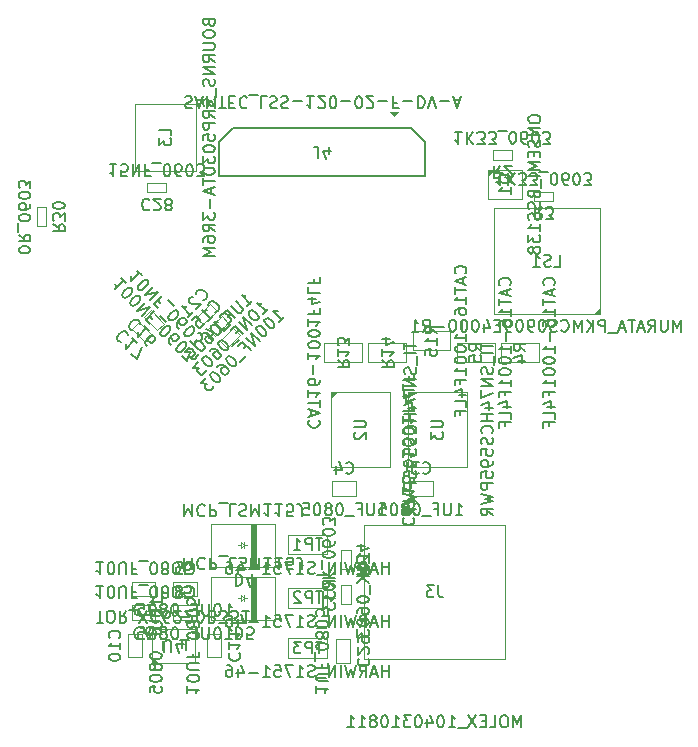
<source format=gbr>
%TF.GenerationSoftware,KiCad,Pcbnew,7.0.7*%
%TF.CreationDate,2024-01-21T18:01:17-05:00*%
%TF.ProjectId,Forerunner-Cubic-Mainboard,466f7265-7275-46e6-9e65-722d43756269,rev?*%
%TF.SameCoordinates,Original*%
%TF.FileFunction,AssemblyDrawing,Bot*%
%FSLAX46Y46*%
G04 Gerber Fmt 4.6, Leading zero omitted, Abs format (unit mm)*
G04 Created by KiCad (PCBNEW 7.0.7) date 2024-01-21 18:01:17*
%MOMM*%
%LPD*%
G01*
G04 APERTURE LIST*
%ADD10C,0.150000*%
%ADD11C,0.127000*%
%ADD12C,0.100000*%
%ADD13C,0.010000*%
G04 APERTURE END LIST*
D10*
X24666666Y44454819D02*
X24666666Y45169104D01*
X24666666Y45169104D02*
X24619047Y45311961D01*
X24619047Y45311961D02*
X24523809Y45407200D01*
X24523809Y45407200D02*
X24380952Y45454819D01*
X24380952Y45454819D02*
X24285714Y45454819D01*
X25571428Y44788152D02*
X25571428Y45454819D01*
X25333333Y44407200D02*
X25095238Y45121485D01*
X25095238Y45121485D02*
X25714285Y45121485D01*
X13380952Y49657200D02*
X13523809Y49704819D01*
X13523809Y49704819D02*
X13761904Y49704819D01*
X13761904Y49704819D02*
X13857142Y49657200D01*
X13857142Y49657200D02*
X13904761Y49609580D01*
X13904761Y49609580D02*
X13952380Y49514342D01*
X13952380Y49514342D02*
X13952380Y49419104D01*
X13952380Y49419104D02*
X13904761Y49323866D01*
X13904761Y49323866D02*
X13857142Y49276247D01*
X13857142Y49276247D02*
X13761904Y49228628D01*
X13761904Y49228628D02*
X13571428Y49181009D01*
X13571428Y49181009D02*
X13476190Y49133390D01*
X13476190Y49133390D02*
X13428571Y49085771D01*
X13428571Y49085771D02*
X13380952Y48990533D01*
X13380952Y48990533D02*
X13380952Y48895295D01*
X13380952Y48895295D02*
X13428571Y48800057D01*
X13428571Y48800057D02*
X13476190Y48752438D01*
X13476190Y48752438D02*
X13571428Y48704819D01*
X13571428Y48704819D02*
X13809523Y48704819D01*
X13809523Y48704819D02*
X13952380Y48752438D01*
X14333333Y49419104D02*
X14809523Y49419104D01*
X14238095Y49704819D02*
X14571428Y48704819D01*
X14571428Y48704819D02*
X14904761Y49704819D01*
X15238095Y49704819D02*
X15238095Y48704819D01*
X15238095Y48704819D02*
X15571428Y49419104D01*
X15571428Y49419104D02*
X15904761Y48704819D01*
X15904761Y48704819D02*
X15904761Y49704819D01*
X16238095Y48704819D02*
X16809523Y48704819D01*
X16523809Y49704819D02*
X16523809Y48704819D01*
X17142857Y49181009D02*
X17476190Y49181009D01*
X17619047Y49704819D02*
X17142857Y49704819D01*
X17142857Y49704819D02*
X17142857Y48704819D01*
X17142857Y48704819D02*
X17619047Y48704819D01*
X18619047Y49609580D02*
X18571428Y49657200D01*
X18571428Y49657200D02*
X18428571Y49704819D01*
X18428571Y49704819D02*
X18333333Y49704819D01*
X18333333Y49704819D02*
X18190476Y49657200D01*
X18190476Y49657200D02*
X18095238Y49561961D01*
X18095238Y49561961D02*
X18047619Y49466723D01*
X18047619Y49466723D02*
X18000000Y49276247D01*
X18000000Y49276247D02*
X18000000Y49133390D01*
X18000000Y49133390D02*
X18047619Y48942914D01*
X18047619Y48942914D02*
X18095238Y48847676D01*
X18095238Y48847676D02*
X18190476Y48752438D01*
X18190476Y48752438D02*
X18333333Y48704819D01*
X18333333Y48704819D02*
X18428571Y48704819D01*
X18428571Y48704819D02*
X18571428Y48752438D01*
X18571428Y48752438D02*
X18619047Y48800057D01*
X18809524Y49800057D02*
X19571428Y49800057D01*
X20285714Y49704819D02*
X19809524Y49704819D01*
X19809524Y49704819D02*
X19809524Y48704819D01*
X20571429Y49657200D02*
X20714286Y49704819D01*
X20714286Y49704819D02*
X20952381Y49704819D01*
X20952381Y49704819D02*
X21047619Y49657200D01*
X21047619Y49657200D02*
X21095238Y49609580D01*
X21095238Y49609580D02*
X21142857Y49514342D01*
X21142857Y49514342D02*
X21142857Y49419104D01*
X21142857Y49419104D02*
X21095238Y49323866D01*
X21095238Y49323866D02*
X21047619Y49276247D01*
X21047619Y49276247D02*
X20952381Y49228628D01*
X20952381Y49228628D02*
X20761905Y49181009D01*
X20761905Y49181009D02*
X20666667Y49133390D01*
X20666667Y49133390D02*
X20619048Y49085771D01*
X20619048Y49085771D02*
X20571429Y48990533D01*
X20571429Y48990533D02*
X20571429Y48895295D01*
X20571429Y48895295D02*
X20619048Y48800057D01*
X20619048Y48800057D02*
X20666667Y48752438D01*
X20666667Y48752438D02*
X20761905Y48704819D01*
X20761905Y48704819D02*
X21000000Y48704819D01*
X21000000Y48704819D02*
X21142857Y48752438D01*
X21523810Y49657200D02*
X21666667Y49704819D01*
X21666667Y49704819D02*
X21904762Y49704819D01*
X21904762Y49704819D02*
X22000000Y49657200D01*
X22000000Y49657200D02*
X22047619Y49609580D01*
X22047619Y49609580D02*
X22095238Y49514342D01*
X22095238Y49514342D02*
X22095238Y49419104D01*
X22095238Y49419104D02*
X22047619Y49323866D01*
X22047619Y49323866D02*
X22000000Y49276247D01*
X22000000Y49276247D02*
X21904762Y49228628D01*
X21904762Y49228628D02*
X21714286Y49181009D01*
X21714286Y49181009D02*
X21619048Y49133390D01*
X21619048Y49133390D02*
X21571429Y49085771D01*
X21571429Y49085771D02*
X21523810Y48990533D01*
X21523810Y48990533D02*
X21523810Y48895295D01*
X21523810Y48895295D02*
X21571429Y48800057D01*
X21571429Y48800057D02*
X21619048Y48752438D01*
X21619048Y48752438D02*
X21714286Y48704819D01*
X21714286Y48704819D02*
X21952381Y48704819D01*
X21952381Y48704819D02*
X22095238Y48752438D01*
X22523810Y49323866D02*
X23285715Y49323866D01*
X24285714Y49704819D02*
X23714286Y49704819D01*
X24000000Y49704819D02*
X24000000Y48704819D01*
X24000000Y48704819D02*
X23904762Y48847676D01*
X23904762Y48847676D02*
X23809524Y48942914D01*
X23809524Y48942914D02*
X23714286Y48990533D01*
X24666667Y48800057D02*
X24714286Y48752438D01*
X24714286Y48752438D02*
X24809524Y48704819D01*
X24809524Y48704819D02*
X25047619Y48704819D01*
X25047619Y48704819D02*
X25142857Y48752438D01*
X25142857Y48752438D02*
X25190476Y48800057D01*
X25190476Y48800057D02*
X25238095Y48895295D01*
X25238095Y48895295D02*
X25238095Y48990533D01*
X25238095Y48990533D02*
X25190476Y49133390D01*
X25190476Y49133390D02*
X24619048Y49704819D01*
X24619048Y49704819D02*
X25238095Y49704819D01*
X25857143Y48704819D02*
X25952381Y48704819D01*
X25952381Y48704819D02*
X26047619Y48752438D01*
X26047619Y48752438D02*
X26095238Y48800057D01*
X26095238Y48800057D02*
X26142857Y48895295D01*
X26142857Y48895295D02*
X26190476Y49085771D01*
X26190476Y49085771D02*
X26190476Y49323866D01*
X26190476Y49323866D02*
X26142857Y49514342D01*
X26142857Y49514342D02*
X26095238Y49609580D01*
X26095238Y49609580D02*
X26047619Y49657200D01*
X26047619Y49657200D02*
X25952381Y49704819D01*
X25952381Y49704819D02*
X25857143Y49704819D01*
X25857143Y49704819D02*
X25761905Y49657200D01*
X25761905Y49657200D02*
X25714286Y49609580D01*
X25714286Y49609580D02*
X25666667Y49514342D01*
X25666667Y49514342D02*
X25619048Y49323866D01*
X25619048Y49323866D02*
X25619048Y49085771D01*
X25619048Y49085771D02*
X25666667Y48895295D01*
X25666667Y48895295D02*
X25714286Y48800057D01*
X25714286Y48800057D02*
X25761905Y48752438D01*
X25761905Y48752438D02*
X25857143Y48704819D01*
X26619048Y49323866D02*
X27380953Y49323866D01*
X28047619Y48704819D02*
X28142857Y48704819D01*
X28142857Y48704819D02*
X28238095Y48752438D01*
X28238095Y48752438D02*
X28285714Y48800057D01*
X28285714Y48800057D02*
X28333333Y48895295D01*
X28333333Y48895295D02*
X28380952Y49085771D01*
X28380952Y49085771D02*
X28380952Y49323866D01*
X28380952Y49323866D02*
X28333333Y49514342D01*
X28333333Y49514342D02*
X28285714Y49609580D01*
X28285714Y49609580D02*
X28238095Y49657200D01*
X28238095Y49657200D02*
X28142857Y49704819D01*
X28142857Y49704819D02*
X28047619Y49704819D01*
X28047619Y49704819D02*
X27952381Y49657200D01*
X27952381Y49657200D02*
X27904762Y49609580D01*
X27904762Y49609580D02*
X27857143Y49514342D01*
X27857143Y49514342D02*
X27809524Y49323866D01*
X27809524Y49323866D02*
X27809524Y49085771D01*
X27809524Y49085771D02*
X27857143Y48895295D01*
X27857143Y48895295D02*
X27904762Y48800057D01*
X27904762Y48800057D02*
X27952381Y48752438D01*
X27952381Y48752438D02*
X28047619Y48704819D01*
X28761905Y48800057D02*
X28809524Y48752438D01*
X28809524Y48752438D02*
X28904762Y48704819D01*
X28904762Y48704819D02*
X29142857Y48704819D01*
X29142857Y48704819D02*
X29238095Y48752438D01*
X29238095Y48752438D02*
X29285714Y48800057D01*
X29285714Y48800057D02*
X29333333Y48895295D01*
X29333333Y48895295D02*
X29333333Y48990533D01*
X29333333Y48990533D02*
X29285714Y49133390D01*
X29285714Y49133390D02*
X28714286Y49704819D01*
X28714286Y49704819D02*
X29333333Y49704819D01*
X29761905Y49323866D02*
X30523810Y49323866D01*
X31333333Y49181009D02*
X31000000Y49181009D01*
X31000000Y49704819D02*
X31000000Y48704819D01*
X31000000Y48704819D02*
X31476190Y48704819D01*
X31857143Y49323866D02*
X32619048Y49323866D01*
X33095238Y49704819D02*
X33095238Y48704819D01*
X33095238Y48704819D02*
X33333333Y48704819D01*
X33333333Y48704819D02*
X33476190Y48752438D01*
X33476190Y48752438D02*
X33571428Y48847676D01*
X33571428Y48847676D02*
X33619047Y48942914D01*
X33619047Y48942914D02*
X33666666Y49133390D01*
X33666666Y49133390D02*
X33666666Y49276247D01*
X33666666Y49276247D02*
X33619047Y49466723D01*
X33619047Y49466723D02*
X33571428Y49561961D01*
X33571428Y49561961D02*
X33476190Y49657200D01*
X33476190Y49657200D02*
X33333333Y49704819D01*
X33333333Y49704819D02*
X33095238Y49704819D01*
X33952381Y48704819D02*
X34285714Y49704819D01*
X34285714Y49704819D02*
X34619047Y48704819D01*
X34952381Y49323866D02*
X35714286Y49323866D01*
X36142857Y49419104D02*
X36619047Y49419104D01*
X36047619Y49704819D02*
X36380952Y48704819D01*
X36380952Y48704819D02*
X36714285Y49704819D01*
X36302381Y14245180D02*
X36873809Y14245180D01*
X36588095Y14245180D02*
X36588095Y15245180D01*
X36588095Y15245180D02*
X36683333Y15102323D01*
X36683333Y15102323D02*
X36778571Y15007085D01*
X36778571Y15007085D02*
X36873809Y14959466D01*
X35873809Y15245180D02*
X35873809Y14435657D01*
X35873809Y14435657D02*
X35826190Y14340419D01*
X35826190Y14340419D02*
X35778571Y14292800D01*
X35778571Y14292800D02*
X35683333Y14245180D01*
X35683333Y14245180D02*
X35492857Y14245180D01*
X35492857Y14245180D02*
X35397619Y14292800D01*
X35397619Y14292800D02*
X35350000Y14340419D01*
X35350000Y14340419D02*
X35302381Y14435657D01*
X35302381Y14435657D02*
X35302381Y15245180D01*
X34492857Y14768990D02*
X34826190Y14768990D01*
X34826190Y14245180D02*
X34826190Y15245180D01*
X34826190Y15245180D02*
X34350000Y15245180D01*
X34207143Y14149942D02*
X33445238Y14149942D01*
X33016666Y15245180D02*
X32921428Y15245180D01*
X32921428Y15245180D02*
X32826190Y15197561D01*
X32826190Y15197561D02*
X32778571Y15149942D01*
X32778571Y15149942D02*
X32730952Y15054704D01*
X32730952Y15054704D02*
X32683333Y14864228D01*
X32683333Y14864228D02*
X32683333Y14626133D01*
X32683333Y14626133D02*
X32730952Y14435657D01*
X32730952Y14435657D02*
X32778571Y14340419D01*
X32778571Y14340419D02*
X32826190Y14292800D01*
X32826190Y14292800D02*
X32921428Y14245180D01*
X32921428Y14245180D02*
X33016666Y14245180D01*
X33016666Y14245180D02*
X33111904Y14292800D01*
X33111904Y14292800D02*
X33159523Y14340419D01*
X33159523Y14340419D02*
X33207142Y14435657D01*
X33207142Y14435657D02*
X33254761Y14626133D01*
X33254761Y14626133D02*
X33254761Y14864228D01*
X33254761Y14864228D02*
X33207142Y15054704D01*
X33207142Y15054704D02*
X33159523Y15149942D01*
X33159523Y15149942D02*
X33111904Y15197561D01*
X33111904Y15197561D02*
X33016666Y15245180D01*
X32111904Y14816609D02*
X32207142Y14864228D01*
X32207142Y14864228D02*
X32254761Y14911847D01*
X32254761Y14911847D02*
X32302380Y15007085D01*
X32302380Y15007085D02*
X32302380Y15054704D01*
X32302380Y15054704D02*
X32254761Y15149942D01*
X32254761Y15149942D02*
X32207142Y15197561D01*
X32207142Y15197561D02*
X32111904Y15245180D01*
X32111904Y15245180D02*
X31921428Y15245180D01*
X31921428Y15245180D02*
X31826190Y15197561D01*
X31826190Y15197561D02*
X31778571Y15149942D01*
X31778571Y15149942D02*
X31730952Y15054704D01*
X31730952Y15054704D02*
X31730952Y15007085D01*
X31730952Y15007085D02*
X31778571Y14911847D01*
X31778571Y14911847D02*
X31826190Y14864228D01*
X31826190Y14864228D02*
X31921428Y14816609D01*
X31921428Y14816609D02*
X32111904Y14816609D01*
X32111904Y14816609D02*
X32207142Y14768990D01*
X32207142Y14768990D02*
X32254761Y14721371D01*
X32254761Y14721371D02*
X32302380Y14626133D01*
X32302380Y14626133D02*
X32302380Y14435657D01*
X32302380Y14435657D02*
X32254761Y14340419D01*
X32254761Y14340419D02*
X32207142Y14292800D01*
X32207142Y14292800D02*
X32111904Y14245180D01*
X32111904Y14245180D02*
X31921428Y14245180D01*
X31921428Y14245180D02*
X31826190Y14292800D01*
X31826190Y14292800D02*
X31778571Y14340419D01*
X31778571Y14340419D02*
X31730952Y14435657D01*
X31730952Y14435657D02*
X31730952Y14626133D01*
X31730952Y14626133D02*
X31778571Y14721371D01*
X31778571Y14721371D02*
X31826190Y14768990D01*
X31826190Y14768990D02*
X31921428Y14816609D01*
X31111904Y15245180D02*
X31016666Y15245180D01*
X31016666Y15245180D02*
X30921428Y15197561D01*
X30921428Y15197561D02*
X30873809Y15149942D01*
X30873809Y15149942D02*
X30826190Y15054704D01*
X30826190Y15054704D02*
X30778571Y14864228D01*
X30778571Y14864228D02*
X30778571Y14626133D01*
X30778571Y14626133D02*
X30826190Y14435657D01*
X30826190Y14435657D02*
X30873809Y14340419D01*
X30873809Y14340419D02*
X30921428Y14292800D01*
X30921428Y14292800D02*
X31016666Y14245180D01*
X31016666Y14245180D02*
X31111904Y14245180D01*
X31111904Y14245180D02*
X31207142Y14292800D01*
X31207142Y14292800D02*
X31254761Y14340419D01*
X31254761Y14340419D02*
X31302380Y14435657D01*
X31302380Y14435657D02*
X31349999Y14626133D01*
X31349999Y14626133D02*
X31349999Y14864228D01*
X31349999Y14864228D02*
X31302380Y15054704D01*
X31302380Y15054704D02*
X31254761Y15149942D01*
X31254761Y15149942D02*
X31207142Y15197561D01*
X31207142Y15197561D02*
X31111904Y15245180D01*
X29873809Y15245180D02*
X30349999Y15245180D01*
X30349999Y15245180D02*
X30397618Y14768990D01*
X30397618Y14768990D02*
X30349999Y14816609D01*
X30349999Y14816609D02*
X30254761Y14864228D01*
X30254761Y14864228D02*
X30016666Y14864228D01*
X30016666Y14864228D02*
X29921428Y14816609D01*
X29921428Y14816609D02*
X29873809Y14768990D01*
X29873809Y14768990D02*
X29826190Y14673752D01*
X29826190Y14673752D02*
X29826190Y14435657D01*
X29826190Y14435657D02*
X29873809Y14340419D01*
X29873809Y14340419D02*
X29921428Y14292800D01*
X29921428Y14292800D02*
X30016666Y14245180D01*
X30016666Y14245180D02*
X30254761Y14245180D01*
X30254761Y14245180D02*
X30349999Y14292800D01*
X30349999Y14292800D02*
X30397618Y14340419D01*
X33516666Y17840419D02*
X33564285Y17792800D01*
X33564285Y17792800D02*
X33707142Y17745180D01*
X33707142Y17745180D02*
X33802380Y17745180D01*
X33802380Y17745180D02*
X33945237Y17792800D01*
X33945237Y17792800D02*
X34040475Y17888038D01*
X34040475Y17888038D02*
X34088094Y17983276D01*
X34088094Y17983276D02*
X34135713Y18173752D01*
X34135713Y18173752D02*
X34135713Y18316609D01*
X34135713Y18316609D02*
X34088094Y18507085D01*
X34088094Y18507085D02*
X34040475Y18602323D01*
X34040475Y18602323D02*
X33945237Y18697561D01*
X33945237Y18697561D02*
X33802380Y18745180D01*
X33802380Y18745180D02*
X33707142Y18745180D01*
X33707142Y18745180D02*
X33564285Y18697561D01*
X33564285Y18697561D02*
X33516666Y18649942D01*
X33183332Y18745180D02*
X32564285Y18745180D01*
X32564285Y18745180D02*
X32897618Y18364228D01*
X32897618Y18364228D02*
X32754761Y18364228D01*
X32754761Y18364228D02*
X32659523Y18316609D01*
X32659523Y18316609D02*
X32611904Y18268990D01*
X32611904Y18268990D02*
X32564285Y18173752D01*
X32564285Y18173752D02*
X32564285Y17935657D01*
X32564285Y17935657D02*
X32611904Y17840419D01*
X32611904Y17840419D02*
X32659523Y17792800D01*
X32659523Y17792800D02*
X32754761Y17745180D01*
X32754761Y17745180D02*
X33040475Y17745180D01*
X33040475Y17745180D02*
X33135713Y17792800D01*
X33135713Y17792800D02*
X33183332Y17840419D01*
X30630951Y4795180D02*
X30630951Y5795180D01*
X30630951Y5318990D02*
X30059523Y5318990D01*
X30059523Y4795180D02*
X30059523Y5795180D01*
X29630951Y5080895D02*
X29154761Y5080895D01*
X29726189Y4795180D02*
X29392856Y5795180D01*
X29392856Y5795180D02*
X29059523Y4795180D01*
X28154761Y4795180D02*
X28488094Y5271371D01*
X28726189Y4795180D02*
X28726189Y5795180D01*
X28726189Y5795180D02*
X28345237Y5795180D01*
X28345237Y5795180D02*
X28249999Y5747561D01*
X28249999Y5747561D02*
X28202380Y5699942D01*
X28202380Y5699942D02*
X28154761Y5604704D01*
X28154761Y5604704D02*
X28154761Y5461847D01*
X28154761Y5461847D02*
X28202380Y5366609D01*
X28202380Y5366609D02*
X28249999Y5318990D01*
X28249999Y5318990D02*
X28345237Y5271371D01*
X28345237Y5271371D02*
X28726189Y5271371D01*
X27821427Y5795180D02*
X27583332Y4795180D01*
X27583332Y4795180D02*
X27392856Y5509466D01*
X27392856Y5509466D02*
X27202380Y4795180D01*
X27202380Y4795180D02*
X26964285Y5795180D01*
X26583332Y4795180D02*
X26583332Y5795180D01*
X26107142Y4795180D02*
X26107142Y5795180D01*
X26107142Y5795180D02*
X25535714Y4795180D01*
X25535714Y4795180D02*
X25535714Y5795180D01*
X25297619Y4699942D02*
X24535714Y4699942D01*
X24345237Y4842800D02*
X24202380Y4795180D01*
X24202380Y4795180D02*
X23964285Y4795180D01*
X23964285Y4795180D02*
X23869047Y4842800D01*
X23869047Y4842800D02*
X23821428Y4890419D01*
X23821428Y4890419D02*
X23773809Y4985657D01*
X23773809Y4985657D02*
X23773809Y5080895D01*
X23773809Y5080895D02*
X23821428Y5176133D01*
X23821428Y5176133D02*
X23869047Y5223752D01*
X23869047Y5223752D02*
X23964285Y5271371D01*
X23964285Y5271371D02*
X24154761Y5318990D01*
X24154761Y5318990D02*
X24249999Y5366609D01*
X24249999Y5366609D02*
X24297618Y5414228D01*
X24297618Y5414228D02*
X24345237Y5509466D01*
X24345237Y5509466D02*
X24345237Y5604704D01*
X24345237Y5604704D02*
X24297618Y5699942D01*
X24297618Y5699942D02*
X24249999Y5747561D01*
X24249999Y5747561D02*
X24154761Y5795180D01*
X24154761Y5795180D02*
X23916666Y5795180D01*
X23916666Y5795180D02*
X23773809Y5747561D01*
X22821428Y4795180D02*
X23392856Y4795180D01*
X23107142Y4795180D02*
X23107142Y5795180D01*
X23107142Y5795180D02*
X23202380Y5652323D01*
X23202380Y5652323D02*
X23297618Y5557085D01*
X23297618Y5557085D02*
X23392856Y5509466D01*
X22488094Y5795180D02*
X21821428Y5795180D01*
X21821428Y5795180D02*
X22249999Y4795180D01*
X20964285Y5795180D02*
X21440475Y5795180D01*
X21440475Y5795180D02*
X21488094Y5318990D01*
X21488094Y5318990D02*
X21440475Y5366609D01*
X21440475Y5366609D02*
X21345237Y5414228D01*
X21345237Y5414228D02*
X21107142Y5414228D01*
X21107142Y5414228D02*
X21011904Y5366609D01*
X21011904Y5366609D02*
X20964285Y5318990D01*
X20964285Y5318990D02*
X20916666Y5223752D01*
X20916666Y5223752D02*
X20916666Y4985657D01*
X20916666Y4985657D02*
X20964285Y4890419D01*
X20964285Y4890419D02*
X21011904Y4842800D01*
X21011904Y4842800D02*
X21107142Y4795180D01*
X21107142Y4795180D02*
X21345237Y4795180D01*
X21345237Y4795180D02*
X21440475Y4842800D01*
X21440475Y4842800D02*
X21488094Y4890419D01*
X19964285Y4795180D02*
X20535713Y4795180D01*
X20249999Y4795180D02*
X20249999Y5795180D01*
X20249999Y5795180D02*
X20345237Y5652323D01*
X20345237Y5652323D02*
X20440475Y5557085D01*
X20440475Y5557085D02*
X20535713Y5509466D01*
X19535713Y5176133D02*
X18773809Y5176133D01*
X17869047Y5461847D02*
X17869047Y4795180D01*
X18107142Y5842800D02*
X18345237Y5128514D01*
X18345237Y5128514D02*
X17726190Y5128514D01*
X16916666Y5795180D02*
X17107142Y5795180D01*
X17107142Y5795180D02*
X17202380Y5747561D01*
X17202380Y5747561D02*
X17249999Y5699942D01*
X17249999Y5699942D02*
X17345237Y5557085D01*
X17345237Y5557085D02*
X17392856Y5366609D01*
X17392856Y5366609D02*
X17392856Y4985657D01*
X17392856Y4985657D02*
X17345237Y4890419D01*
X17345237Y4890419D02*
X17297618Y4842800D01*
X17297618Y4842800D02*
X17202380Y4795180D01*
X17202380Y4795180D02*
X17011904Y4795180D01*
X17011904Y4795180D02*
X16916666Y4842800D01*
X16916666Y4842800D02*
X16869047Y4890419D01*
X16869047Y4890419D02*
X16821428Y4985657D01*
X16821428Y4985657D02*
X16821428Y5223752D01*
X16821428Y5223752D02*
X16869047Y5318990D01*
X16869047Y5318990D02*
X16916666Y5366609D01*
X16916666Y5366609D02*
X17011904Y5414228D01*
X17011904Y5414228D02*
X17202380Y5414228D01*
X17202380Y5414228D02*
X17297618Y5366609D01*
X17297618Y5366609D02*
X17345237Y5318990D01*
X17345237Y5318990D02*
X17392856Y5223752D01*
X25011904Y7795180D02*
X24440476Y7795180D01*
X24726190Y6795180D02*
X24726190Y7795180D01*
X24107142Y6795180D02*
X24107142Y7795180D01*
X24107142Y7795180D02*
X23726190Y7795180D01*
X23726190Y7795180D02*
X23630952Y7747561D01*
X23630952Y7747561D02*
X23583333Y7699942D01*
X23583333Y7699942D02*
X23535714Y7604704D01*
X23535714Y7604704D02*
X23535714Y7461847D01*
X23535714Y7461847D02*
X23583333Y7366609D01*
X23583333Y7366609D02*
X23630952Y7318990D01*
X23630952Y7318990D02*
X23726190Y7271371D01*
X23726190Y7271371D02*
X24107142Y7271371D01*
X23154761Y7699942D02*
X23107142Y7747561D01*
X23107142Y7747561D02*
X23011904Y7795180D01*
X23011904Y7795180D02*
X22773809Y7795180D01*
X22773809Y7795180D02*
X22678571Y7747561D01*
X22678571Y7747561D02*
X22630952Y7699942D01*
X22630952Y7699942D02*
X22583333Y7604704D01*
X22583333Y7604704D02*
X22583333Y7509466D01*
X22583333Y7509466D02*
X22630952Y7366609D01*
X22630952Y7366609D02*
X23202380Y6795180D01*
X23202380Y6795180D02*
X22583333Y6795180D01*
X55380952Y29795180D02*
X55380952Y30795180D01*
X55380952Y30795180D02*
X55047619Y30080895D01*
X55047619Y30080895D02*
X54714286Y30795180D01*
X54714286Y30795180D02*
X54714286Y29795180D01*
X54238095Y30795180D02*
X54238095Y29985657D01*
X54238095Y29985657D02*
X54190476Y29890419D01*
X54190476Y29890419D02*
X54142857Y29842800D01*
X54142857Y29842800D02*
X54047619Y29795180D01*
X54047619Y29795180D02*
X53857143Y29795180D01*
X53857143Y29795180D02*
X53761905Y29842800D01*
X53761905Y29842800D02*
X53714286Y29890419D01*
X53714286Y29890419D02*
X53666667Y29985657D01*
X53666667Y29985657D02*
X53666667Y30795180D01*
X52619048Y29795180D02*
X52952381Y30271371D01*
X53190476Y29795180D02*
X53190476Y30795180D01*
X53190476Y30795180D02*
X52809524Y30795180D01*
X52809524Y30795180D02*
X52714286Y30747561D01*
X52714286Y30747561D02*
X52666667Y30699942D01*
X52666667Y30699942D02*
X52619048Y30604704D01*
X52619048Y30604704D02*
X52619048Y30461847D01*
X52619048Y30461847D02*
X52666667Y30366609D01*
X52666667Y30366609D02*
X52714286Y30318990D01*
X52714286Y30318990D02*
X52809524Y30271371D01*
X52809524Y30271371D02*
X53190476Y30271371D01*
X52238095Y30080895D02*
X51761905Y30080895D01*
X52333333Y29795180D02*
X52000000Y30795180D01*
X52000000Y30795180D02*
X51666667Y29795180D01*
X51476190Y30795180D02*
X50904762Y30795180D01*
X51190476Y29795180D02*
X51190476Y30795180D01*
X50619047Y30080895D02*
X50142857Y30080895D01*
X50714285Y29795180D02*
X50380952Y30795180D01*
X50380952Y30795180D02*
X50047619Y29795180D01*
X49952381Y29699942D02*
X49190476Y29699942D01*
X48952380Y29795180D02*
X48952380Y30795180D01*
X48952380Y30795180D02*
X48571428Y30795180D01*
X48571428Y30795180D02*
X48476190Y30747561D01*
X48476190Y30747561D02*
X48428571Y30699942D01*
X48428571Y30699942D02*
X48380952Y30604704D01*
X48380952Y30604704D02*
X48380952Y30461847D01*
X48380952Y30461847D02*
X48428571Y30366609D01*
X48428571Y30366609D02*
X48476190Y30318990D01*
X48476190Y30318990D02*
X48571428Y30271371D01*
X48571428Y30271371D02*
X48952380Y30271371D01*
X47952380Y29795180D02*
X47952380Y30795180D01*
X47380952Y29795180D02*
X47809523Y30366609D01*
X47380952Y30795180D02*
X47952380Y30223752D01*
X46952380Y29795180D02*
X46952380Y30795180D01*
X46952380Y30795180D02*
X46619047Y30080895D01*
X46619047Y30080895D02*
X46285714Y30795180D01*
X46285714Y30795180D02*
X46285714Y29795180D01*
X45238095Y29890419D02*
X45285714Y29842800D01*
X45285714Y29842800D02*
X45428571Y29795180D01*
X45428571Y29795180D02*
X45523809Y29795180D01*
X45523809Y29795180D02*
X45666666Y29842800D01*
X45666666Y29842800D02*
X45761904Y29938038D01*
X45761904Y29938038D02*
X45809523Y30033276D01*
X45809523Y30033276D02*
X45857142Y30223752D01*
X45857142Y30223752D02*
X45857142Y30366609D01*
X45857142Y30366609D02*
X45809523Y30557085D01*
X45809523Y30557085D02*
X45761904Y30652323D01*
X45761904Y30652323D02*
X45666666Y30747561D01*
X45666666Y30747561D02*
X45523809Y30795180D01*
X45523809Y30795180D02*
X45428571Y30795180D01*
X45428571Y30795180D02*
X45285714Y30747561D01*
X45285714Y30747561D02*
X45238095Y30699942D01*
X44857142Y29842800D02*
X44714285Y29795180D01*
X44714285Y29795180D02*
X44476190Y29795180D01*
X44476190Y29795180D02*
X44380952Y29842800D01*
X44380952Y29842800D02*
X44333333Y29890419D01*
X44333333Y29890419D02*
X44285714Y29985657D01*
X44285714Y29985657D02*
X44285714Y30080895D01*
X44285714Y30080895D02*
X44333333Y30176133D01*
X44333333Y30176133D02*
X44380952Y30223752D01*
X44380952Y30223752D02*
X44476190Y30271371D01*
X44476190Y30271371D02*
X44666666Y30318990D01*
X44666666Y30318990D02*
X44761904Y30366609D01*
X44761904Y30366609D02*
X44809523Y30414228D01*
X44809523Y30414228D02*
X44857142Y30509466D01*
X44857142Y30509466D02*
X44857142Y30604704D01*
X44857142Y30604704D02*
X44809523Y30699942D01*
X44809523Y30699942D02*
X44761904Y30747561D01*
X44761904Y30747561D02*
X44666666Y30795180D01*
X44666666Y30795180D02*
X44428571Y30795180D01*
X44428571Y30795180D02*
X44285714Y30747561D01*
X43666666Y30795180D02*
X43571428Y30795180D01*
X43571428Y30795180D02*
X43476190Y30747561D01*
X43476190Y30747561D02*
X43428571Y30699942D01*
X43428571Y30699942D02*
X43380952Y30604704D01*
X43380952Y30604704D02*
X43333333Y30414228D01*
X43333333Y30414228D02*
X43333333Y30176133D01*
X43333333Y30176133D02*
X43380952Y29985657D01*
X43380952Y29985657D02*
X43428571Y29890419D01*
X43428571Y29890419D02*
X43476190Y29842800D01*
X43476190Y29842800D02*
X43571428Y29795180D01*
X43571428Y29795180D02*
X43666666Y29795180D01*
X43666666Y29795180D02*
X43761904Y29842800D01*
X43761904Y29842800D02*
X43809523Y29890419D01*
X43809523Y29890419D02*
X43857142Y29985657D01*
X43857142Y29985657D02*
X43904761Y30176133D01*
X43904761Y30176133D02*
X43904761Y30414228D01*
X43904761Y30414228D02*
X43857142Y30604704D01*
X43857142Y30604704D02*
X43809523Y30699942D01*
X43809523Y30699942D02*
X43761904Y30747561D01*
X43761904Y30747561D02*
X43666666Y30795180D01*
X42857142Y29795180D02*
X42666666Y29795180D01*
X42666666Y29795180D02*
X42571428Y29842800D01*
X42571428Y29842800D02*
X42523809Y29890419D01*
X42523809Y29890419D02*
X42428571Y30033276D01*
X42428571Y30033276D02*
X42380952Y30223752D01*
X42380952Y30223752D02*
X42380952Y30604704D01*
X42380952Y30604704D02*
X42428571Y30699942D01*
X42428571Y30699942D02*
X42476190Y30747561D01*
X42476190Y30747561D02*
X42571428Y30795180D01*
X42571428Y30795180D02*
X42761904Y30795180D01*
X42761904Y30795180D02*
X42857142Y30747561D01*
X42857142Y30747561D02*
X42904761Y30699942D01*
X42904761Y30699942D02*
X42952380Y30604704D01*
X42952380Y30604704D02*
X42952380Y30366609D01*
X42952380Y30366609D02*
X42904761Y30271371D01*
X42904761Y30271371D02*
X42857142Y30223752D01*
X42857142Y30223752D02*
X42761904Y30176133D01*
X42761904Y30176133D02*
X42571428Y30176133D01*
X42571428Y30176133D02*
X42476190Y30223752D01*
X42476190Y30223752D02*
X42428571Y30271371D01*
X42428571Y30271371D02*
X42380952Y30366609D01*
X41761904Y30795180D02*
X41666666Y30795180D01*
X41666666Y30795180D02*
X41571428Y30747561D01*
X41571428Y30747561D02*
X41523809Y30699942D01*
X41523809Y30699942D02*
X41476190Y30604704D01*
X41476190Y30604704D02*
X41428571Y30414228D01*
X41428571Y30414228D02*
X41428571Y30176133D01*
X41428571Y30176133D02*
X41476190Y29985657D01*
X41476190Y29985657D02*
X41523809Y29890419D01*
X41523809Y29890419D02*
X41571428Y29842800D01*
X41571428Y29842800D02*
X41666666Y29795180D01*
X41666666Y29795180D02*
X41761904Y29795180D01*
X41761904Y29795180D02*
X41857142Y29842800D01*
X41857142Y29842800D02*
X41904761Y29890419D01*
X41904761Y29890419D02*
X41952380Y29985657D01*
X41952380Y29985657D02*
X41999999Y30176133D01*
X41999999Y30176133D02*
X41999999Y30414228D01*
X41999999Y30414228D02*
X41952380Y30604704D01*
X41952380Y30604704D02*
X41904761Y30699942D01*
X41904761Y30699942D02*
X41857142Y30747561D01*
X41857142Y30747561D02*
X41761904Y30795180D01*
X40952380Y29795180D02*
X40761904Y29795180D01*
X40761904Y29795180D02*
X40666666Y29842800D01*
X40666666Y29842800D02*
X40619047Y29890419D01*
X40619047Y29890419D02*
X40523809Y30033276D01*
X40523809Y30033276D02*
X40476190Y30223752D01*
X40476190Y30223752D02*
X40476190Y30604704D01*
X40476190Y30604704D02*
X40523809Y30699942D01*
X40523809Y30699942D02*
X40571428Y30747561D01*
X40571428Y30747561D02*
X40666666Y30795180D01*
X40666666Y30795180D02*
X40857142Y30795180D01*
X40857142Y30795180D02*
X40952380Y30747561D01*
X40952380Y30747561D02*
X40999999Y30699942D01*
X40999999Y30699942D02*
X41047618Y30604704D01*
X41047618Y30604704D02*
X41047618Y30366609D01*
X41047618Y30366609D02*
X40999999Y30271371D01*
X40999999Y30271371D02*
X40952380Y30223752D01*
X40952380Y30223752D02*
X40857142Y30176133D01*
X40857142Y30176133D02*
X40666666Y30176133D01*
X40666666Y30176133D02*
X40571428Y30223752D01*
X40571428Y30223752D02*
X40523809Y30271371D01*
X40523809Y30271371D02*
X40476190Y30366609D01*
X40047618Y30318990D02*
X39714285Y30318990D01*
X39571428Y29795180D02*
X40047618Y29795180D01*
X40047618Y29795180D02*
X40047618Y30795180D01*
X40047618Y30795180D02*
X39571428Y30795180D01*
X38714285Y30461847D02*
X38714285Y29795180D01*
X38952380Y30842800D02*
X39190475Y30128514D01*
X39190475Y30128514D02*
X38571428Y30128514D01*
X37999999Y30795180D02*
X37904761Y30795180D01*
X37904761Y30795180D02*
X37809523Y30747561D01*
X37809523Y30747561D02*
X37761904Y30699942D01*
X37761904Y30699942D02*
X37714285Y30604704D01*
X37714285Y30604704D02*
X37666666Y30414228D01*
X37666666Y30414228D02*
X37666666Y30176133D01*
X37666666Y30176133D02*
X37714285Y29985657D01*
X37714285Y29985657D02*
X37761904Y29890419D01*
X37761904Y29890419D02*
X37809523Y29842800D01*
X37809523Y29842800D02*
X37904761Y29795180D01*
X37904761Y29795180D02*
X37999999Y29795180D01*
X37999999Y29795180D02*
X38095237Y29842800D01*
X38095237Y29842800D02*
X38142856Y29890419D01*
X38142856Y29890419D02*
X38190475Y29985657D01*
X38190475Y29985657D02*
X38238094Y30176133D01*
X38238094Y30176133D02*
X38238094Y30414228D01*
X38238094Y30414228D02*
X38190475Y30604704D01*
X38190475Y30604704D02*
X38142856Y30699942D01*
X38142856Y30699942D02*
X38095237Y30747561D01*
X38095237Y30747561D02*
X37999999Y30795180D01*
X37047618Y30795180D02*
X36952380Y30795180D01*
X36952380Y30795180D02*
X36857142Y30747561D01*
X36857142Y30747561D02*
X36809523Y30699942D01*
X36809523Y30699942D02*
X36761904Y30604704D01*
X36761904Y30604704D02*
X36714285Y30414228D01*
X36714285Y30414228D02*
X36714285Y30176133D01*
X36714285Y30176133D02*
X36761904Y29985657D01*
X36761904Y29985657D02*
X36809523Y29890419D01*
X36809523Y29890419D02*
X36857142Y29842800D01*
X36857142Y29842800D02*
X36952380Y29795180D01*
X36952380Y29795180D02*
X37047618Y29795180D01*
X37047618Y29795180D02*
X37142856Y29842800D01*
X37142856Y29842800D02*
X37190475Y29890419D01*
X37190475Y29890419D02*
X37238094Y29985657D01*
X37238094Y29985657D02*
X37285713Y30176133D01*
X37285713Y30176133D02*
X37285713Y30414228D01*
X37285713Y30414228D02*
X37238094Y30604704D01*
X37238094Y30604704D02*
X37190475Y30699942D01*
X37190475Y30699942D02*
X37142856Y30747561D01*
X37142856Y30747561D02*
X37047618Y30795180D01*
X36095237Y30795180D02*
X35999999Y30795180D01*
X35999999Y30795180D02*
X35904761Y30747561D01*
X35904761Y30747561D02*
X35857142Y30699942D01*
X35857142Y30699942D02*
X35809523Y30604704D01*
X35809523Y30604704D02*
X35761904Y30414228D01*
X35761904Y30414228D02*
X35761904Y30176133D01*
X35761904Y30176133D02*
X35809523Y29985657D01*
X35809523Y29985657D02*
X35857142Y29890419D01*
X35857142Y29890419D02*
X35904761Y29842800D01*
X35904761Y29842800D02*
X35999999Y29795180D01*
X35999999Y29795180D02*
X36095237Y29795180D01*
X36095237Y29795180D02*
X36190475Y29842800D01*
X36190475Y29842800D02*
X36238094Y29890419D01*
X36238094Y29890419D02*
X36285713Y29985657D01*
X36285713Y29985657D02*
X36333332Y30176133D01*
X36333332Y30176133D02*
X36333332Y30414228D01*
X36333332Y30414228D02*
X36285713Y30604704D01*
X36285713Y30604704D02*
X36238094Y30699942D01*
X36238094Y30699942D02*
X36190475Y30747561D01*
X36190475Y30747561D02*
X36095237Y30795180D01*
X35333332Y30176133D02*
X34571428Y30176133D01*
X33523809Y29795180D02*
X33857142Y30271371D01*
X34095237Y29795180D02*
X34095237Y30795180D01*
X34095237Y30795180D02*
X33714285Y30795180D01*
X33714285Y30795180D02*
X33619047Y30747561D01*
X33619047Y30747561D02*
X33571428Y30699942D01*
X33571428Y30699942D02*
X33523809Y30604704D01*
X33523809Y30604704D02*
X33523809Y30461847D01*
X33523809Y30461847D02*
X33571428Y30366609D01*
X33571428Y30366609D02*
X33619047Y30318990D01*
X33619047Y30318990D02*
X33714285Y30271371D01*
X33714285Y30271371D02*
X34095237Y30271371D01*
X32571428Y29795180D02*
X33142856Y29795180D01*
X32857142Y29795180D02*
X32857142Y30795180D01*
X32857142Y30795180D02*
X32952380Y30652323D01*
X32952380Y30652323D02*
X33047618Y30557085D01*
X33047618Y30557085D02*
X33142856Y30509466D01*
X44642857Y35295180D02*
X45119047Y35295180D01*
X45119047Y35295180D02*
X45119047Y36295180D01*
X44357142Y35342800D02*
X44214285Y35295180D01*
X44214285Y35295180D02*
X43976190Y35295180D01*
X43976190Y35295180D02*
X43880952Y35342800D01*
X43880952Y35342800D02*
X43833333Y35390419D01*
X43833333Y35390419D02*
X43785714Y35485657D01*
X43785714Y35485657D02*
X43785714Y35580895D01*
X43785714Y35580895D02*
X43833333Y35676133D01*
X43833333Y35676133D02*
X43880952Y35723752D01*
X43880952Y35723752D02*
X43976190Y35771371D01*
X43976190Y35771371D02*
X44166666Y35818990D01*
X44166666Y35818990D02*
X44261904Y35866609D01*
X44261904Y35866609D02*
X44309523Y35914228D01*
X44309523Y35914228D02*
X44357142Y36009466D01*
X44357142Y36009466D02*
X44357142Y36104704D01*
X44357142Y36104704D02*
X44309523Y36199942D01*
X44309523Y36199942D02*
X44261904Y36247561D01*
X44261904Y36247561D02*
X44166666Y36295180D01*
X44166666Y36295180D02*
X43928571Y36295180D01*
X43928571Y36295180D02*
X43785714Y36247561D01*
X42833333Y35295180D02*
X43404761Y35295180D01*
X43119047Y35295180D02*
X43119047Y36295180D01*
X43119047Y36295180D02*
X43214285Y36152323D01*
X43214285Y36152323D02*
X43309523Y36057085D01*
X43309523Y36057085D02*
X43404761Y36009466D01*
X37109580Y34714286D02*
X37157200Y34761905D01*
X37157200Y34761905D02*
X37204819Y34904762D01*
X37204819Y34904762D02*
X37204819Y35000000D01*
X37204819Y35000000D02*
X37157200Y35142857D01*
X37157200Y35142857D02*
X37061961Y35238095D01*
X37061961Y35238095D02*
X36966723Y35285714D01*
X36966723Y35285714D02*
X36776247Y35333333D01*
X36776247Y35333333D02*
X36633390Y35333333D01*
X36633390Y35333333D02*
X36442914Y35285714D01*
X36442914Y35285714D02*
X36347676Y35238095D01*
X36347676Y35238095D02*
X36252438Y35142857D01*
X36252438Y35142857D02*
X36204819Y35000000D01*
X36204819Y35000000D02*
X36204819Y34904762D01*
X36204819Y34904762D02*
X36252438Y34761905D01*
X36252438Y34761905D02*
X36300057Y34714286D01*
X36919104Y34333333D02*
X36919104Y33857143D01*
X37204819Y34428571D02*
X36204819Y34095238D01*
X36204819Y34095238D02*
X37204819Y33761905D01*
X36204819Y33571428D02*
X36204819Y33000000D01*
X37204819Y33285714D02*
X36204819Y33285714D01*
X37204819Y32142857D02*
X37204819Y32714285D01*
X37204819Y32428571D02*
X36204819Y32428571D01*
X36204819Y32428571D02*
X36347676Y32523809D01*
X36347676Y32523809D02*
X36442914Y32619047D01*
X36442914Y32619047D02*
X36490533Y32714285D01*
X36204819Y31285714D02*
X36204819Y31476190D01*
X36204819Y31476190D02*
X36252438Y31571428D01*
X36252438Y31571428D02*
X36300057Y31619047D01*
X36300057Y31619047D02*
X36442914Y31714285D01*
X36442914Y31714285D02*
X36633390Y31761904D01*
X36633390Y31761904D02*
X37014342Y31761904D01*
X37014342Y31761904D02*
X37109580Y31714285D01*
X37109580Y31714285D02*
X37157200Y31666666D01*
X37157200Y31666666D02*
X37204819Y31571428D01*
X37204819Y31571428D02*
X37204819Y31380952D01*
X37204819Y31380952D02*
X37157200Y31285714D01*
X37157200Y31285714D02*
X37109580Y31238095D01*
X37109580Y31238095D02*
X37014342Y31190476D01*
X37014342Y31190476D02*
X36776247Y31190476D01*
X36776247Y31190476D02*
X36681009Y31238095D01*
X36681009Y31238095D02*
X36633390Y31285714D01*
X36633390Y31285714D02*
X36585771Y31380952D01*
X36585771Y31380952D02*
X36585771Y31571428D01*
X36585771Y31571428D02*
X36633390Y31666666D01*
X36633390Y31666666D02*
X36681009Y31714285D01*
X36681009Y31714285D02*
X36776247Y31761904D01*
X36823866Y30761904D02*
X36823866Y30000000D01*
X37204819Y29000000D02*
X37204819Y29571428D01*
X37204819Y29285714D02*
X36204819Y29285714D01*
X36204819Y29285714D02*
X36347676Y29380952D01*
X36347676Y29380952D02*
X36442914Y29476190D01*
X36442914Y29476190D02*
X36490533Y29571428D01*
X36204819Y28380952D02*
X36204819Y28285714D01*
X36204819Y28285714D02*
X36252438Y28190476D01*
X36252438Y28190476D02*
X36300057Y28142857D01*
X36300057Y28142857D02*
X36395295Y28095238D01*
X36395295Y28095238D02*
X36585771Y28047619D01*
X36585771Y28047619D02*
X36823866Y28047619D01*
X36823866Y28047619D02*
X37014342Y28095238D01*
X37014342Y28095238D02*
X37109580Y28142857D01*
X37109580Y28142857D02*
X37157200Y28190476D01*
X37157200Y28190476D02*
X37204819Y28285714D01*
X37204819Y28285714D02*
X37204819Y28380952D01*
X37204819Y28380952D02*
X37157200Y28476190D01*
X37157200Y28476190D02*
X37109580Y28523809D01*
X37109580Y28523809D02*
X37014342Y28571428D01*
X37014342Y28571428D02*
X36823866Y28619047D01*
X36823866Y28619047D02*
X36585771Y28619047D01*
X36585771Y28619047D02*
X36395295Y28571428D01*
X36395295Y28571428D02*
X36300057Y28523809D01*
X36300057Y28523809D02*
X36252438Y28476190D01*
X36252438Y28476190D02*
X36204819Y28380952D01*
X36204819Y27428571D02*
X36204819Y27333333D01*
X36204819Y27333333D02*
X36252438Y27238095D01*
X36252438Y27238095D02*
X36300057Y27190476D01*
X36300057Y27190476D02*
X36395295Y27142857D01*
X36395295Y27142857D02*
X36585771Y27095238D01*
X36585771Y27095238D02*
X36823866Y27095238D01*
X36823866Y27095238D02*
X37014342Y27142857D01*
X37014342Y27142857D02*
X37109580Y27190476D01*
X37109580Y27190476D02*
X37157200Y27238095D01*
X37157200Y27238095D02*
X37204819Y27333333D01*
X37204819Y27333333D02*
X37204819Y27428571D01*
X37204819Y27428571D02*
X37157200Y27523809D01*
X37157200Y27523809D02*
X37109580Y27571428D01*
X37109580Y27571428D02*
X37014342Y27619047D01*
X37014342Y27619047D02*
X36823866Y27666666D01*
X36823866Y27666666D02*
X36585771Y27666666D01*
X36585771Y27666666D02*
X36395295Y27619047D01*
X36395295Y27619047D02*
X36300057Y27571428D01*
X36300057Y27571428D02*
X36252438Y27523809D01*
X36252438Y27523809D02*
X36204819Y27428571D01*
X37204819Y26142857D02*
X37204819Y26714285D01*
X37204819Y26428571D02*
X36204819Y26428571D01*
X36204819Y26428571D02*
X36347676Y26523809D01*
X36347676Y26523809D02*
X36442914Y26619047D01*
X36442914Y26619047D02*
X36490533Y26714285D01*
X36681009Y25380952D02*
X36681009Y25714285D01*
X37204819Y25714285D02*
X36204819Y25714285D01*
X36204819Y25714285D02*
X36204819Y25238095D01*
X36538152Y24428571D02*
X37204819Y24428571D01*
X36157200Y24666666D02*
X36871485Y24904761D01*
X36871485Y24904761D02*
X36871485Y24285714D01*
X37204819Y23428571D02*
X37204819Y23904761D01*
X37204819Y23904761D02*
X36204819Y23904761D01*
X36681009Y22761904D02*
X36681009Y23095237D01*
X37204819Y23095237D02*
X36204819Y23095237D01*
X36204819Y23095237D02*
X36204819Y22619047D01*
X34704819Y29642857D02*
X34228628Y29976190D01*
X34704819Y30214285D02*
X33704819Y30214285D01*
X33704819Y30214285D02*
X33704819Y29833333D01*
X33704819Y29833333D02*
X33752438Y29738095D01*
X33752438Y29738095D02*
X33800057Y29690476D01*
X33800057Y29690476D02*
X33895295Y29642857D01*
X33895295Y29642857D02*
X34038152Y29642857D01*
X34038152Y29642857D02*
X34133390Y29690476D01*
X34133390Y29690476D02*
X34181009Y29738095D01*
X34181009Y29738095D02*
X34228628Y29833333D01*
X34228628Y29833333D02*
X34228628Y30214285D01*
X34704819Y28690476D02*
X34704819Y29261904D01*
X34704819Y28976190D02*
X33704819Y28976190D01*
X33704819Y28976190D02*
X33847676Y29071428D01*
X33847676Y29071428D02*
X33942914Y29166666D01*
X33942914Y29166666D02*
X33990533Y29261904D01*
X33704819Y27785714D02*
X33704819Y28261904D01*
X33704819Y28261904D02*
X34181009Y28309523D01*
X34181009Y28309523D02*
X34133390Y28261904D01*
X34133390Y28261904D02*
X34085771Y28166666D01*
X34085771Y28166666D02*
X34085771Y27928571D01*
X34085771Y27928571D02*
X34133390Y27833333D01*
X34133390Y27833333D02*
X34181009Y27785714D01*
X34181009Y27785714D02*
X34276247Y27738095D01*
X34276247Y27738095D02*
X34514342Y27738095D01*
X34514342Y27738095D02*
X34609580Y27785714D01*
X34609580Y27785714D02*
X34657200Y27833333D01*
X34657200Y27833333D02*
X34704819Y27928571D01*
X34704819Y27928571D02*
X34704819Y28166666D01*
X34704819Y28166666D02*
X34657200Y28261904D01*
X34657200Y28261904D02*
X34609580Y28309523D01*
X9707899Y34556631D02*
X9303838Y34960692D01*
X9505869Y34758662D02*
X8798762Y34051555D01*
X8798762Y34051555D02*
X8832434Y34219914D01*
X8832434Y34219914D02*
X8832434Y34354601D01*
X8832434Y34354601D02*
X8798762Y34455616D01*
X9438525Y33411792D02*
X9505869Y33344448D01*
X9505869Y33344448D02*
X9606884Y33310776D01*
X9606884Y33310776D02*
X9674227Y33310776D01*
X9674227Y33310776D02*
X9775243Y33344448D01*
X9775243Y33344448D02*
X9943601Y33445463D01*
X9943601Y33445463D02*
X10111960Y33613822D01*
X10111960Y33613822D02*
X10212975Y33782181D01*
X10212975Y33782181D02*
X10246647Y33883196D01*
X10246647Y33883196D02*
X10246647Y33950540D01*
X10246647Y33950540D02*
X10212975Y34051555D01*
X10212975Y34051555D02*
X10145632Y34118898D01*
X10145632Y34118898D02*
X10044617Y34152570D01*
X10044617Y34152570D02*
X9977273Y34152570D01*
X9977273Y34152570D02*
X9876258Y34118898D01*
X9876258Y34118898D02*
X9707899Y34017883D01*
X9707899Y34017883D02*
X9539540Y33849524D01*
X9539540Y33849524D02*
X9438525Y33681166D01*
X9438525Y33681166D02*
X9404853Y33580150D01*
X9404853Y33580150D02*
X9404853Y33512807D01*
X9404853Y33512807D02*
X9438525Y33411792D01*
X10684380Y33580150D02*
X9977273Y32873043D01*
X9977273Y32873043D02*
X11088441Y33176089D01*
X11088441Y33176089D02*
X10381334Y32468982D01*
X11290472Y32233280D02*
X11054769Y32468982D01*
X11425159Y32839372D02*
X10718052Y32132265D01*
X10718052Y32132265D02*
X11054769Y31795547D01*
X11930235Y32468982D02*
X12468983Y31930234D01*
X11997579Y30852738D02*
X12064922Y30785395D01*
X12064922Y30785395D02*
X12165937Y30751723D01*
X12165937Y30751723D02*
X12233281Y30751723D01*
X12233281Y30751723D02*
X12334296Y30785395D01*
X12334296Y30785395D02*
X12502655Y30886410D01*
X12502655Y30886410D02*
X12671014Y31054769D01*
X12671014Y31054769D02*
X12772029Y31223127D01*
X12772029Y31223127D02*
X12805701Y31324143D01*
X12805701Y31324143D02*
X12805701Y31391486D01*
X12805701Y31391486D02*
X12772029Y31492501D01*
X12772029Y31492501D02*
X12704685Y31559845D01*
X12704685Y31559845D02*
X12603670Y31593517D01*
X12603670Y31593517D02*
X12536327Y31593517D01*
X12536327Y31593517D02*
X12435311Y31559845D01*
X12435311Y31559845D02*
X12266953Y31458830D01*
X12266953Y31458830D02*
X12098594Y31290471D01*
X12098594Y31290471D02*
X11997579Y31122112D01*
X11997579Y31122112D02*
X11963907Y31021097D01*
X11963907Y31021097D02*
X11963907Y30953753D01*
X11963907Y30953753D02*
X11997579Y30852738D01*
X12839372Y30010944D02*
X12704685Y30145631D01*
X12704685Y30145631D02*
X12671014Y30246647D01*
X12671014Y30246647D02*
X12671014Y30313990D01*
X12671014Y30313990D02*
X12704685Y30482349D01*
X12704685Y30482349D02*
X12805701Y30650708D01*
X12805701Y30650708D02*
X13075075Y30920082D01*
X13075075Y30920082D02*
X13176090Y30953753D01*
X13176090Y30953753D02*
X13243433Y30953753D01*
X13243433Y30953753D02*
X13344449Y30920082D01*
X13344449Y30920082D02*
X13479136Y30785395D01*
X13479136Y30785395D02*
X13512807Y30684379D01*
X13512807Y30684379D02*
X13512807Y30617036D01*
X13512807Y30617036D02*
X13479136Y30516021D01*
X13479136Y30516021D02*
X13310777Y30347662D01*
X13310777Y30347662D02*
X13209762Y30313990D01*
X13209762Y30313990D02*
X13142418Y30313990D01*
X13142418Y30313990D02*
X13041403Y30347662D01*
X13041403Y30347662D02*
X12906716Y30482349D01*
X12906716Y30482349D02*
X12873044Y30583364D01*
X12873044Y30583364D02*
X12873044Y30650708D01*
X12873044Y30650708D02*
X12906716Y30751723D01*
X13344449Y29505868D02*
X13411792Y29438525D01*
X13411792Y29438525D02*
X13512807Y29404853D01*
X13512807Y29404853D02*
X13580151Y29404853D01*
X13580151Y29404853D02*
X13681166Y29438525D01*
X13681166Y29438525D02*
X13849525Y29539540D01*
X13849525Y29539540D02*
X14017884Y29707899D01*
X14017884Y29707899D02*
X14118899Y29876257D01*
X14118899Y29876257D02*
X14152571Y29977273D01*
X14152571Y29977273D02*
X14152571Y30044616D01*
X14152571Y30044616D02*
X14118899Y30145631D01*
X14118899Y30145631D02*
X14051555Y30212975D01*
X14051555Y30212975D02*
X13950540Y30246647D01*
X13950540Y30246647D02*
X13883197Y30246647D01*
X13883197Y30246647D02*
X13782181Y30212975D01*
X13782181Y30212975D02*
X13613823Y30111960D01*
X13613823Y30111960D02*
X13445464Y29943601D01*
X13445464Y29943601D02*
X13344449Y29775242D01*
X13344449Y29775242D02*
X13310777Y29674227D01*
X13310777Y29674227D02*
X13310777Y29606883D01*
X13310777Y29606883D02*
X13344449Y29505868D01*
X13815853Y29034463D02*
X14253586Y28596731D01*
X14253586Y28596731D02*
X14287258Y29101807D01*
X14287258Y29101807D02*
X14388273Y29000792D01*
X14388273Y29000792D02*
X14489288Y28967120D01*
X14489288Y28967120D02*
X14556632Y28967120D01*
X14556632Y28967120D02*
X14657647Y29000792D01*
X14657647Y29000792D02*
X14826006Y29169150D01*
X14826006Y29169150D02*
X14859678Y29270166D01*
X14859678Y29270166D02*
X14859678Y29337509D01*
X14859678Y29337509D02*
X14826006Y29438524D01*
X14826006Y29438524D02*
X14623975Y29640555D01*
X14623975Y29640555D02*
X14522960Y29674227D01*
X14522960Y29674227D02*
X14455617Y29674227D01*
X9559744Y30468881D02*
X9559744Y30536225D01*
X9559744Y30536225D02*
X9492400Y30670912D01*
X9492400Y30670912D02*
X9425057Y30738255D01*
X9425057Y30738255D02*
X9290370Y30805599D01*
X9290370Y30805599D02*
X9155683Y30805599D01*
X9155683Y30805599D02*
X9054668Y30771927D01*
X9054668Y30771927D02*
X8886309Y30670912D01*
X8886309Y30670912D02*
X8785294Y30569897D01*
X8785294Y30569897D02*
X8684278Y30401538D01*
X8684278Y30401538D02*
X8650607Y30300523D01*
X8650607Y30300523D02*
X8650607Y30165836D01*
X8650607Y30165836D02*
X8717950Y30031149D01*
X8717950Y30031149D02*
X8785294Y29963805D01*
X8785294Y29963805D02*
X8919981Y29896462D01*
X8919981Y29896462D02*
X8987324Y29896462D01*
X10300522Y29862790D02*
X9896461Y30266851D01*
X10098492Y30064820D02*
X9391385Y29357714D01*
X9391385Y29357714D02*
X9425057Y29526072D01*
X9425057Y29526072D02*
X9425057Y29660759D01*
X9425057Y29660759D02*
X9391385Y29761775D01*
X10199507Y28549591D02*
X10064820Y28684278D01*
X10064820Y28684278D02*
X10031149Y28785294D01*
X10031149Y28785294D02*
X10031149Y28852637D01*
X10031149Y28852637D02*
X10064820Y29020996D01*
X10064820Y29020996D02*
X10165836Y29189355D01*
X10165836Y29189355D02*
X10435210Y29458729D01*
X10435210Y29458729D02*
X10536225Y29492400D01*
X10536225Y29492400D02*
X10603568Y29492400D01*
X10603568Y29492400D02*
X10704584Y29458729D01*
X10704584Y29458729D02*
X10839271Y29324042D01*
X10839271Y29324042D02*
X10872942Y29223026D01*
X10872942Y29223026D02*
X10872942Y29155683D01*
X10872942Y29155683D02*
X10839271Y29054668D01*
X10839271Y29054668D02*
X10670912Y28886309D01*
X10670912Y28886309D02*
X10569897Y28852637D01*
X10569897Y28852637D02*
X10502553Y28852637D01*
X10502553Y28852637D02*
X10401538Y28886309D01*
X10401538Y28886309D02*
X10266851Y29020996D01*
X10266851Y29020996D02*
X10233179Y29122011D01*
X10233179Y29122011D02*
X10233179Y29189355D01*
X10233179Y29189355D02*
X10266851Y29290370D01*
X5900000Y5154819D02*
X6471428Y5154819D01*
X6185714Y6154819D02*
X6185714Y5154819D01*
X6995238Y5154819D02*
X7185714Y5154819D01*
X7185714Y5154819D02*
X7280952Y5202438D01*
X7280952Y5202438D02*
X7376190Y5297676D01*
X7376190Y5297676D02*
X7423809Y5488152D01*
X7423809Y5488152D02*
X7423809Y5821485D01*
X7423809Y5821485D02*
X7376190Y6011961D01*
X7376190Y6011961D02*
X7280952Y6107200D01*
X7280952Y6107200D02*
X7185714Y6154819D01*
X7185714Y6154819D02*
X6995238Y6154819D01*
X6995238Y6154819D02*
X6900000Y6107200D01*
X6900000Y6107200D02*
X6804762Y6011961D01*
X6804762Y6011961D02*
X6757143Y5821485D01*
X6757143Y5821485D02*
X6757143Y5488152D01*
X6757143Y5488152D02*
X6804762Y5297676D01*
X6804762Y5297676D02*
X6900000Y5202438D01*
X6900000Y5202438D02*
X6995238Y5154819D01*
X8423809Y6154819D02*
X8090476Y5678628D01*
X7852381Y6154819D02*
X7852381Y5154819D01*
X7852381Y5154819D02*
X8233333Y5154819D01*
X8233333Y5154819D02*
X8328571Y5202438D01*
X8328571Y5202438D02*
X8376190Y5250057D01*
X8376190Y5250057D02*
X8423809Y5345295D01*
X8423809Y5345295D02*
X8423809Y5488152D01*
X8423809Y5488152D02*
X8376190Y5583390D01*
X8376190Y5583390D02*
X8328571Y5631009D01*
X8328571Y5631009D02*
X8233333Y5678628D01*
X8233333Y5678628D02*
X7852381Y5678628D01*
X8614286Y6250057D02*
X9376190Y6250057D01*
X9519048Y5154819D02*
X10185714Y6154819D01*
X10185714Y5154819D02*
X9519048Y6154819D01*
X11138095Y6059580D02*
X11090476Y6107200D01*
X11090476Y6107200D02*
X10947619Y6154819D01*
X10947619Y6154819D02*
X10852381Y6154819D01*
X10852381Y6154819D02*
X10709524Y6107200D01*
X10709524Y6107200D02*
X10614286Y6011961D01*
X10614286Y6011961D02*
X10566667Y5916723D01*
X10566667Y5916723D02*
X10519048Y5726247D01*
X10519048Y5726247D02*
X10519048Y5583390D01*
X10519048Y5583390D02*
X10566667Y5392914D01*
X10566667Y5392914D02*
X10614286Y5297676D01*
X10614286Y5297676D02*
X10709524Y5202438D01*
X10709524Y5202438D02*
X10852381Y5154819D01*
X10852381Y5154819D02*
X10947619Y5154819D01*
X10947619Y5154819D02*
X11090476Y5202438D01*
X11090476Y5202438D02*
X11138095Y5250057D01*
X11995238Y5154819D02*
X11804762Y5154819D01*
X11804762Y5154819D02*
X11709524Y5202438D01*
X11709524Y5202438D02*
X11661905Y5250057D01*
X11661905Y5250057D02*
X11566667Y5392914D01*
X11566667Y5392914D02*
X11519048Y5583390D01*
X11519048Y5583390D02*
X11519048Y5964342D01*
X11519048Y5964342D02*
X11566667Y6059580D01*
X11566667Y6059580D02*
X11614286Y6107200D01*
X11614286Y6107200D02*
X11709524Y6154819D01*
X11709524Y6154819D02*
X11900000Y6154819D01*
X11900000Y6154819D02*
X11995238Y6107200D01*
X11995238Y6107200D02*
X12042857Y6059580D01*
X12042857Y6059580D02*
X12090476Y5964342D01*
X12090476Y5964342D02*
X12090476Y5726247D01*
X12090476Y5726247D02*
X12042857Y5631009D01*
X12042857Y5631009D02*
X11995238Y5583390D01*
X11995238Y5583390D02*
X11900000Y5535771D01*
X11900000Y5535771D02*
X11709524Y5535771D01*
X11709524Y5535771D02*
X11614286Y5583390D01*
X11614286Y5583390D02*
X11566667Y5631009D01*
X11566667Y5631009D02*
X11519048Y5726247D01*
X12471429Y5250057D02*
X12519048Y5202438D01*
X12519048Y5202438D02*
X12614286Y5154819D01*
X12614286Y5154819D02*
X12852381Y5154819D01*
X12852381Y5154819D02*
X12947619Y5202438D01*
X12947619Y5202438D02*
X12995238Y5250057D01*
X12995238Y5250057D02*
X13042857Y5345295D01*
X13042857Y5345295D02*
X13042857Y5440533D01*
X13042857Y5440533D02*
X12995238Y5583390D01*
X12995238Y5583390D02*
X12423810Y6154819D01*
X12423810Y6154819D02*
X13042857Y6154819D01*
X13423810Y5250057D02*
X13471429Y5202438D01*
X13471429Y5202438D02*
X13566667Y5154819D01*
X13566667Y5154819D02*
X13804762Y5154819D01*
X13804762Y5154819D02*
X13900000Y5202438D01*
X13900000Y5202438D02*
X13947619Y5250057D01*
X13947619Y5250057D02*
X13995238Y5345295D01*
X13995238Y5345295D02*
X13995238Y5440533D01*
X13995238Y5440533D02*
X13947619Y5583390D01*
X13947619Y5583390D02*
X13376191Y6154819D01*
X13376191Y6154819D02*
X13995238Y6154819D01*
X14614286Y5154819D02*
X14709524Y5154819D01*
X14709524Y5154819D02*
X14804762Y5202438D01*
X14804762Y5202438D02*
X14852381Y5250057D01*
X14852381Y5250057D02*
X14900000Y5345295D01*
X14900000Y5345295D02*
X14947619Y5535771D01*
X14947619Y5535771D02*
X14947619Y5773866D01*
X14947619Y5773866D02*
X14900000Y5964342D01*
X14900000Y5964342D02*
X14852381Y6059580D01*
X14852381Y6059580D02*
X14804762Y6107200D01*
X14804762Y6107200D02*
X14709524Y6154819D01*
X14709524Y6154819D02*
X14614286Y6154819D01*
X14614286Y6154819D02*
X14519048Y6107200D01*
X14519048Y6107200D02*
X14471429Y6059580D01*
X14471429Y6059580D02*
X14423810Y5964342D01*
X14423810Y5964342D02*
X14376191Y5773866D01*
X14376191Y5773866D02*
X14376191Y5535771D01*
X14376191Y5535771D02*
X14423810Y5345295D01*
X14423810Y5345295D02*
X14471429Y5250057D01*
X14471429Y5250057D02*
X14519048Y5202438D01*
X14519048Y5202438D02*
X14614286Y5154819D01*
X15709524Y5631009D02*
X15852381Y5678628D01*
X15852381Y5678628D02*
X15900000Y5726247D01*
X15900000Y5726247D02*
X15947619Y5821485D01*
X15947619Y5821485D02*
X15947619Y5964342D01*
X15947619Y5964342D02*
X15900000Y6059580D01*
X15900000Y6059580D02*
X15852381Y6107200D01*
X15852381Y6107200D02*
X15757143Y6154819D01*
X15757143Y6154819D02*
X15376191Y6154819D01*
X15376191Y6154819D02*
X15376191Y5154819D01*
X15376191Y5154819D02*
X15709524Y5154819D01*
X15709524Y5154819D02*
X15804762Y5202438D01*
X15804762Y5202438D02*
X15852381Y5250057D01*
X15852381Y5250057D02*
X15900000Y5345295D01*
X15900000Y5345295D02*
X15900000Y5440533D01*
X15900000Y5440533D02*
X15852381Y5535771D01*
X15852381Y5535771D02*
X15804762Y5583390D01*
X15804762Y5583390D02*
X15709524Y5631009D01*
X15709524Y5631009D02*
X15376191Y5631009D01*
X16280953Y5154819D02*
X16900000Y5154819D01*
X16900000Y5154819D02*
X16566667Y5535771D01*
X16566667Y5535771D02*
X16709524Y5535771D01*
X16709524Y5535771D02*
X16804762Y5583390D01*
X16804762Y5583390D02*
X16852381Y5631009D01*
X16852381Y5631009D02*
X16900000Y5726247D01*
X16900000Y5726247D02*
X16900000Y5964342D01*
X16900000Y5964342D02*
X16852381Y6059580D01*
X16852381Y6059580D02*
X16804762Y6107200D01*
X16804762Y6107200D02*
X16709524Y6154819D01*
X16709524Y6154819D02*
X16423810Y6154819D01*
X16423810Y6154819D02*
X16328572Y6107200D01*
X16328572Y6107200D02*
X16280953Y6059580D01*
X17233334Y5154819D02*
X17852381Y5154819D01*
X17852381Y5154819D02*
X17519048Y5535771D01*
X17519048Y5535771D02*
X17661905Y5535771D01*
X17661905Y5535771D02*
X17757143Y5583390D01*
X17757143Y5583390D02*
X17804762Y5631009D01*
X17804762Y5631009D02*
X17852381Y5726247D01*
X17852381Y5726247D02*
X17852381Y5964342D01*
X17852381Y5964342D02*
X17804762Y6059580D01*
X17804762Y6059580D02*
X17757143Y6107200D01*
X17757143Y6107200D02*
X17661905Y6154819D01*
X17661905Y6154819D02*
X17376191Y6154819D01*
X17376191Y6154819D02*
X17280953Y6107200D01*
X17280953Y6107200D02*
X17233334Y6059580D01*
X18804762Y6154819D02*
X18233334Y6154819D01*
X18519048Y6154819D02*
X18519048Y5154819D01*
X18519048Y5154819D02*
X18423810Y5297676D01*
X18423810Y5297676D02*
X18328572Y5392914D01*
X18328572Y5392914D02*
X18233334Y5440533D01*
X11638095Y2654819D02*
X11638095Y3464342D01*
X11638095Y3464342D02*
X11685714Y3559580D01*
X11685714Y3559580D02*
X11733333Y3607200D01*
X11733333Y3607200D02*
X11828571Y3654819D01*
X11828571Y3654819D02*
X12019047Y3654819D01*
X12019047Y3654819D02*
X12114285Y3607200D01*
X12114285Y3607200D02*
X12161904Y3559580D01*
X12161904Y3559580D02*
X12209523Y3464342D01*
X12209523Y3464342D02*
X12209523Y2654819D01*
X13114285Y2988152D02*
X13114285Y3654819D01*
X12876190Y2607200D02*
X12638095Y3321485D01*
X12638095Y3321485D02*
X13257142Y3321485D01*
X11404819Y6628571D02*
X11404819Y7199999D01*
X11404819Y6914285D02*
X10404819Y6914285D01*
X10404819Y6914285D02*
X10547676Y7009523D01*
X10547676Y7009523D02*
X10642914Y7104761D01*
X10642914Y7104761D02*
X10690533Y7199999D01*
X10404819Y6009523D02*
X10404819Y5914285D01*
X10404819Y5914285D02*
X10452438Y5819047D01*
X10452438Y5819047D02*
X10500057Y5771428D01*
X10500057Y5771428D02*
X10595295Y5723809D01*
X10595295Y5723809D02*
X10785771Y5676190D01*
X10785771Y5676190D02*
X11023866Y5676190D01*
X11023866Y5676190D02*
X11214342Y5723809D01*
X11214342Y5723809D02*
X11309580Y5771428D01*
X11309580Y5771428D02*
X11357200Y5819047D01*
X11357200Y5819047D02*
X11404819Y5914285D01*
X11404819Y5914285D02*
X11404819Y6009523D01*
X11404819Y6009523D02*
X11357200Y6104761D01*
X11357200Y6104761D02*
X11309580Y6152380D01*
X11309580Y6152380D02*
X11214342Y6199999D01*
X11214342Y6199999D02*
X11023866Y6247618D01*
X11023866Y6247618D02*
X10785771Y6247618D01*
X10785771Y6247618D02*
X10595295Y6199999D01*
X10595295Y6199999D02*
X10500057Y6152380D01*
X10500057Y6152380D02*
X10452438Y6104761D01*
X10452438Y6104761D02*
X10404819Y6009523D01*
X10404819Y5247618D02*
X11214342Y5247618D01*
X11214342Y5247618D02*
X11309580Y5199999D01*
X11309580Y5199999D02*
X11357200Y5152380D01*
X11357200Y5152380D02*
X11404819Y5057142D01*
X11404819Y5057142D02*
X11404819Y4866666D01*
X11404819Y4866666D02*
X11357200Y4771428D01*
X11357200Y4771428D02*
X11309580Y4723809D01*
X11309580Y4723809D02*
X11214342Y4676190D01*
X11214342Y4676190D02*
X10404819Y4676190D01*
X10881009Y3866666D02*
X10881009Y4199999D01*
X11404819Y4199999D02*
X10404819Y4199999D01*
X10404819Y4199999D02*
X10404819Y3723809D01*
X11500057Y3580952D02*
X11500057Y2819047D01*
X10404819Y2390475D02*
X10404819Y2295237D01*
X10404819Y2295237D02*
X10452438Y2199999D01*
X10452438Y2199999D02*
X10500057Y2152380D01*
X10500057Y2152380D02*
X10595295Y2104761D01*
X10595295Y2104761D02*
X10785771Y2057142D01*
X10785771Y2057142D02*
X11023866Y2057142D01*
X11023866Y2057142D02*
X11214342Y2104761D01*
X11214342Y2104761D02*
X11309580Y2152380D01*
X11309580Y2152380D02*
X11357200Y2199999D01*
X11357200Y2199999D02*
X11404819Y2295237D01*
X11404819Y2295237D02*
X11404819Y2390475D01*
X11404819Y2390475D02*
X11357200Y2485713D01*
X11357200Y2485713D02*
X11309580Y2533332D01*
X11309580Y2533332D02*
X11214342Y2580951D01*
X11214342Y2580951D02*
X11023866Y2628570D01*
X11023866Y2628570D02*
X10785771Y2628570D01*
X10785771Y2628570D02*
X10595295Y2580951D01*
X10595295Y2580951D02*
X10500057Y2533332D01*
X10500057Y2533332D02*
X10452438Y2485713D01*
X10452438Y2485713D02*
X10404819Y2390475D01*
X10833390Y1485713D02*
X10785771Y1580951D01*
X10785771Y1580951D02*
X10738152Y1628570D01*
X10738152Y1628570D02*
X10642914Y1676189D01*
X10642914Y1676189D02*
X10595295Y1676189D01*
X10595295Y1676189D02*
X10500057Y1628570D01*
X10500057Y1628570D02*
X10452438Y1580951D01*
X10452438Y1580951D02*
X10404819Y1485713D01*
X10404819Y1485713D02*
X10404819Y1295237D01*
X10404819Y1295237D02*
X10452438Y1199999D01*
X10452438Y1199999D02*
X10500057Y1152380D01*
X10500057Y1152380D02*
X10595295Y1104761D01*
X10595295Y1104761D02*
X10642914Y1104761D01*
X10642914Y1104761D02*
X10738152Y1152380D01*
X10738152Y1152380D02*
X10785771Y1199999D01*
X10785771Y1199999D02*
X10833390Y1295237D01*
X10833390Y1295237D02*
X10833390Y1485713D01*
X10833390Y1485713D02*
X10881009Y1580951D01*
X10881009Y1580951D02*
X10928628Y1628570D01*
X10928628Y1628570D02*
X11023866Y1676189D01*
X11023866Y1676189D02*
X11214342Y1676189D01*
X11214342Y1676189D02*
X11309580Y1628570D01*
X11309580Y1628570D02*
X11357200Y1580951D01*
X11357200Y1580951D02*
X11404819Y1485713D01*
X11404819Y1485713D02*
X11404819Y1295237D01*
X11404819Y1295237D02*
X11357200Y1199999D01*
X11357200Y1199999D02*
X11309580Y1152380D01*
X11309580Y1152380D02*
X11214342Y1104761D01*
X11214342Y1104761D02*
X11023866Y1104761D01*
X11023866Y1104761D02*
X10928628Y1152380D01*
X10928628Y1152380D02*
X10881009Y1199999D01*
X10881009Y1199999D02*
X10833390Y1295237D01*
X10404819Y485713D02*
X10404819Y390475D01*
X10404819Y390475D02*
X10452438Y295237D01*
X10452438Y295237D02*
X10500057Y247618D01*
X10500057Y247618D02*
X10595295Y199999D01*
X10595295Y199999D02*
X10785771Y152380D01*
X10785771Y152380D02*
X11023866Y152380D01*
X11023866Y152380D02*
X11214342Y199999D01*
X11214342Y199999D02*
X11309580Y247618D01*
X11309580Y247618D02*
X11357200Y295237D01*
X11357200Y295237D02*
X11404819Y390475D01*
X11404819Y390475D02*
X11404819Y485713D01*
X11404819Y485713D02*
X11357200Y580951D01*
X11357200Y580951D02*
X11309580Y628570D01*
X11309580Y628570D02*
X11214342Y676189D01*
X11214342Y676189D02*
X11023866Y723808D01*
X11023866Y723808D02*
X10785771Y723808D01*
X10785771Y723808D02*
X10595295Y676189D01*
X10595295Y676189D02*
X10500057Y628570D01*
X10500057Y628570D02*
X10452438Y580951D01*
X10452438Y580951D02*
X10404819Y485713D01*
X10404819Y-752381D02*
X10404819Y-276191D01*
X10404819Y-276191D02*
X10881009Y-228572D01*
X10881009Y-228572D02*
X10833390Y-276191D01*
X10833390Y-276191D02*
X10785771Y-371429D01*
X10785771Y-371429D02*
X10785771Y-609524D01*
X10785771Y-609524D02*
X10833390Y-704762D01*
X10833390Y-704762D02*
X10881009Y-752381D01*
X10881009Y-752381D02*
X10976247Y-800000D01*
X10976247Y-800000D02*
X11214342Y-800000D01*
X11214342Y-800000D02*
X11309580Y-752381D01*
X11309580Y-752381D02*
X11357200Y-704762D01*
X11357200Y-704762D02*
X11404819Y-609524D01*
X11404819Y-609524D02*
X11404819Y-371429D01*
X11404819Y-371429D02*
X11357200Y-276191D01*
X11357200Y-276191D02*
X11309580Y-228572D01*
X7809580Y3842857D02*
X7857200Y3890476D01*
X7857200Y3890476D02*
X7904819Y4033333D01*
X7904819Y4033333D02*
X7904819Y4128571D01*
X7904819Y4128571D02*
X7857200Y4271428D01*
X7857200Y4271428D02*
X7761961Y4366666D01*
X7761961Y4366666D02*
X7666723Y4414285D01*
X7666723Y4414285D02*
X7476247Y4461904D01*
X7476247Y4461904D02*
X7333390Y4461904D01*
X7333390Y4461904D02*
X7142914Y4414285D01*
X7142914Y4414285D02*
X7047676Y4366666D01*
X7047676Y4366666D02*
X6952438Y4271428D01*
X6952438Y4271428D02*
X6904819Y4128571D01*
X6904819Y4128571D02*
X6904819Y4033333D01*
X6904819Y4033333D02*
X6952438Y3890476D01*
X6952438Y3890476D02*
X7000057Y3842857D01*
X7904819Y2890476D02*
X7904819Y3461904D01*
X7904819Y3176190D02*
X6904819Y3176190D01*
X6904819Y3176190D02*
X7047676Y3271428D01*
X7047676Y3271428D02*
X7142914Y3366666D01*
X7142914Y3366666D02*
X7190533Y3461904D01*
X6904819Y2271428D02*
X6904819Y2176190D01*
X6904819Y2176190D02*
X6952438Y2080952D01*
X6952438Y2080952D02*
X7000057Y2033333D01*
X7000057Y2033333D02*
X7095295Y1985714D01*
X7095295Y1985714D02*
X7285771Y1938095D01*
X7285771Y1938095D02*
X7523866Y1938095D01*
X7523866Y1938095D02*
X7714342Y1985714D01*
X7714342Y1985714D02*
X7809580Y2033333D01*
X7809580Y2033333D02*
X7857200Y2080952D01*
X7857200Y2080952D02*
X7904819Y2176190D01*
X7904819Y2176190D02*
X7904819Y2271428D01*
X7904819Y2271428D02*
X7857200Y2366666D01*
X7857200Y2366666D02*
X7809580Y2414285D01*
X7809580Y2414285D02*
X7714342Y2461904D01*
X7714342Y2461904D02*
X7523866Y2509523D01*
X7523866Y2509523D02*
X7285771Y2509523D01*
X7285771Y2509523D02*
X7095295Y2461904D01*
X7095295Y2461904D02*
X7000057Y2414285D01*
X7000057Y2414285D02*
X6952438Y2366666D01*
X6952438Y2366666D02*
X6904819Y2271428D01*
X31954819Y28857142D02*
X31954819Y28285714D01*
X32954819Y28571428D02*
X31954819Y28571428D01*
X32954819Y27952380D02*
X31954819Y27952380D01*
X33050057Y27714286D02*
X33050057Y26952381D01*
X32907200Y26761904D02*
X32954819Y26619047D01*
X32954819Y26619047D02*
X32954819Y26380952D01*
X32954819Y26380952D02*
X32907200Y26285714D01*
X32907200Y26285714D02*
X32859580Y26238095D01*
X32859580Y26238095D02*
X32764342Y26190476D01*
X32764342Y26190476D02*
X32669104Y26190476D01*
X32669104Y26190476D02*
X32573866Y26238095D01*
X32573866Y26238095D02*
X32526247Y26285714D01*
X32526247Y26285714D02*
X32478628Y26380952D01*
X32478628Y26380952D02*
X32431009Y26571428D01*
X32431009Y26571428D02*
X32383390Y26666666D01*
X32383390Y26666666D02*
X32335771Y26714285D01*
X32335771Y26714285D02*
X32240533Y26761904D01*
X32240533Y26761904D02*
X32145295Y26761904D01*
X32145295Y26761904D02*
X32050057Y26714285D01*
X32050057Y26714285D02*
X32002438Y26666666D01*
X32002438Y26666666D02*
X31954819Y26571428D01*
X31954819Y26571428D02*
X31954819Y26333333D01*
X31954819Y26333333D02*
X32002438Y26190476D01*
X32954819Y25761904D02*
X31954819Y25761904D01*
X31954819Y25761904D02*
X32954819Y25190476D01*
X32954819Y25190476D02*
X31954819Y25190476D01*
X31954819Y24809523D02*
X31954819Y24142857D01*
X31954819Y24142857D02*
X32954819Y24571428D01*
X32288152Y23333333D02*
X32954819Y23333333D01*
X31907200Y23571428D02*
X32621485Y23809523D01*
X32621485Y23809523D02*
X32621485Y23190476D01*
X32954819Y22809523D02*
X31954819Y22809523D01*
X32431009Y22809523D02*
X32431009Y22238095D01*
X32954819Y22238095D02*
X31954819Y22238095D01*
X32859580Y21190476D02*
X32907200Y21238095D01*
X32907200Y21238095D02*
X32954819Y21380952D01*
X32954819Y21380952D02*
X32954819Y21476190D01*
X32954819Y21476190D02*
X32907200Y21619047D01*
X32907200Y21619047D02*
X32811961Y21714285D01*
X32811961Y21714285D02*
X32716723Y21761904D01*
X32716723Y21761904D02*
X32526247Y21809523D01*
X32526247Y21809523D02*
X32383390Y21809523D01*
X32383390Y21809523D02*
X32192914Y21761904D01*
X32192914Y21761904D02*
X32097676Y21714285D01*
X32097676Y21714285D02*
X32002438Y21619047D01*
X32002438Y21619047D02*
X31954819Y21476190D01*
X31954819Y21476190D02*
X31954819Y21380952D01*
X31954819Y21380952D02*
X32002438Y21238095D01*
X32002438Y21238095D02*
X32050057Y21190476D01*
X32907200Y20809523D02*
X32954819Y20666666D01*
X32954819Y20666666D02*
X32954819Y20428571D01*
X32954819Y20428571D02*
X32907200Y20333333D01*
X32907200Y20333333D02*
X32859580Y20285714D01*
X32859580Y20285714D02*
X32764342Y20238095D01*
X32764342Y20238095D02*
X32669104Y20238095D01*
X32669104Y20238095D02*
X32573866Y20285714D01*
X32573866Y20285714D02*
X32526247Y20333333D01*
X32526247Y20333333D02*
X32478628Y20428571D01*
X32478628Y20428571D02*
X32431009Y20619047D01*
X32431009Y20619047D02*
X32383390Y20714285D01*
X32383390Y20714285D02*
X32335771Y20761904D01*
X32335771Y20761904D02*
X32240533Y20809523D01*
X32240533Y20809523D02*
X32145295Y20809523D01*
X32145295Y20809523D02*
X32050057Y20761904D01*
X32050057Y20761904D02*
X32002438Y20714285D01*
X32002438Y20714285D02*
X31954819Y20619047D01*
X31954819Y20619047D02*
X31954819Y20380952D01*
X31954819Y20380952D02*
X32002438Y20238095D01*
X31954819Y19333333D02*
X31954819Y19809523D01*
X31954819Y19809523D02*
X32431009Y19857142D01*
X32431009Y19857142D02*
X32383390Y19809523D01*
X32383390Y19809523D02*
X32335771Y19714285D01*
X32335771Y19714285D02*
X32335771Y19476190D01*
X32335771Y19476190D02*
X32383390Y19380952D01*
X32383390Y19380952D02*
X32431009Y19333333D01*
X32431009Y19333333D02*
X32526247Y19285714D01*
X32526247Y19285714D02*
X32764342Y19285714D01*
X32764342Y19285714D02*
X32859580Y19333333D01*
X32859580Y19333333D02*
X32907200Y19380952D01*
X32907200Y19380952D02*
X32954819Y19476190D01*
X32954819Y19476190D02*
X32954819Y19714285D01*
X32954819Y19714285D02*
X32907200Y19809523D01*
X32907200Y19809523D02*
X32859580Y19857142D01*
X32954819Y18809523D02*
X32954819Y18619047D01*
X32954819Y18619047D02*
X32907200Y18523809D01*
X32907200Y18523809D02*
X32859580Y18476190D01*
X32859580Y18476190D02*
X32716723Y18380952D01*
X32716723Y18380952D02*
X32526247Y18333333D01*
X32526247Y18333333D02*
X32145295Y18333333D01*
X32145295Y18333333D02*
X32050057Y18380952D01*
X32050057Y18380952D02*
X32002438Y18428571D01*
X32002438Y18428571D02*
X31954819Y18523809D01*
X31954819Y18523809D02*
X31954819Y18714285D01*
X31954819Y18714285D02*
X32002438Y18809523D01*
X32002438Y18809523D02*
X32050057Y18857142D01*
X32050057Y18857142D02*
X32145295Y18904761D01*
X32145295Y18904761D02*
X32383390Y18904761D01*
X32383390Y18904761D02*
X32478628Y18857142D01*
X32478628Y18857142D02*
X32526247Y18809523D01*
X32526247Y18809523D02*
X32573866Y18714285D01*
X32573866Y18714285D02*
X32573866Y18523809D01*
X32573866Y18523809D02*
X32526247Y18428571D01*
X32526247Y18428571D02*
X32478628Y18380952D01*
X32478628Y18380952D02*
X32383390Y18333333D01*
X31954819Y17428571D02*
X31954819Y17904761D01*
X31954819Y17904761D02*
X32431009Y17952380D01*
X32431009Y17952380D02*
X32383390Y17904761D01*
X32383390Y17904761D02*
X32335771Y17809523D01*
X32335771Y17809523D02*
X32335771Y17571428D01*
X32335771Y17571428D02*
X32383390Y17476190D01*
X32383390Y17476190D02*
X32431009Y17428571D01*
X32431009Y17428571D02*
X32526247Y17380952D01*
X32526247Y17380952D02*
X32764342Y17380952D01*
X32764342Y17380952D02*
X32859580Y17428571D01*
X32859580Y17428571D02*
X32907200Y17476190D01*
X32907200Y17476190D02*
X32954819Y17571428D01*
X32954819Y17571428D02*
X32954819Y17809523D01*
X32954819Y17809523D02*
X32907200Y17904761D01*
X32907200Y17904761D02*
X32859580Y17952380D01*
X32954819Y16952380D02*
X31954819Y16952380D01*
X31954819Y16952380D02*
X31954819Y16571428D01*
X31954819Y16571428D02*
X32002438Y16476190D01*
X32002438Y16476190D02*
X32050057Y16428571D01*
X32050057Y16428571D02*
X32145295Y16380952D01*
X32145295Y16380952D02*
X32288152Y16380952D01*
X32288152Y16380952D02*
X32383390Y16428571D01*
X32383390Y16428571D02*
X32431009Y16476190D01*
X32431009Y16476190D02*
X32478628Y16571428D01*
X32478628Y16571428D02*
X32478628Y16952380D01*
X31954819Y16047618D02*
X32954819Y15809523D01*
X32954819Y15809523D02*
X32240533Y15619047D01*
X32240533Y15619047D02*
X32954819Y15428571D01*
X32954819Y15428571D02*
X31954819Y15190476D01*
X32954819Y14238095D02*
X32478628Y14571428D01*
X32954819Y14809523D02*
X31954819Y14809523D01*
X31954819Y14809523D02*
X31954819Y14428571D01*
X31954819Y14428571D02*
X32002438Y14333333D01*
X32002438Y14333333D02*
X32050057Y14285714D01*
X32050057Y14285714D02*
X32145295Y14238095D01*
X32145295Y14238095D02*
X32288152Y14238095D01*
X32288152Y14238095D02*
X32383390Y14285714D01*
X32383390Y14285714D02*
X32431009Y14333333D01*
X32431009Y14333333D02*
X32478628Y14428571D01*
X32478628Y14428571D02*
X32478628Y14809523D01*
X27704819Y22261904D02*
X28514342Y22261904D01*
X28514342Y22261904D02*
X28609580Y22214285D01*
X28609580Y22214285D02*
X28657200Y22166666D01*
X28657200Y22166666D02*
X28704819Y22071428D01*
X28704819Y22071428D02*
X28704819Y21880952D01*
X28704819Y21880952D02*
X28657200Y21785714D01*
X28657200Y21785714D02*
X28609580Y21738095D01*
X28609580Y21738095D02*
X28514342Y21690476D01*
X28514342Y21690476D02*
X27704819Y21690476D01*
X27800057Y21261904D02*
X27752438Y21214285D01*
X27752438Y21214285D02*
X27704819Y21119047D01*
X27704819Y21119047D02*
X27704819Y20880952D01*
X27704819Y20880952D02*
X27752438Y20785714D01*
X27752438Y20785714D02*
X27800057Y20738095D01*
X27800057Y20738095D02*
X27895295Y20690476D01*
X27895295Y20690476D02*
X27990533Y20690476D01*
X27990533Y20690476D02*
X28133390Y20738095D01*
X28133390Y20738095D02*
X28704819Y21309523D01*
X28704819Y21309523D02*
X28704819Y20690476D01*
X30630951Y9295180D02*
X30630951Y10295180D01*
X30630951Y9818990D02*
X30059523Y9818990D01*
X30059523Y9295180D02*
X30059523Y10295180D01*
X29630951Y9580895D02*
X29154761Y9580895D01*
X29726189Y9295180D02*
X29392856Y10295180D01*
X29392856Y10295180D02*
X29059523Y9295180D01*
X28154761Y9295180D02*
X28488094Y9771371D01*
X28726189Y9295180D02*
X28726189Y10295180D01*
X28726189Y10295180D02*
X28345237Y10295180D01*
X28345237Y10295180D02*
X28249999Y10247561D01*
X28249999Y10247561D02*
X28202380Y10199942D01*
X28202380Y10199942D02*
X28154761Y10104704D01*
X28154761Y10104704D02*
X28154761Y9961847D01*
X28154761Y9961847D02*
X28202380Y9866609D01*
X28202380Y9866609D02*
X28249999Y9818990D01*
X28249999Y9818990D02*
X28345237Y9771371D01*
X28345237Y9771371D02*
X28726189Y9771371D01*
X27821427Y10295180D02*
X27583332Y9295180D01*
X27583332Y9295180D02*
X27392856Y10009466D01*
X27392856Y10009466D02*
X27202380Y9295180D01*
X27202380Y9295180D02*
X26964285Y10295180D01*
X26583332Y9295180D02*
X26583332Y10295180D01*
X26107142Y9295180D02*
X26107142Y10295180D01*
X26107142Y10295180D02*
X25535714Y9295180D01*
X25535714Y9295180D02*
X25535714Y10295180D01*
X25297619Y9199942D02*
X24535714Y9199942D01*
X24345237Y9342800D02*
X24202380Y9295180D01*
X24202380Y9295180D02*
X23964285Y9295180D01*
X23964285Y9295180D02*
X23869047Y9342800D01*
X23869047Y9342800D02*
X23821428Y9390419D01*
X23821428Y9390419D02*
X23773809Y9485657D01*
X23773809Y9485657D02*
X23773809Y9580895D01*
X23773809Y9580895D02*
X23821428Y9676133D01*
X23821428Y9676133D02*
X23869047Y9723752D01*
X23869047Y9723752D02*
X23964285Y9771371D01*
X23964285Y9771371D02*
X24154761Y9818990D01*
X24154761Y9818990D02*
X24249999Y9866609D01*
X24249999Y9866609D02*
X24297618Y9914228D01*
X24297618Y9914228D02*
X24345237Y10009466D01*
X24345237Y10009466D02*
X24345237Y10104704D01*
X24345237Y10104704D02*
X24297618Y10199942D01*
X24297618Y10199942D02*
X24249999Y10247561D01*
X24249999Y10247561D02*
X24154761Y10295180D01*
X24154761Y10295180D02*
X23916666Y10295180D01*
X23916666Y10295180D02*
X23773809Y10247561D01*
X22821428Y9295180D02*
X23392856Y9295180D01*
X23107142Y9295180D02*
X23107142Y10295180D01*
X23107142Y10295180D02*
X23202380Y10152323D01*
X23202380Y10152323D02*
X23297618Y10057085D01*
X23297618Y10057085D02*
X23392856Y10009466D01*
X22488094Y10295180D02*
X21821428Y10295180D01*
X21821428Y10295180D02*
X22249999Y9295180D01*
X20964285Y10295180D02*
X21440475Y10295180D01*
X21440475Y10295180D02*
X21488094Y9818990D01*
X21488094Y9818990D02*
X21440475Y9866609D01*
X21440475Y9866609D02*
X21345237Y9914228D01*
X21345237Y9914228D02*
X21107142Y9914228D01*
X21107142Y9914228D02*
X21011904Y9866609D01*
X21011904Y9866609D02*
X20964285Y9818990D01*
X20964285Y9818990D02*
X20916666Y9723752D01*
X20916666Y9723752D02*
X20916666Y9485657D01*
X20916666Y9485657D02*
X20964285Y9390419D01*
X20964285Y9390419D02*
X21011904Y9342800D01*
X21011904Y9342800D02*
X21107142Y9295180D01*
X21107142Y9295180D02*
X21345237Y9295180D01*
X21345237Y9295180D02*
X21440475Y9342800D01*
X21440475Y9342800D02*
X21488094Y9390419D01*
X19964285Y9295180D02*
X20535713Y9295180D01*
X20249999Y9295180D02*
X20249999Y10295180D01*
X20249999Y10295180D02*
X20345237Y10152323D01*
X20345237Y10152323D02*
X20440475Y10057085D01*
X20440475Y10057085D02*
X20535713Y10009466D01*
X19535713Y9676133D02*
X18773809Y9676133D01*
X17869047Y9961847D02*
X17869047Y9295180D01*
X18107142Y10342800D02*
X18345237Y9628514D01*
X18345237Y9628514D02*
X17726190Y9628514D01*
X16916666Y10295180D02*
X17107142Y10295180D01*
X17107142Y10295180D02*
X17202380Y10247561D01*
X17202380Y10247561D02*
X17249999Y10199942D01*
X17249999Y10199942D02*
X17345237Y10057085D01*
X17345237Y10057085D02*
X17392856Y9866609D01*
X17392856Y9866609D02*
X17392856Y9485657D01*
X17392856Y9485657D02*
X17345237Y9390419D01*
X17345237Y9390419D02*
X17297618Y9342800D01*
X17297618Y9342800D02*
X17202380Y9295180D01*
X17202380Y9295180D02*
X17011904Y9295180D01*
X17011904Y9295180D02*
X16916666Y9342800D01*
X16916666Y9342800D02*
X16869047Y9390419D01*
X16869047Y9390419D02*
X16821428Y9485657D01*
X16821428Y9485657D02*
X16821428Y9723752D01*
X16821428Y9723752D02*
X16869047Y9818990D01*
X16869047Y9818990D02*
X16916666Y9866609D01*
X16916666Y9866609D02*
X17011904Y9914228D01*
X17011904Y9914228D02*
X17202380Y9914228D01*
X17202380Y9914228D02*
X17297618Y9866609D01*
X17297618Y9866609D02*
X17345237Y9818990D01*
X17345237Y9818990D02*
X17392856Y9723752D01*
X25011904Y12295180D02*
X24440476Y12295180D01*
X24726190Y11295180D02*
X24726190Y12295180D01*
X24107142Y11295180D02*
X24107142Y12295180D01*
X24107142Y12295180D02*
X23726190Y12295180D01*
X23726190Y12295180D02*
X23630952Y12247561D01*
X23630952Y12247561D02*
X23583333Y12199942D01*
X23583333Y12199942D02*
X23535714Y12104704D01*
X23535714Y12104704D02*
X23535714Y11961847D01*
X23535714Y11961847D02*
X23583333Y11866609D01*
X23583333Y11866609D02*
X23630952Y11818990D01*
X23630952Y11818990D02*
X23726190Y11771371D01*
X23726190Y11771371D02*
X24107142Y11771371D01*
X22583333Y11295180D02*
X23154761Y11295180D01*
X22869047Y11295180D02*
X22869047Y12295180D01*
X22869047Y12295180D02*
X22964285Y12152323D01*
X22964285Y12152323D02*
X23059523Y12057085D01*
X23059523Y12057085D02*
X23154761Y12009466D01*
X13570180Y-228571D02*
X13570180Y-799999D01*
X13570180Y-514285D02*
X14570180Y-514285D01*
X14570180Y-514285D02*
X14427323Y-609523D01*
X14427323Y-609523D02*
X14332085Y-704761D01*
X14332085Y-704761D02*
X14284466Y-799999D01*
X14570180Y390476D02*
X14570180Y485714D01*
X14570180Y485714D02*
X14522561Y580952D01*
X14522561Y580952D02*
X14474942Y628571D01*
X14474942Y628571D02*
X14379704Y676190D01*
X14379704Y676190D02*
X14189228Y723809D01*
X14189228Y723809D02*
X13951133Y723809D01*
X13951133Y723809D02*
X13760657Y676190D01*
X13760657Y676190D02*
X13665419Y628571D01*
X13665419Y628571D02*
X13617800Y580952D01*
X13617800Y580952D02*
X13570180Y485714D01*
X13570180Y485714D02*
X13570180Y390476D01*
X13570180Y390476D02*
X13617800Y295238D01*
X13617800Y295238D02*
X13665419Y247619D01*
X13665419Y247619D02*
X13760657Y200000D01*
X13760657Y200000D02*
X13951133Y152381D01*
X13951133Y152381D02*
X14189228Y152381D01*
X14189228Y152381D02*
X14379704Y200000D01*
X14379704Y200000D02*
X14474942Y247619D01*
X14474942Y247619D02*
X14522561Y295238D01*
X14522561Y295238D02*
X14570180Y390476D01*
X14570180Y1152381D02*
X13760657Y1152381D01*
X13760657Y1152381D02*
X13665419Y1200000D01*
X13665419Y1200000D02*
X13617800Y1247619D01*
X13617800Y1247619D02*
X13570180Y1342857D01*
X13570180Y1342857D02*
X13570180Y1533333D01*
X13570180Y1533333D02*
X13617800Y1628571D01*
X13617800Y1628571D02*
X13665419Y1676190D01*
X13665419Y1676190D02*
X13760657Y1723809D01*
X13760657Y1723809D02*
X14570180Y1723809D01*
X14093990Y2533333D02*
X14093990Y2200000D01*
X13570180Y2200000D02*
X14570180Y2200000D01*
X14570180Y2200000D02*
X14570180Y2676190D01*
X13474942Y2819048D02*
X13474942Y3580952D01*
X14570180Y4009524D02*
X14570180Y4104762D01*
X14570180Y4104762D02*
X14522561Y4200000D01*
X14522561Y4200000D02*
X14474942Y4247619D01*
X14474942Y4247619D02*
X14379704Y4295238D01*
X14379704Y4295238D02*
X14189228Y4342857D01*
X14189228Y4342857D02*
X13951133Y4342857D01*
X13951133Y4342857D02*
X13760657Y4295238D01*
X13760657Y4295238D02*
X13665419Y4247619D01*
X13665419Y4247619D02*
X13617800Y4200000D01*
X13617800Y4200000D02*
X13570180Y4104762D01*
X13570180Y4104762D02*
X13570180Y4009524D01*
X13570180Y4009524D02*
X13617800Y3914286D01*
X13617800Y3914286D02*
X13665419Y3866667D01*
X13665419Y3866667D02*
X13760657Y3819048D01*
X13760657Y3819048D02*
X13951133Y3771429D01*
X13951133Y3771429D02*
X14189228Y3771429D01*
X14189228Y3771429D02*
X14379704Y3819048D01*
X14379704Y3819048D02*
X14474942Y3866667D01*
X14474942Y3866667D02*
X14522561Y3914286D01*
X14522561Y3914286D02*
X14570180Y4009524D01*
X14141609Y4914286D02*
X14189228Y4819048D01*
X14189228Y4819048D02*
X14236847Y4771429D01*
X14236847Y4771429D02*
X14332085Y4723810D01*
X14332085Y4723810D02*
X14379704Y4723810D01*
X14379704Y4723810D02*
X14474942Y4771429D01*
X14474942Y4771429D02*
X14522561Y4819048D01*
X14522561Y4819048D02*
X14570180Y4914286D01*
X14570180Y4914286D02*
X14570180Y5104762D01*
X14570180Y5104762D02*
X14522561Y5200000D01*
X14522561Y5200000D02*
X14474942Y5247619D01*
X14474942Y5247619D02*
X14379704Y5295238D01*
X14379704Y5295238D02*
X14332085Y5295238D01*
X14332085Y5295238D02*
X14236847Y5247619D01*
X14236847Y5247619D02*
X14189228Y5200000D01*
X14189228Y5200000D02*
X14141609Y5104762D01*
X14141609Y5104762D02*
X14141609Y4914286D01*
X14141609Y4914286D02*
X14093990Y4819048D01*
X14093990Y4819048D02*
X14046371Y4771429D01*
X14046371Y4771429D02*
X13951133Y4723810D01*
X13951133Y4723810D02*
X13760657Y4723810D01*
X13760657Y4723810D02*
X13665419Y4771429D01*
X13665419Y4771429D02*
X13617800Y4819048D01*
X13617800Y4819048D02*
X13570180Y4914286D01*
X13570180Y4914286D02*
X13570180Y5104762D01*
X13570180Y5104762D02*
X13617800Y5200000D01*
X13617800Y5200000D02*
X13665419Y5247619D01*
X13665419Y5247619D02*
X13760657Y5295238D01*
X13760657Y5295238D02*
X13951133Y5295238D01*
X13951133Y5295238D02*
X14046371Y5247619D01*
X14046371Y5247619D02*
X14093990Y5200000D01*
X14093990Y5200000D02*
X14141609Y5104762D01*
X14570180Y5914286D02*
X14570180Y6009524D01*
X14570180Y6009524D02*
X14522561Y6104762D01*
X14522561Y6104762D02*
X14474942Y6152381D01*
X14474942Y6152381D02*
X14379704Y6200000D01*
X14379704Y6200000D02*
X14189228Y6247619D01*
X14189228Y6247619D02*
X13951133Y6247619D01*
X13951133Y6247619D02*
X13760657Y6200000D01*
X13760657Y6200000D02*
X13665419Y6152381D01*
X13665419Y6152381D02*
X13617800Y6104762D01*
X13617800Y6104762D02*
X13570180Y6009524D01*
X13570180Y6009524D02*
X13570180Y5914286D01*
X13570180Y5914286D02*
X13617800Y5819048D01*
X13617800Y5819048D02*
X13665419Y5771429D01*
X13665419Y5771429D02*
X13760657Y5723810D01*
X13760657Y5723810D02*
X13951133Y5676191D01*
X13951133Y5676191D02*
X14189228Y5676191D01*
X14189228Y5676191D02*
X14379704Y5723810D01*
X14379704Y5723810D02*
X14474942Y5771429D01*
X14474942Y5771429D02*
X14522561Y5819048D01*
X14522561Y5819048D02*
X14570180Y5914286D01*
X14570180Y7152381D02*
X14570180Y6676191D01*
X14570180Y6676191D02*
X14093990Y6628572D01*
X14093990Y6628572D02*
X14141609Y6676191D01*
X14141609Y6676191D02*
X14189228Y6771429D01*
X14189228Y6771429D02*
X14189228Y7009524D01*
X14189228Y7009524D02*
X14141609Y7104762D01*
X14141609Y7104762D02*
X14093990Y7152381D01*
X14093990Y7152381D02*
X13998752Y7200000D01*
X13998752Y7200000D02*
X13760657Y7200000D01*
X13760657Y7200000D02*
X13665419Y7152381D01*
X13665419Y7152381D02*
X13617800Y7104762D01*
X13617800Y7104762D02*
X13570180Y7009524D01*
X13570180Y7009524D02*
X13570180Y6771429D01*
X13570180Y6771429D02*
X13617800Y6676191D01*
X13617800Y6676191D02*
X13665419Y6628572D01*
X17165419Y2557142D02*
X17117800Y2509523D01*
X17117800Y2509523D02*
X17070180Y2366666D01*
X17070180Y2366666D02*
X17070180Y2271428D01*
X17070180Y2271428D02*
X17117800Y2128571D01*
X17117800Y2128571D02*
X17213038Y2033333D01*
X17213038Y2033333D02*
X17308276Y1985714D01*
X17308276Y1985714D02*
X17498752Y1938095D01*
X17498752Y1938095D02*
X17641609Y1938095D01*
X17641609Y1938095D02*
X17832085Y1985714D01*
X17832085Y1985714D02*
X17927323Y2033333D01*
X17927323Y2033333D02*
X18022561Y2128571D01*
X18022561Y2128571D02*
X18070180Y2271428D01*
X18070180Y2271428D02*
X18070180Y2366666D01*
X18070180Y2366666D02*
X18022561Y2509523D01*
X18022561Y2509523D02*
X17974942Y2557142D01*
X17070180Y3509523D02*
X17070180Y2938095D01*
X17070180Y3223809D02*
X18070180Y3223809D01*
X18070180Y3223809D02*
X17927323Y3128571D01*
X17927323Y3128571D02*
X17832085Y3033333D01*
X17832085Y3033333D02*
X17784466Y2938095D01*
X17070180Y4461904D02*
X17070180Y3890476D01*
X17070180Y4176190D02*
X18070180Y4176190D01*
X18070180Y4176190D02*
X17927323Y4080952D01*
X17927323Y4080952D02*
X17832085Y3985714D01*
X17832085Y3985714D02*
X17784466Y3890476D01*
X7571428Y43954819D02*
X7000000Y43954819D01*
X7285714Y43954819D02*
X7285714Y42954819D01*
X7285714Y42954819D02*
X7190476Y43097676D01*
X7190476Y43097676D02*
X7095238Y43192914D01*
X7095238Y43192914D02*
X7000000Y43240533D01*
X8476190Y42954819D02*
X8000000Y42954819D01*
X8000000Y42954819D02*
X7952381Y43431009D01*
X7952381Y43431009D02*
X8000000Y43383390D01*
X8000000Y43383390D02*
X8095238Y43335771D01*
X8095238Y43335771D02*
X8333333Y43335771D01*
X8333333Y43335771D02*
X8428571Y43383390D01*
X8428571Y43383390D02*
X8476190Y43431009D01*
X8476190Y43431009D02*
X8523809Y43526247D01*
X8523809Y43526247D02*
X8523809Y43764342D01*
X8523809Y43764342D02*
X8476190Y43859580D01*
X8476190Y43859580D02*
X8428571Y43907200D01*
X8428571Y43907200D02*
X8333333Y43954819D01*
X8333333Y43954819D02*
X8095238Y43954819D01*
X8095238Y43954819D02*
X8000000Y43907200D01*
X8000000Y43907200D02*
X7952381Y43859580D01*
X8952381Y43954819D02*
X8952381Y42954819D01*
X8952381Y42954819D02*
X9523809Y43954819D01*
X9523809Y43954819D02*
X9523809Y42954819D01*
X10333333Y43431009D02*
X10000000Y43431009D01*
X10000000Y43954819D02*
X10000000Y42954819D01*
X10000000Y42954819D02*
X10476190Y42954819D01*
X10619048Y44050057D02*
X11380952Y44050057D01*
X11809524Y42954819D02*
X11904762Y42954819D01*
X11904762Y42954819D02*
X12000000Y43002438D01*
X12000000Y43002438D02*
X12047619Y43050057D01*
X12047619Y43050057D02*
X12095238Y43145295D01*
X12095238Y43145295D02*
X12142857Y43335771D01*
X12142857Y43335771D02*
X12142857Y43573866D01*
X12142857Y43573866D02*
X12095238Y43764342D01*
X12095238Y43764342D02*
X12047619Y43859580D01*
X12047619Y43859580D02*
X12000000Y43907200D01*
X12000000Y43907200D02*
X11904762Y43954819D01*
X11904762Y43954819D02*
X11809524Y43954819D01*
X11809524Y43954819D02*
X11714286Y43907200D01*
X11714286Y43907200D02*
X11666667Y43859580D01*
X11666667Y43859580D02*
X11619048Y43764342D01*
X11619048Y43764342D02*
X11571429Y43573866D01*
X11571429Y43573866D02*
X11571429Y43335771D01*
X11571429Y43335771D02*
X11619048Y43145295D01*
X11619048Y43145295D02*
X11666667Y43050057D01*
X11666667Y43050057D02*
X11714286Y43002438D01*
X11714286Y43002438D02*
X11809524Y42954819D01*
X13000000Y42954819D02*
X12809524Y42954819D01*
X12809524Y42954819D02*
X12714286Y43002438D01*
X12714286Y43002438D02*
X12666667Y43050057D01*
X12666667Y43050057D02*
X12571429Y43192914D01*
X12571429Y43192914D02*
X12523810Y43383390D01*
X12523810Y43383390D02*
X12523810Y43764342D01*
X12523810Y43764342D02*
X12571429Y43859580D01*
X12571429Y43859580D02*
X12619048Y43907200D01*
X12619048Y43907200D02*
X12714286Y43954819D01*
X12714286Y43954819D02*
X12904762Y43954819D01*
X12904762Y43954819D02*
X13000000Y43907200D01*
X13000000Y43907200D02*
X13047619Y43859580D01*
X13047619Y43859580D02*
X13095238Y43764342D01*
X13095238Y43764342D02*
X13095238Y43526247D01*
X13095238Y43526247D02*
X13047619Y43431009D01*
X13047619Y43431009D02*
X13000000Y43383390D01*
X13000000Y43383390D02*
X12904762Y43335771D01*
X12904762Y43335771D02*
X12714286Y43335771D01*
X12714286Y43335771D02*
X12619048Y43383390D01*
X12619048Y43383390D02*
X12571429Y43431009D01*
X12571429Y43431009D02*
X12523810Y43526247D01*
X13714286Y42954819D02*
X13809524Y42954819D01*
X13809524Y42954819D02*
X13904762Y43002438D01*
X13904762Y43002438D02*
X13952381Y43050057D01*
X13952381Y43050057D02*
X14000000Y43145295D01*
X14000000Y43145295D02*
X14047619Y43335771D01*
X14047619Y43335771D02*
X14047619Y43573866D01*
X14047619Y43573866D02*
X14000000Y43764342D01*
X14000000Y43764342D02*
X13952381Y43859580D01*
X13952381Y43859580D02*
X13904762Y43907200D01*
X13904762Y43907200D02*
X13809524Y43954819D01*
X13809524Y43954819D02*
X13714286Y43954819D01*
X13714286Y43954819D02*
X13619048Y43907200D01*
X13619048Y43907200D02*
X13571429Y43859580D01*
X13571429Y43859580D02*
X13523810Y43764342D01*
X13523810Y43764342D02*
X13476191Y43573866D01*
X13476191Y43573866D02*
X13476191Y43335771D01*
X13476191Y43335771D02*
X13523810Y43145295D01*
X13523810Y43145295D02*
X13571429Y43050057D01*
X13571429Y43050057D02*
X13619048Y43002438D01*
X13619048Y43002438D02*
X13714286Y42954819D01*
X14380953Y42954819D02*
X15000000Y42954819D01*
X15000000Y42954819D02*
X14666667Y43335771D01*
X14666667Y43335771D02*
X14809524Y43335771D01*
X14809524Y43335771D02*
X14904762Y43383390D01*
X14904762Y43383390D02*
X14952381Y43431009D01*
X14952381Y43431009D02*
X15000000Y43526247D01*
X15000000Y43526247D02*
X15000000Y43764342D01*
X15000000Y43764342D02*
X14952381Y43859580D01*
X14952381Y43859580D02*
X14904762Y43907200D01*
X14904762Y43907200D02*
X14809524Y43954819D01*
X14809524Y43954819D02*
X14523810Y43954819D01*
X14523810Y43954819D02*
X14428572Y43907200D01*
X14428572Y43907200D02*
X14380953Y43859580D01*
X10357142Y40959580D02*
X10309523Y41007200D01*
X10309523Y41007200D02*
X10166666Y41054819D01*
X10166666Y41054819D02*
X10071428Y41054819D01*
X10071428Y41054819D02*
X9928571Y41007200D01*
X9928571Y41007200D02*
X9833333Y40911961D01*
X9833333Y40911961D02*
X9785714Y40816723D01*
X9785714Y40816723D02*
X9738095Y40626247D01*
X9738095Y40626247D02*
X9738095Y40483390D01*
X9738095Y40483390D02*
X9785714Y40292914D01*
X9785714Y40292914D02*
X9833333Y40197676D01*
X9833333Y40197676D02*
X9928571Y40102438D01*
X9928571Y40102438D02*
X10071428Y40054819D01*
X10071428Y40054819D02*
X10166666Y40054819D01*
X10166666Y40054819D02*
X10309523Y40102438D01*
X10309523Y40102438D02*
X10357142Y40150057D01*
X10738095Y40150057D02*
X10785714Y40102438D01*
X10785714Y40102438D02*
X10880952Y40054819D01*
X10880952Y40054819D02*
X11119047Y40054819D01*
X11119047Y40054819D02*
X11214285Y40102438D01*
X11214285Y40102438D02*
X11261904Y40150057D01*
X11261904Y40150057D02*
X11309523Y40245295D01*
X11309523Y40245295D02*
X11309523Y40340533D01*
X11309523Y40340533D02*
X11261904Y40483390D01*
X11261904Y40483390D02*
X10690476Y41054819D01*
X10690476Y41054819D02*
X11309523Y41054819D01*
X11880952Y40483390D02*
X11785714Y40435771D01*
X11785714Y40435771D02*
X11738095Y40388152D01*
X11738095Y40388152D02*
X11690476Y40292914D01*
X11690476Y40292914D02*
X11690476Y40245295D01*
X11690476Y40245295D02*
X11738095Y40150057D01*
X11738095Y40150057D02*
X11785714Y40102438D01*
X11785714Y40102438D02*
X11880952Y40054819D01*
X11880952Y40054819D02*
X12071428Y40054819D01*
X12071428Y40054819D02*
X12166666Y40102438D01*
X12166666Y40102438D02*
X12214285Y40150057D01*
X12214285Y40150057D02*
X12261904Y40245295D01*
X12261904Y40245295D02*
X12261904Y40292914D01*
X12261904Y40292914D02*
X12214285Y40388152D01*
X12214285Y40388152D02*
X12166666Y40435771D01*
X12166666Y40435771D02*
X12071428Y40483390D01*
X12071428Y40483390D02*
X11880952Y40483390D01*
X11880952Y40483390D02*
X11785714Y40531009D01*
X11785714Y40531009D02*
X11738095Y40578628D01*
X11738095Y40578628D02*
X11690476Y40673866D01*
X11690476Y40673866D02*
X11690476Y40864342D01*
X11690476Y40864342D02*
X11738095Y40959580D01*
X11738095Y40959580D02*
X11785714Y41007200D01*
X11785714Y41007200D02*
X11880952Y41054819D01*
X11880952Y41054819D02*
X12071428Y41054819D01*
X12071428Y41054819D02*
X12166666Y41007200D01*
X12166666Y41007200D02*
X12214285Y40959580D01*
X12214285Y40959580D02*
X12261904Y40864342D01*
X12261904Y40864342D02*
X12261904Y40673866D01*
X12261904Y40673866D02*
X12214285Y40578628D01*
X12214285Y40578628D02*
X12166666Y40531009D01*
X12166666Y40531009D02*
X12071428Y40483390D01*
X13323809Y10654819D02*
X13323809Y9654819D01*
X13323809Y9654819D02*
X13657142Y10369104D01*
X13657142Y10369104D02*
X13990475Y9654819D01*
X13990475Y9654819D02*
X13990475Y10654819D01*
X15038094Y10559580D02*
X14990475Y10607200D01*
X14990475Y10607200D02*
X14847618Y10654819D01*
X14847618Y10654819D02*
X14752380Y10654819D01*
X14752380Y10654819D02*
X14609523Y10607200D01*
X14609523Y10607200D02*
X14514285Y10511961D01*
X14514285Y10511961D02*
X14466666Y10416723D01*
X14466666Y10416723D02*
X14419047Y10226247D01*
X14419047Y10226247D02*
X14419047Y10083390D01*
X14419047Y10083390D02*
X14466666Y9892914D01*
X14466666Y9892914D02*
X14514285Y9797676D01*
X14514285Y9797676D02*
X14609523Y9702438D01*
X14609523Y9702438D02*
X14752380Y9654819D01*
X14752380Y9654819D02*
X14847618Y9654819D01*
X14847618Y9654819D02*
X14990475Y9702438D01*
X14990475Y9702438D02*
X15038094Y9750057D01*
X15466666Y10654819D02*
X15466666Y9654819D01*
X15466666Y9654819D02*
X15847618Y9654819D01*
X15847618Y9654819D02*
X15942856Y9702438D01*
X15942856Y9702438D02*
X15990475Y9750057D01*
X15990475Y9750057D02*
X16038094Y9845295D01*
X16038094Y9845295D02*
X16038094Y9988152D01*
X16038094Y9988152D02*
X15990475Y10083390D01*
X15990475Y10083390D02*
X15942856Y10131009D01*
X15942856Y10131009D02*
X15847618Y10178628D01*
X15847618Y10178628D02*
X15466666Y10178628D01*
X16228571Y10750057D02*
X16990475Y10750057D01*
X17704761Y10654819D02*
X17228571Y10654819D01*
X17228571Y10654819D02*
X17228571Y9654819D01*
X17990476Y10607200D02*
X18133333Y10654819D01*
X18133333Y10654819D02*
X18371428Y10654819D01*
X18371428Y10654819D02*
X18466666Y10607200D01*
X18466666Y10607200D02*
X18514285Y10559580D01*
X18514285Y10559580D02*
X18561904Y10464342D01*
X18561904Y10464342D02*
X18561904Y10369104D01*
X18561904Y10369104D02*
X18514285Y10273866D01*
X18514285Y10273866D02*
X18466666Y10226247D01*
X18466666Y10226247D02*
X18371428Y10178628D01*
X18371428Y10178628D02*
X18180952Y10131009D01*
X18180952Y10131009D02*
X18085714Y10083390D01*
X18085714Y10083390D02*
X18038095Y10035771D01*
X18038095Y10035771D02*
X17990476Y9940533D01*
X17990476Y9940533D02*
X17990476Y9845295D01*
X17990476Y9845295D02*
X18038095Y9750057D01*
X18038095Y9750057D02*
X18085714Y9702438D01*
X18085714Y9702438D02*
X18180952Y9654819D01*
X18180952Y9654819D02*
X18419047Y9654819D01*
X18419047Y9654819D02*
X18561904Y9702438D01*
X18990476Y10654819D02*
X18990476Y9654819D01*
X18990476Y9654819D02*
X19323809Y10369104D01*
X19323809Y10369104D02*
X19657142Y9654819D01*
X19657142Y9654819D02*
X19657142Y10654819D01*
X20657142Y10654819D02*
X20085714Y10654819D01*
X20371428Y10654819D02*
X20371428Y9654819D01*
X20371428Y9654819D02*
X20276190Y9797676D01*
X20276190Y9797676D02*
X20180952Y9892914D01*
X20180952Y9892914D02*
X20085714Y9940533D01*
X21609523Y10654819D02*
X21038095Y10654819D01*
X21323809Y10654819D02*
X21323809Y9654819D01*
X21323809Y9654819D02*
X21228571Y9797676D01*
X21228571Y9797676D02*
X21133333Y9892914D01*
X21133333Y9892914D02*
X21038095Y9940533D01*
X22514285Y9654819D02*
X22038095Y9654819D01*
X22038095Y9654819D02*
X21990476Y10131009D01*
X21990476Y10131009D02*
X22038095Y10083390D01*
X22038095Y10083390D02*
X22133333Y10035771D01*
X22133333Y10035771D02*
X22371428Y10035771D01*
X22371428Y10035771D02*
X22466666Y10083390D01*
X22466666Y10083390D02*
X22514285Y10131009D01*
X22514285Y10131009D02*
X22561904Y10226247D01*
X22561904Y10226247D02*
X22561904Y10464342D01*
X22561904Y10464342D02*
X22514285Y10559580D01*
X22514285Y10559580D02*
X22466666Y10607200D01*
X22466666Y10607200D02*
X22371428Y10654819D01*
X22371428Y10654819D02*
X22133333Y10654819D01*
X22133333Y10654819D02*
X22038095Y10607200D01*
X22038095Y10607200D02*
X21990476Y10559580D01*
X23276190Y9654819D02*
X23276190Y10369104D01*
X23276190Y10369104D02*
X23228571Y10511961D01*
X23228571Y10511961D02*
X23133333Y10607200D01*
X23133333Y10607200D02*
X22990476Y10654819D01*
X22990476Y10654819D02*
X22895238Y10654819D01*
X17661905Y4754819D02*
X17661905Y3754819D01*
X17661905Y3754819D02*
X17900000Y3754819D01*
X17900000Y3754819D02*
X18042857Y3802438D01*
X18042857Y3802438D02*
X18138095Y3897676D01*
X18138095Y3897676D02*
X18185714Y3992914D01*
X18185714Y3992914D02*
X18233333Y4183390D01*
X18233333Y4183390D02*
X18233333Y4326247D01*
X18233333Y4326247D02*
X18185714Y4516723D01*
X18185714Y4516723D02*
X18138095Y4611961D01*
X18138095Y4611961D02*
X18042857Y4707200D01*
X18042857Y4707200D02*
X17900000Y4754819D01*
X17900000Y4754819D02*
X17661905Y4754819D01*
X19138095Y3754819D02*
X18661905Y3754819D01*
X18661905Y3754819D02*
X18614286Y4231009D01*
X18614286Y4231009D02*
X18661905Y4183390D01*
X18661905Y4183390D02*
X18757143Y4135771D01*
X18757143Y4135771D02*
X18995238Y4135771D01*
X18995238Y4135771D02*
X19090476Y4183390D01*
X19090476Y4183390D02*
X19138095Y4231009D01*
X19138095Y4231009D02*
X19185714Y4326247D01*
X19185714Y4326247D02*
X19185714Y4564342D01*
X19185714Y4564342D02*
X19138095Y4659580D01*
X19138095Y4659580D02*
X19090476Y4707200D01*
X19090476Y4707200D02*
X18995238Y4754819D01*
X18995238Y4754819D02*
X18757143Y4754819D01*
X18757143Y4754819D02*
X18661905Y4707200D01*
X18661905Y4707200D02*
X18614286Y4659580D01*
X15381009Y55940476D02*
X15428628Y55797619D01*
X15428628Y55797619D02*
X15476247Y55750000D01*
X15476247Y55750000D02*
X15571485Y55702381D01*
X15571485Y55702381D02*
X15714342Y55702381D01*
X15714342Y55702381D02*
X15809580Y55750000D01*
X15809580Y55750000D02*
X15857200Y55797619D01*
X15857200Y55797619D02*
X15904819Y55892857D01*
X15904819Y55892857D02*
X15904819Y56273809D01*
X15904819Y56273809D02*
X14904819Y56273809D01*
X14904819Y56273809D02*
X14904819Y55940476D01*
X14904819Y55940476D02*
X14952438Y55845238D01*
X14952438Y55845238D02*
X15000057Y55797619D01*
X15000057Y55797619D02*
X15095295Y55750000D01*
X15095295Y55750000D02*
X15190533Y55750000D01*
X15190533Y55750000D02*
X15285771Y55797619D01*
X15285771Y55797619D02*
X15333390Y55845238D01*
X15333390Y55845238D02*
X15381009Y55940476D01*
X15381009Y55940476D02*
X15381009Y56273809D01*
X14904819Y55083333D02*
X14904819Y54892857D01*
X14904819Y54892857D02*
X14952438Y54797619D01*
X14952438Y54797619D02*
X15047676Y54702381D01*
X15047676Y54702381D02*
X15238152Y54654762D01*
X15238152Y54654762D02*
X15571485Y54654762D01*
X15571485Y54654762D02*
X15761961Y54702381D01*
X15761961Y54702381D02*
X15857200Y54797619D01*
X15857200Y54797619D02*
X15904819Y54892857D01*
X15904819Y54892857D02*
X15904819Y55083333D01*
X15904819Y55083333D02*
X15857200Y55178571D01*
X15857200Y55178571D02*
X15761961Y55273809D01*
X15761961Y55273809D02*
X15571485Y55321428D01*
X15571485Y55321428D02*
X15238152Y55321428D01*
X15238152Y55321428D02*
X15047676Y55273809D01*
X15047676Y55273809D02*
X14952438Y55178571D01*
X14952438Y55178571D02*
X14904819Y55083333D01*
X14904819Y54226190D02*
X15714342Y54226190D01*
X15714342Y54226190D02*
X15809580Y54178571D01*
X15809580Y54178571D02*
X15857200Y54130952D01*
X15857200Y54130952D02*
X15904819Y54035714D01*
X15904819Y54035714D02*
X15904819Y53845238D01*
X15904819Y53845238D02*
X15857200Y53750000D01*
X15857200Y53750000D02*
X15809580Y53702381D01*
X15809580Y53702381D02*
X15714342Y53654762D01*
X15714342Y53654762D02*
X14904819Y53654762D01*
X15904819Y52607143D02*
X15428628Y52940476D01*
X15904819Y53178571D02*
X14904819Y53178571D01*
X14904819Y53178571D02*
X14904819Y52797619D01*
X14904819Y52797619D02*
X14952438Y52702381D01*
X14952438Y52702381D02*
X15000057Y52654762D01*
X15000057Y52654762D02*
X15095295Y52607143D01*
X15095295Y52607143D02*
X15238152Y52607143D01*
X15238152Y52607143D02*
X15333390Y52654762D01*
X15333390Y52654762D02*
X15381009Y52702381D01*
X15381009Y52702381D02*
X15428628Y52797619D01*
X15428628Y52797619D02*
X15428628Y53178571D01*
X15904819Y52178571D02*
X14904819Y52178571D01*
X14904819Y52178571D02*
X15904819Y51607143D01*
X15904819Y51607143D02*
X14904819Y51607143D01*
X15857200Y51178571D02*
X15904819Y51035714D01*
X15904819Y51035714D02*
X15904819Y50797619D01*
X15904819Y50797619D02*
X15857200Y50702381D01*
X15857200Y50702381D02*
X15809580Y50654762D01*
X15809580Y50654762D02*
X15714342Y50607143D01*
X15714342Y50607143D02*
X15619104Y50607143D01*
X15619104Y50607143D02*
X15523866Y50654762D01*
X15523866Y50654762D02*
X15476247Y50702381D01*
X15476247Y50702381D02*
X15428628Y50797619D01*
X15428628Y50797619D02*
X15381009Y50988095D01*
X15381009Y50988095D02*
X15333390Y51083333D01*
X15333390Y51083333D02*
X15285771Y51130952D01*
X15285771Y51130952D02*
X15190533Y51178571D01*
X15190533Y51178571D02*
X15095295Y51178571D01*
X15095295Y51178571D02*
X15000057Y51130952D01*
X15000057Y51130952D02*
X14952438Y51083333D01*
X14952438Y51083333D02*
X14904819Y50988095D01*
X14904819Y50988095D02*
X14904819Y50750000D01*
X14904819Y50750000D02*
X14952438Y50607143D01*
X16000057Y50416667D02*
X16000057Y49654762D01*
X15857200Y49464285D02*
X15904819Y49321428D01*
X15904819Y49321428D02*
X15904819Y49083333D01*
X15904819Y49083333D02*
X15857200Y48988095D01*
X15857200Y48988095D02*
X15809580Y48940476D01*
X15809580Y48940476D02*
X15714342Y48892857D01*
X15714342Y48892857D02*
X15619104Y48892857D01*
X15619104Y48892857D02*
X15523866Y48940476D01*
X15523866Y48940476D02*
X15476247Y48988095D01*
X15476247Y48988095D02*
X15428628Y49083333D01*
X15428628Y49083333D02*
X15381009Y49273809D01*
X15381009Y49273809D02*
X15333390Y49369047D01*
X15333390Y49369047D02*
X15285771Y49416666D01*
X15285771Y49416666D02*
X15190533Y49464285D01*
X15190533Y49464285D02*
X15095295Y49464285D01*
X15095295Y49464285D02*
X15000057Y49416666D01*
X15000057Y49416666D02*
X14952438Y49369047D01*
X14952438Y49369047D02*
X14904819Y49273809D01*
X14904819Y49273809D02*
X14904819Y49035714D01*
X14904819Y49035714D02*
X14952438Y48892857D01*
X15904819Y47892857D02*
X15428628Y48226190D01*
X15904819Y48464285D02*
X14904819Y48464285D01*
X14904819Y48464285D02*
X14904819Y48083333D01*
X14904819Y48083333D02*
X14952438Y47988095D01*
X14952438Y47988095D02*
X15000057Y47940476D01*
X15000057Y47940476D02*
X15095295Y47892857D01*
X15095295Y47892857D02*
X15238152Y47892857D01*
X15238152Y47892857D02*
X15333390Y47940476D01*
X15333390Y47940476D02*
X15381009Y47988095D01*
X15381009Y47988095D02*
X15428628Y48083333D01*
X15428628Y48083333D02*
X15428628Y48464285D01*
X15904819Y47464285D02*
X14904819Y47464285D01*
X14904819Y47464285D02*
X14904819Y47083333D01*
X14904819Y47083333D02*
X14952438Y46988095D01*
X14952438Y46988095D02*
X15000057Y46940476D01*
X15000057Y46940476D02*
X15095295Y46892857D01*
X15095295Y46892857D02*
X15238152Y46892857D01*
X15238152Y46892857D02*
X15333390Y46940476D01*
X15333390Y46940476D02*
X15381009Y46988095D01*
X15381009Y46988095D02*
X15428628Y47083333D01*
X15428628Y47083333D02*
X15428628Y47464285D01*
X14904819Y45988095D02*
X14904819Y46464285D01*
X14904819Y46464285D02*
X15381009Y46511904D01*
X15381009Y46511904D02*
X15333390Y46464285D01*
X15333390Y46464285D02*
X15285771Y46369047D01*
X15285771Y46369047D02*
X15285771Y46130952D01*
X15285771Y46130952D02*
X15333390Y46035714D01*
X15333390Y46035714D02*
X15381009Y45988095D01*
X15381009Y45988095D02*
X15476247Y45940476D01*
X15476247Y45940476D02*
X15714342Y45940476D01*
X15714342Y45940476D02*
X15809580Y45988095D01*
X15809580Y45988095D02*
X15857200Y46035714D01*
X15857200Y46035714D02*
X15904819Y46130952D01*
X15904819Y46130952D02*
X15904819Y46369047D01*
X15904819Y46369047D02*
X15857200Y46464285D01*
X15857200Y46464285D02*
X15809580Y46511904D01*
X14904819Y45321428D02*
X14904819Y45226190D01*
X14904819Y45226190D02*
X14952438Y45130952D01*
X14952438Y45130952D02*
X15000057Y45083333D01*
X15000057Y45083333D02*
X15095295Y45035714D01*
X15095295Y45035714D02*
X15285771Y44988095D01*
X15285771Y44988095D02*
X15523866Y44988095D01*
X15523866Y44988095D02*
X15714342Y45035714D01*
X15714342Y45035714D02*
X15809580Y45083333D01*
X15809580Y45083333D02*
X15857200Y45130952D01*
X15857200Y45130952D02*
X15904819Y45226190D01*
X15904819Y45226190D02*
X15904819Y45321428D01*
X15904819Y45321428D02*
X15857200Y45416666D01*
X15857200Y45416666D02*
X15809580Y45464285D01*
X15809580Y45464285D02*
X15714342Y45511904D01*
X15714342Y45511904D02*
X15523866Y45559523D01*
X15523866Y45559523D02*
X15285771Y45559523D01*
X15285771Y45559523D02*
X15095295Y45511904D01*
X15095295Y45511904D02*
X15000057Y45464285D01*
X15000057Y45464285D02*
X14952438Y45416666D01*
X14952438Y45416666D02*
X14904819Y45321428D01*
X14904819Y44654761D02*
X14904819Y44035714D01*
X14904819Y44035714D02*
X15285771Y44369047D01*
X15285771Y44369047D02*
X15285771Y44226190D01*
X15285771Y44226190D02*
X15333390Y44130952D01*
X15333390Y44130952D02*
X15381009Y44083333D01*
X15381009Y44083333D02*
X15476247Y44035714D01*
X15476247Y44035714D02*
X15714342Y44035714D01*
X15714342Y44035714D02*
X15809580Y44083333D01*
X15809580Y44083333D02*
X15857200Y44130952D01*
X15857200Y44130952D02*
X15904819Y44226190D01*
X15904819Y44226190D02*
X15904819Y44511904D01*
X15904819Y44511904D02*
X15857200Y44607142D01*
X15857200Y44607142D02*
X15809580Y44654761D01*
X14904819Y43416666D02*
X14904819Y43321428D01*
X14904819Y43321428D02*
X14952438Y43226190D01*
X14952438Y43226190D02*
X15000057Y43178571D01*
X15000057Y43178571D02*
X15095295Y43130952D01*
X15095295Y43130952D02*
X15285771Y43083333D01*
X15285771Y43083333D02*
X15523866Y43083333D01*
X15523866Y43083333D02*
X15714342Y43130952D01*
X15714342Y43130952D02*
X15809580Y43178571D01*
X15809580Y43178571D02*
X15857200Y43226190D01*
X15857200Y43226190D02*
X15904819Y43321428D01*
X15904819Y43321428D02*
X15904819Y43416666D01*
X15904819Y43416666D02*
X15857200Y43511904D01*
X15857200Y43511904D02*
X15809580Y43559523D01*
X15809580Y43559523D02*
X15714342Y43607142D01*
X15714342Y43607142D02*
X15523866Y43654761D01*
X15523866Y43654761D02*
X15285771Y43654761D01*
X15285771Y43654761D02*
X15095295Y43607142D01*
X15095295Y43607142D02*
X15000057Y43559523D01*
X15000057Y43559523D02*
X14952438Y43511904D01*
X14952438Y43511904D02*
X14904819Y43416666D01*
X14904819Y42797618D02*
X14904819Y42226190D01*
X15904819Y42511904D02*
X14904819Y42511904D01*
X15619104Y41940475D02*
X15619104Y41464285D01*
X15904819Y42035713D02*
X14904819Y41702380D01*
X14904819Y41702380D02*
X15904819Y41369047D01*
X15523866Y41035713D02*
X15523866Y40273809D01*
X14904819Y39892856D02*
X14904819Y39273809D01*
X14904819Y39273809D02*
X15285771Y39607142D01*
X15285771Y39607142D02*
X15285771Y39464285D01*
X15285771Y39464285D02*
X15333390Y39369047D01*
X15333390Y39369047D02*
X15381009Y39321428D01*
X15381009Y39321428D02*
X15476247Y39273809D01*
X15476247Y39273809D02*
X15714342Y39273809D01*
X15714342Y39273809D02*
X15809580Y39321428D01*
X15809580Y39321428D02*
X15857200Y39369047D01*
X15857200Y39369047D02*
X15904819Y39464285D01*
X15904819Y39464285D02*
X15904819Y39749999D01*
X15904819Y39749999D02*
X15857200Y39845237D01*
X15857200Y39845237D02*
X15809580Y39892856D01*
X15904819Y38273809D02*
X15428628Y38607142D01*
X15904819Y38845237D02*
X14904819Y38845237D01*
X14904819Y38845237D02*
X14904819Y38464285D01*
X14904819Y38464285D02*
X14952438Y38369047D01*
X14952438Y38369047D02*
X15000057Y38321428D01*
X15000057Y38321428D02*
X15095295Y38273809D01*
X15095295Y38273809D02*
X15238152Y38273809D01*
X15238152Y38273809D02*
X15333390Y38321428D01*
X15333390Y38321428D02*
X15381009Y38369047D01*
X15381009Y38369047D02*
X15428628Y38464285D01*
X15428628Y38464285D02*
X15428628Y38845237D01*
X14904819Y37416666D02*
X14904819Y37607142D01*
X14904819Y37607142D02*
X14952438Y37702380D01*
X14952438Y37702380D02*
X15000057Y37749999D01*
X15000057Y37749999D02*
X15142914Y37845237D01*
X15142914Y37845237D02*
X15333390Y37892856D01*
X15333390Y37892856D02*
X15714342Y37892856D01*
X15714342Y37892856D02*
X15809580Y37845237D01*
X15809580Y37845237D02*
X15857200Y37797618D01*
X15857200Y37797618D02*
X15904819Y37702380D01*
X15904819Y37702380D02*
X15904819Y37511904D01*
X15904819Y37511904D02*
X15857200Y37416666D01*
X15857200Y37416666D02*
X15809580Y37369047D01*
X15809580Y37369047D02*
X15714342Y37321428D01*
X15714342Y37321428D02*
X15476247Y37321428D01*
X15476247Y37321428D02*
X15381009Y37369047D01*
X15381009Y37369047D02*
X15333390Y37416666D01*
X15333390Y37416666D02*
X15285771Y37511904D01*
X15285771Y37511904D02*
X15285771Y37702380D01*
X15285771Y37702380D02*
X15333390Y37797618D01*
X15333390Y37797618D02*
X15381009Y37845237D01*
X15381009Y37845237D02*
X15476247Y37892856D01*
X15904819Y36892856D02*
X14904819Y36892856D01*
X14904819Y36892856D02*
X15619104Y36559523D01*
X15619104Y36559523D02*
X14904819Y36226190D01*
X14904819Y36226190D02*
X15904819Y36226190D01*
X12204819Y46416666D02*
X12204819Y46892856D01*
X12204819Y46892856D02*
X11204819Y46892856D01*
X11204819Y46178570D02*
X11204819Y45559523D01*
X11204819Y45559523D02*
X11585771Y45892856D01*
X11585771Y45892856D02*
X11585771Y45749999D01*
X11585771Y45749999D02*
X11633390Y45654761D01*
X11633390Y45654761D02*
X11681009Y45607142D01*
X11681009Y45607142D02*
X11776247Y45559523D01*
X11776247Y45559523D02*
X12014342Y45559523D01*
X12014342Y45559523D02*
X12109580Y45607142D01*
X12109580Y45607142D02*
X12157200Y45654761D01*
X12157200Y45654761D02*
X12204819Y45749999D01*
X12204819Y45749999D02*
X12204819Y46035713D01*
X12204819Y46035713D02*
X12157200Y46130951D01*
X12157200Y46130951D02*
X12109580Y46178570D01*
X18669914Y31955383D02*
X19073975Y32359444D01*
X18871944Y32157413D02*
X18164838Y32864520D01*
X18164838Y32864520D02*
X18333196Y32830848D01*
X18333196Y32830848D02*
X18467883Y32830848D01*
X18467883Y32830848D02*
X18568899Y32864520D01*
X17659761Y32359444D02*
X18232181Y31787024D01*
X18232181Y31787024D02*
X18265853Y31686009D01*
X18265853Y31686009D02*
X18265853Y31618665D01*
X18265853Y31618665D02*
X18232181Y31517650D01*
X18232181Y31517650D02*
X18097494Y31382963D01*
X18097494Y31382963D02*
X17996479Y31349291D01*
X17996479Y31349291D02*
X17929135Y31349291D01*
X17929135Y31349291D02*
X17828120Y31382963D01*
X17828120Y31382963D02*
X17255700Y31955383D01*
X17019998Y31046245D02*
X17255700Y31281948D01*
X17626090Y30911558D02*
X16918983Y31618665D01*
X16918983Y31618665D02*
X16582265Y31281948D01*
X17255700Y30406482D02*
X16716952Y29867734D01*
X15639456Y30339138D02*
X15572113Y30271795D01*
X15572113Y30271795D02*
X15538441Y30170780D01*
X15538441Y30170780D02*
X15538441Y30103436D01*
X15538441Y30103436D02*
X15572113Y30002421D01*
X15572113Y30002421D02*
X15673128Y29834062D01*
X15673128Y29834062D02*
X15841487Y29665703D01*
X15841487Y29665703D02*
X16009845Y29564688D01*
X16009845Y29564688D02*
X16110861Y29531016D01*
X16110861Y29531016D02*
X16178204Y29531016D01*
X16178204Y29531016D02*
X16279219Y29564688D01*
X16279219Y29564688D02*
X16346563Y29632032D01*
X16346563Y29632032D02*
X16380235Y29733047D01*
X16380235Y29733047D02*
X16380235Y29800390D01*
X16380235Y29800390D02*
X16346563Y29901406D01*
X16346563Y29901406D02*
X16245548Y30069764D01*
X16245548Y30069764D02*
X16077189Y30238123D01*
X16077189Y30238123D02*
X15908830Y30339138D01*
X15908830Y30339138D02*
X15807815Y30372810D01*
X15807815Y30372810D02*
X15740471Y30372810D01*
X15740471Y30372810D02*
X15639456Y30339138D01*
X14797662Y29497344D02*
X14932349Y29632032D01*
X14932349Y29632032D02*
X15033364Y29665703D01*
X15033364Y29665703D02*
X15100708Y29665703D01*
X15100708Y29665703D02*
X15269067Y29632032D01*
X15269067Y29632032D02*
X15437425Y29531016D01*
X15437425Y29531016D02*
X15706799Y29261642D01*
X15706799Y29261642D02*
X15740471Y29160627D01*
X15740471Y29160627D02*
X15740471Y29093283D01*
X15740471Y29093283D02*
X15706799Y28992268D01*
X15706799Y28992268D02*
X15572112Y28857581D01*
X15572112Y28857581D02*
X15471097Y28823909D01*
X15471097Y28823909D02*
X15403754Y28823909D01*
X15403754Y28823909D02*
X15302738Y28857581D01*
X15302738Y28857581D02*
X15134380Y29025940D01*
X15134380Y29025940D02*
X15100708Y29126955D01*
X15100708Y29126955D02*
X15100708Y29194299D01*
X15100708Y29194299D02*
X15134380Y29295314D01*
X15134380Y29295314D02*
X15269067Y29430001D01*
X15269067Y29430001D02*
X15370082Y29463673D01*
X15370082Y29463673D02*
X15437425Y29463673D01*
X15437425Y29463673D02*
X15538441Y29430001D01*
X14292586Y28992268D02*
X14225242Y28924925D01*
X14225242Y28924925D02*
X14191571Y28823909D01*
X14191571Y28823909D02*
X14191571Y28756566D01*
X14191571Y28756566D02*
X14225242Y28655551D01*
X14225242Y28655551D02*
X14326258Y28487192D01*
X14326258Y28487192D02*
X14494616Y28318833D01*
X14494616Y28318833D02*
X14662975Y28217818D01*
X14662975Y28217818D02*
X14763990Y28184146D01*
X14763990Y28184146D02*
X14831334Y28184146D01*
X14831334Y28184146D02*
X14932349Y28217818D01*
X14932349Y28217818D02*
X14999693Y28285161D01*
X14999693Y28285161D02*
X15033364Y28386177D01*
X15033364Y28386177D02*
X15033364Y28453520D01*
X15033364Y28453520D02*
X14999693Y28554535D01*
X14999693Y28554535D02*
X14898677Y28722894D01*
X14898677Y28722894D02*
X14730319Y28891253D01*
X14730319Y28891253D02*
X14561960Y28992268D01*
X14561960Y28992268D02*
X14460945Y29025940D01*
X14460945Y29025940D02*
X14393601Y29025940D01*
X14393601Y29025940D02*
X14292586Y28992268D01*
X13821181Y28520864D02*
X13383449Y28083131D01*
X13383449Y28083131D02*
X13888525Y28049459D01*
X13888525Y28049459D02*
X13787510Y27948444D01*
X13787510Y27948444D02*
X13753838Y27847429D01*
X13753838Y27847429D02*
X13753838Y27780085D01*
X13753838Y27780085D02*
X13787510Y27679070D01*
X13787510Y27679070D02*
X13955868Y27510711D01*
X13955868Y27510711D02*
X14056884Y27477039D01*
X14056884Y27477039D02*
X14124227Y27477039D01*
X14124227Y27477039D02*
X14225242Y27510711D01*
X14225242Y27510711D02*
X14427273Y27712742D01*
X14427273Y27712742D02*
X14460945Y27813757D01*
X14460945Y27813757D02*
X14460945Y27881100D01*
X14918881Y32440255D02*
X14986225Y32440255D01*
X14986225Y32440255D02*
X15120912Y32507599D01*
X15120912Y32507599D02*
X15188255Y32574942D01*
X15188255Y32574942D02*
X15255599Y32709629D01*
X15255599Y32709629D02*
X15255599Y32844316D01*
X15255599Y32844316D02*
X15221927Y32945331D01*
X15221927Y32945331D02*
X15120912Y33113690D01*
X15120912Y33113690D02*
X15019897Y33214705D01*
X15019897Y33214705D02*
X14851538Y33315721D01*
X14851538Y33315721D02*
X14750523Y33349392D01*
X14750523Y33349392D02*
X14615836Y33349392D01*
X14615836Y33349392D02*
X14481149Y33282049D01*
X14481149Y33282049D02*
X14413805Y33214705D01*
X14413805Y33214705D02*
X14346462Y33080018D01*
X14346462Y33080018D02*
X14346462Y33012675D01*
X14077088Y32743301D02*
X14009744Y32743301D01*
X14009744Y32743301D02*
X13908729Y32709629D01*
X13908729Y32709629D02*
X13740370Y32541270D01*
X13740370Y32541270D02*
X13706698Y32440255D01*
X13706698Y32440255D02*
X13706698Y32372912D01*
X13706698Y32372912D02*
X13740370Y32271896D01*
X13740370Y32271896D02*
X13807714Y32204553D01*
X13807714Y32204553D02*
X13942401Y32137209D01*
X13942401Y32137209D02*
X14750523Y32137209D01*
X14750523Y32137209D02*
X14312790Y31699477D01*
X13639355Y31026041D02*
X14043416Y31430102D01*
X13841385Y31228072D02*
X13134278Y31935179D01*
X13134278Y31935179D02*
X13302637Y31901507D01*
X13302637Y31901507D02*
X13437324Y31901507D01*
X13437324Y31901507D02*
X13538339Y31935179D01*
X295180Y36666666D02*
X295180Y36761904D01*
X295180Y36761904D02*
X247561Y36857142D01*
X247561Y36857142D02*
X199942Y36904761D01*
X199942Y36904761D02*
X104704Y36952380D01*
X104704Y36952380D02*
X-85771Y36999999D01*
X-85771Y36999999D02*
X-323866Y36999999D01*
X-323866Y36999999D02*
X-514342Y36952380D01*
X-514342Y36952380D02*
X-609580Y36904761D01*
X-609580Y36904761D02*
X-657200Y36857142D01*
X-657200Y36857142D02*
X-704819Y36761904D01*
X-704819Y36761904D02*
X-704819Y36666666D01*
X-704819Y36666666D02*
X-657200Y36571428D01*
X-657200Y36571428D02*
X-609580Y36523809D01*
X-609580Y36523809D02*
X-514342Y36476190D01*
X-514342Y36476190D02*
X-323866Y36428571D01*
X-323866Y36428571D02*
X-85771Y36428571D01*
X-85771Y36428571D02*
X104704Y36476190D01*
X104704Y36476190D02*
X199942Y36523809D01*
X199942Y36523809D02*
X247561Y36571428D01*
X247561Y36571428D02*
X295180Y36666666D01*
X-704819Y37999999D02*
X-228628Y37666666D01*
X-704819Y37428571D02*
X295180Y37428571D01*
X295180Y37428571D02*
X295180Y37809523D01*
X295180Y37809523D02*
X247561Y37904761D01*
X247561Y37904761D02*
X199942Y37952380D01*
X199942Y37952380D02*
X104704Y37999999D01*
X104704Y37999999D02*
X-38152Y37999999D01*
X-38152Y37999999D02*
X-133390Y37952380D01*
X-133390Y37952380D02*
X-181009Y37904761D01*
X-181009Y37904761D02*
X-228628Y37809523D01*
X-228628Y37809523D02*
X-228628Y37428571D01*
X-800057Y38190476D02*
X-800057Y38952380D01*
X295180Y39380952D02*
X295180Y39476190D01*
X295180Y39476190D02*
X247561Y39571428D01*
X247561Y39571428D02*
X199942Y39619047D01*
X199942Y39619047D02*
X104704Y39666666D01*
X104704Y39666666D02*
X-85771Y39714285D01*
X-85771Y39714285D02*
X-323866Y39714285D01*
X-323866Y39714285D02*
X-514342Y39666666D01*
X-514342Y39666666D02*
X-609580Y39619047D01*
X-609580Y39619047D02*
X-657200Y39571428D01*
X-657200Y39571428D02*
X-704819Y39476190D01*
X-704819Y39476190D02*
X-704819Y39380952D01*
X-704819Y39380952D02*
X-657200Y39285714D01*
X-657200Y39285714D02*
X-609580Y39238095D01*
X-609580Y39238095D02*
X-514342Y39190476D01*
X-514342Y39190476D02*
X-323866Y39142857D01*
X-323866Y39142857D02*
X-85771Y39142857D01*
X-85771Y39142857D02*
X104704Y39190476D01*
X104704Y39190476D02*
X199942Y39238095D01*
X199942Y39238095D02*
X247561Y39285714D01*
X247561Y39285714D02*
X295180Y39380952D01*
X295180Y40571428D02*
X295180Y40380952D01*
X295180Y40380952D02*
X247561Y40285714D01*
X247561Y40285714D02*
X199942Y40238095D01*
X199942Y40238095D02*
X57085Y40142857D01*
X57085Y40142857D02*
X-133390Y40095238D01*
X-133390Y40095238D02*
X-514342Y40095238D01*
X-514342Y40095238D02*
X-609580Y40142857D01*
X-609580Y40142857D02*
X-657200Y40190476D01*
X-657200Y40190476D02*
X-704819Y40285714D01*
X-704819Y40285714D02*
X-704819Y40476190D01*
X-704819Y40476190D02*
X-657200Y40571428D01*
X-657200Y40571428D02*
X-609580Y40619047D01*
X-609580Y40619047D02*
X-514342Y40666666D01*
X-514342Y40666666D02*
X-276247Y40666666D01*
X-276247Y40666666D02*
X-181009Y40619047D01*
X-181009Y40619047D02*
X-133390Y40571428D01*
X-133390Y40571428D02*
X-85771Y40476190D01*
X-85771Y40476190D02*
X-85771Y40285714D01*
X-85771Y40285714D02*
X-133390Y40190476D01*
X-133390Y40190476D02*
X-181009Y40142857D01*
X-181009Y40142857D02*
X-276247Y40095238D01*
X295180Y41285714D02*
X295180Y41380952D01*
X295180Y41380952D02*
X247561Y41476190D01*
X247561Y41476190D02*
X199942Y41523809D01*
X199942Y41523809D02*
X104704Y41571428D01*
X104704Y41571428D02*
X-85771Y41619047D01*
X-85771Y41619047D02*
X-323866Y41619047D01*
X-323866Y41619047D02*
X-514342Y41571428D01*
X-514342Y41571428D02*
X-609580Y41523809D01*
X-609580Y41523809D02*
X-657200Y41476190D01*
X-657200Y41476190D02*
X-704819Y41380952D01*
X-704819Y41380952D02*
X-704819Y41285714D01*
X-704819Y41285714D02*
X-657200Y41190476D01*
X-657200Y41190476D02*
X-609580Y41142857D01*
X-609580Y41142857D02*
X-514342Y41095238D01*
X-514342Y41095238D02*
X-323866Y41047619D01*
X-323866Y41047619D02*
X-85771Y41047619D01*
X-85771Y41047619D02*
X104704Y41095238D01*
X104704Y41095238D02*
X199942Y41142857D01*
X199942Y41142857D02*
X247561Y41190476D01*
X247561Y41190476D02*
X295180Y41285714D01*
X295180Y41952381D02*
X295180Y42571428D01*
X295180Y42571428D02*
X-85771Y42238095D01*
X-85771Y42238095D02*
X-85771Y42380952D01*
X-85771Y42380952D02*
X-133390Y42476190D01*
X-133390Y42476190D02*
X-181009Y42523809D01*
X-181009Y42523809D02*
X-276247Y42571428D01*
X-276247Y42571428D02*
X-514342Y42571428D01*
X-514342Y42571428D02*
X-609580Y42523809D01*
X-609580Y42523809D02*
X-657200Y42476190D01*
X-657200Y42476190D02*
X-704819Y42380952D01*
X-704819Y42380952D02*
X-704819Y42095238D01*
X-704819Y42095238D02*
X-657200Y42000000D01*
X-657200Y42000000D02*
X-609580Y41952381D01*
X2195180Y38857142D02*
X2671371Y38523809D01*
X2195180Y38285714D02*
X3195180Y38285714D01*
X3195180Y38285714D02*
X3195180Y38666666D01*
X3195180Y38666666D02*
X3147561Y38761904D01*
X3147561Y38761904D02*
X3099942Y38809523D01*
X3099942Y38809523D02*
X3004704Y38857142D01*
X3004704Y38857142D02*
X2861847Y38857142D01*
X2861847Y38857142D02*
X2766609Y38809523D01*
X2766609Y38809523D02*
X2718990Y38761904D01*
X2718990Y38761904D02*
X2671371Y38666666D01*
X2671371Y38666666D02*
X2671371Y38285714D01*
X3195180Y39190476D02*
X3195180Y39809523D01*
X3195180Y39809523D02*
X2814228Y39476190D01*
X2814228Y39476190D02*
X2814228Y39619047D01*
X2814228Y39619047D02*
X2766609Y39714285D01*
X2766609Y39714285D02*
X2718990Y39761904D01*
X2718990Y39761904D02*
X2623752Y39809523D01*
X2623752Y39809523D02*
X2385657Y39809523D01*
X2385657Y39809523D02*
X2290419Y39761904D01*
X2290419Y39761904D02*
X2242800Y39714285D01*
X2242800Y39714285D02*
X2195180Y39619047D01*
X2195180Y39619047D02*
X2195180Y39333333D01*
X2195180Y39333333D02*
X2242800Y39238095D01*
X2242800Y39238095D02*
X2290419Y39190476D01*
X3195180Y40428571D02*
X3195180Y40523809D01*
X3195180Y40523809D02*
X3147561Y40619047D01*
X3147561Y40619047D02*
X3099942Y40666666D01*
X3099942Y40666666D02*
X3004704Y40714285D01*
X3004704Y40714285D02*
X2814228Y40761904D01*
X2814228Y40761904D02*
X2576133Y40761904D01*
X2576133Y40761904D02*
X2385657Y40714285D01*
X2385657Y40714285D02*
X2290419Y40666666D01*
X2290419Y40666666D02*
X2242800Y40619047D01*
X2242800Y40619047D02*
X2195180Y40523809D01*
X2195180Y40523809D02*
X2195180Y40428571D01*
X2195180Y40428571D02*
X2242800Y40333333D01*
X2242800Y40333333D02*
X2290419Y40285714D01*
X2290419Y40285714D02*
X2385657Y40238095D01*
X2385657Y40238095D02*
X2576133Y40190476D01*
X2576133Y40190476D02*
X2814228Y40190476D01*
X2814228Y40190476D02*
X3004704Y40238095D01*
X3004704Y40238095D02*
X3099942Y40285714D01*
X3099942Y40285714D02*
X3147561Y40333333D01*
X3147561Y40333333D02*
X3195180Y40428571D01*
X6446428Y10254819D02*
X5875000Y10254819D01*
X6160714Y10254819D02*
X6160714Y9254819D01*
X6160714Y9254819D02*
X6065476Y9397676D01*
X6065476Y9397676D02*
X5970238Y9492914D01*
X5970238Y9492914D02*
X5875000Y9540533D01*
X7065476Y9254819D02*
X7160714Y9254819D01*
X7160714Y9254819D02*
X7255952Y9302438D01*
X7255952Y9302438D02*
X7303571Y9350057D01*
X7303571Y9350057D02*
X7351190Y9445295D01*
X7351190Y9445295D02*
X7398809Y9635771D01*
X7398809Y9635771D02*
X7398809Y9873866D01*
X7398809Y9873866D02*
X7351190Y10064342D01*
X7351190Y10064342D02*
X7303571Y10159580D01*
X7303571Y10159580D02*
X7255952Y10207200D01*
X7255952Y10207200D02*
X7160714Y10254819D01*
X7160714Y10254819D02*
X7065476Y10254819D01*
X7065476Y10254819D02*
X6970238Y10207200D01*
X6970238Y10207200D02*
X6922619Y10159580D01*
X6922619Y10159580D02*
X6875000Y10064342D01*
X6875000Y10064342D02*
X6827381Y9873866D01*
X6827381Y9873866D02*
X6827381Y9635771D01*
X6827381Y9635771D02*
X6875000Y9445295D01*
X6875000Y9445295D02*
X6922619Y9350057D01*
X6922619Y9350057D02*
X6970238Y9302438D01*
X6970238Y9302438D02*
X7065476Y9254819D01*
X7827381Y9254819D02*
X7827381Y10064342D01*
X7827381Y10064342D02*
X7875000Y10159580D01*
X7875000Y10159580D02*
X7922619Y10207200D01*
X7922619Y10207200D02*
X8017857Y10254819D01*
X8017857Y10254819D02*
X8208333Y10254819D01*
X8208333Y10254819D02*
X8303571Y10207200D01*
X8303571Y10207200D02*
X8351190Y10159580D01*
X8351190Y10159580D02*
X8398809Y10064342D01*
X8398809Y10064342D02*
X8398809Y9254819D01*
X9208333Y9731009D02*
X8875000Y9731009D01*
X8875000Y10254819D02*
X8875000Y9254819D01*
X8875000Y9254819D02*
X9351190Y9254819D01*
X9494048Y10350057D02*
X10255952Y10350057D01*
X10684524Y9254819D02*
X10779762Y9254819D01*
X10779762Y9254819D02*
X10875000Y9302438D01*
X10875000Y9302438D02*
X10922619Y9350057D01*
X10922619Y9350057D02*
X10970238Y9445295D01*
X10970238Y9445295D02*
X11017857Y9635771D01*
X11017857Y9635771D02*
X11017857Y9873866D01*
X11017857Y9873866D02*
X10970238Y10064342D01*
X10970238Y10064342D02*
X10922619Y10159580D01*
X10922619Y10159580D02*
X10875000Y10207200D01*
X10875000Y10207200D02*
X10779762Y10254819D01*
X10779762Y10254819D02*
X10684524Y10254819D01*
X10684524Y10254819D02*
X10589286Y10207200D01*
X10589286Y10207200D02*
X10541667Y10159580D01*
X10541667Y10159580D02*
X10494048Y10064342D01*
X10494048Y10064342D02*
X10446429Y9873866D01*
X10446429Y9873866D02*
X10446429Y9635771D01*
X10446429Y9635771D02*
X10494048Y9445295D01*
X10494048Y9445295D02*
X10541667Y9350057D01*
X10541667Y9350057D02*
X10589286Y9302438D01*
X10589286Y9302438D02*
X10684524Y9254819D01*
X11589286Y9683390D02*
X11494048Y9635771D01*
X11494048Y9635771D02*
X11446429Y9588152D01*
X11446429Y9588152D02*
X11398810Y9492914D01*
X11398810Y9492914D02*
X11398810Y9445295D01*
X11398810Y9445295D02*
X11446429Y9350057D01*
X11446429Y9350057D02*
X11494048Y9302438D01*
X11494048Y9302438D02*
X11589286Y9254819D01*
X11589286Y9254819D02*
X11779762Y9254819D01*
X11779762Y9254819D02*
X11875000Y9302438D01*
X11875000Y9302438D02*
X11922619Y9350057D01*
X11922619Y9350057D02*
X11970238Y9445295D01*
X11970238Y9445295D02*
X11970238Y9492914D01*
X11970238Y9492914D02*
X11922619Y9588152D01*
X11922619Y9588152D02*
X11875000Y9635771D01*
X11875000Y9635771D02*
X11779762Y9683390D01*
X11779762Y9683390D02*
X11589286Y9683390D01*
X11589286Y9683390D02*
X11494048Y9731009D01*
X11494048Y9731009D02*
X11446429Y9778628D01*
X11446429Y9778628D02*
X11398810Y9873866D01*
X11398810Y9873866D02*
X11398810Y10064342D01*
X11398810Y10064342D02*
X11446429Y10159580D01*
X11446429Y10159580D02*
X11494048Y10207200D01*
X11494048Y10207200D02*
X11589286Y10254819D01*
X11589286Y10254819D02*
X11779762Y10254819D01*
X11779762Y10254819D02*
X11875000Y10207200D01*
X11875000Y10207200D02*
X11922619Y10159580D01*
X11922619Y10159580D02*
X11970238Y10064342D01*
X11970238Y10064342D02*
X11970238Y9873866D01*
X11970238Y9873866D02*
X11922619Y9778628D01*
X11922619Y9778628D02*
X11875000Y9731009D01*
X11875000Y9731009D02*
X11779762Y9683390D01*
X12589286Y9254819D02*
X12684524Y9254819D01*
X12684524Y9254819D02*
X12779762Y9302438D01*
X12779762Y9302438D02*
X12827381Y9350057D01*
X12827381Y9350057D02*
X12875000Y9445295D01*
X12875000Y9445295D02*
X12922619Y9635771D01*
X12922619Y9635771D02*
X12922619Y9873866D01*
X12922619Y9873866D02*
X12875000Y10064342D01*
X12875000Y10064342D02*
X12827381Y10159580D01*
X12827381Y10159580D02*
X12779762Y10207200D01*
X12779762Y10207200D02*
X12684524Y10254819D01*
X12684524Y10254819D02*
X12589286Y10254819D01*
X12589286Y10254819D02*
X12494048Y10207200D01*
X12494048Y10207200D02*
X12446429Y10159580D01*
X12446429Y10159580D02*
X12398810Y10064342D01*
X12398810Y10064342D02*
X12351191Y9873866D01*
X12351191Y9873866D02*
X12351191Y9635771D01*
X12351191Y9635771D02*
X12398810Y9445295D01*
X12398810Y9445295D02*
X12446429Y9350057D01*
X12446429Y9350057D02*
X12494048Y9302438D01*
X12494048Y9302438D02*
X12589286Y9254819D01*
X13827381Y9254819D02*
X13351191Y9254819D01*
X13351191Y9254819D02*
X13303572Y9731009D01*
X13303572Y9731009D02*
X13351191Y9683390D01*
X13351191Y9683390D02*
X13446429Y9635771D01*
X13446429Y9635771D02*
X13684524Y9635771D01*
X13684524Y9635771D02*
X13779762Y9683390D01*
X13779762Y9683390D02*
X13827381Y9731009D01*
X13827381Y9731009D02*
X13875000Y9826247D01*
X13875000Y9826247D02*
X13875000Y10064342D01*
X13875000Y10064342D02*
X13827381Y10159580D01*
X13827381Y10159580D02*
X13779762Y10207200D01*
X13779762Y10207200D02*
X13684524Y10254819D01*
X13684524Y10254819D02*
X13446429Y10254819D01*
X13446429Y10254819D02*
X13351191Y10207200D01*
X13351191Y10207200D02*
X13303572Y10159580D01*
X9708333Y6659580D02*
X9660714Y6707200D01*
X9660714Y6707200D02*
X9517857Y6754819D01*
X9517857Y6754819D02*
X9422619Y6754819D01*
X9422619Y6754819D02*
X9279762Y6707200D01*
X9279762Y6707200D02*
X9184524Y6611961D01*
X9184524Y6611961D02*
X9136905Y6516723D01*
X9136905Y6516723D02*
X9089286Y6326247D01*
X9089286Y6326247D02*
X9089286Y6183390D01*
X9089286Y6183390D02*
X9136905Y5992914D01*
X9136905Y5992914D02*
X9184524Y5897676D01*
X9184524Y5897676D02*
X9279762Y5802438D01*
X9279762Y5802438D02*
X9422619Y5754819D01*
X9422619Y5754819D02*
X9517857Y5754819D01*
X9517857Y5754819D02*
X9660714Y5802438D01*
X9660714Y5802438D02*
X9708333Y5850057D01*
X10041667Y5754819D02*
X10708333Y5754819D01*
X10708333Y5754819D02*
X10279762Y6754819D01*
X30630951Y545180D02*
X30630951Y1545180D01*
X30630951Y1068990D02*
X30059523Y1068990D01*
X30059523Y545180D02*
X30059523Y1545180D01*
X29630951Y830895D02*
X29154761Y830895D01*
X29726189Y545180D02*
X29392856Y1545180D01*
X29392856Y1545180D02*
X29059523Y545180D01*
X28154761Y545180D02*
X28488094Y1021371D01*
X28726189Y545180D02*
X28726189Y1545180D01*
X28726189Y1545180D02*
X28345237Y1545180D01*
X28345237Y1545180D02*
X28249999Y1497561D01*
X28249999Y1497561D02*
X28202380Y1449942D01*
X28202380Y1449942D02*
X28154761Y1354704D01*
X28154761Y1354704D02*
X28154761Y1211847D01*
X28154761Y1211847D02*
X28202380Y1116609D01*
X28202380Y1116609D02*
X28249999Y1068990D01*
X28249999Y1068990D02*
X28345237Y1021371D01*
X28345237Y1021371D02*
X28726189Y1021371D01*
X27821427Y1545180D02*
X27583332Y545180D01*
X27583332Y545180D02*
X27392856Y1259466D01*
X27392856Y1259466D02*
X27202380Y545180D01*
X27202380Y545180D02*
X26964285Y1545180D01*
X26583332Y545180D02*
X26583332Y1545180D01*
X26107142Y545180D02*
X26107142Y1545180D01*
X26107142Y1545180D02*
X25535714Y545180D01*
X25535714Y545180D02*
X25535714Y1545180D01*
X25297619Y449942D02*
X24535714Y449942D01*
X24345237Y592800D02*
X24202380Y545180D01*
X24202380Y545180D02*
X23964285Y545180D01*
X23964285Y545180D02*
X23869047Y592800D01*
X23869047Y592800D02*
X23821428Y640419D01*
X23821428Y640419D02*
X23773809Y735657D01*
X23773809Y735657D02*
X23773809Y830895D01*
X23773809Y830895D02*
X23821428Y926133D01*
X23821428Y926133D02*
X23869047Y973752D01*
X23869047Y973752D02*
X23964285Y1021371D01*
X23964285Y1021371D02*
X24154761Y1068990D01*
X24154761Y1068990D02*
X24249999Y1116609D01*
X24249999Y1116609D02*
X24297618Y1164228D01*
X24297618Y1164228D02*
X24345237Y1259466D01*
X24345237Y1259466D02*
X24345237Y1354704D01*
X24345237Y1354704D02*
X24297618Y1449942D01*
X24297618Y1449942D02*
X24249999Y1497561D01*
X24249999Y1497561D02*
X24154761Y1545180D01*
X24154761Y1545180D02*
X23916666Y1545180D01*
X23916666Y1545180D02*
X23773809Y1497561D01*
X22821428Y545180D02*
X23392856Y545180D01*
X23107142Y545180D02*
X23107142Y1545180D01*
X23107142Y1545180D02*
X23202380Y1402323D01*
X23202380Y1402323D02*
X23297618Y1307085D01*
X23297618Y1307085D02*
X23392856Y1259466D01*
X22488094Y1545180D02*
X21821428Y1545180D01*
X21821428Y1545180D02*
X22249999Y545180D01*
X20964285Y1545180D02*
X21440475Y1545180D01*
X21440475Y1545180D02*
X21488094Y1068990D01*
X21488094Y1068990D02*
X21440475Y1116609D01*
X21440475Y1116609D02*
X21345237Y1164228D01*
X21345237Y1164228D02*
X21107142Y1164228D01*
X21107142Y1164228D02*
X21011904Y1116609D01*
X21011904Y1116609D02*
X20964285Y1068990D01*
X20964285Y1068990D02*
X20916666Y973752D01*
X20916666Y973752D02*
X20916666Y735657D01*
X20916666Y735657D02*
X20964285Y640419D01*
X20964285Y640419D02*
X21011904Y592800D01*
X21011904Y592800D02*
X21107142Y545180D01*
X21107142Y545180D02*
X21345237Y545180D01*
X21345237Y545180D02*
X21440475Y592800D01*
X21440475Y592800D02*
X21488094Y640419D01*
X19964285Y545180D02*
X20535713Y545180D01*
X20249999Y545180D02*
X20249999Y1545180D01*
X20249999Y1545180D02*
X20345237Y1402323D01*
X20345237Y1402323D02*
X20440475Y1307085D01*
X20440475Y1307085D02*
X20535713Y1259466D01*
X19535713Y926133D02*
X18773809Y926133D01*
X17869047Y1211847D02*
X17869047Y545180D01*
X18107142Y1592800D02*
X18345237Y878514D01*
X18345237Y878514D02*
X17726190Y878514D01*
X16916666Y1545180D02*
X17107142Y1545180D01*
X17107142Y1545180D02*
X17202380Y1497561D01*
X17202380Y1497561D02*
X17249999Y1449942D01*
X17249999Y1449942D02*
X17345237Y1307085D01*
X17345237Y1307085D02*
X17392856Y1116609D01*
X17392856Y1116609D02*
X17392856Y735657D01*
X17392856Y735657D02*
X17345237Y640419D01*
X17345237Y640419D02*
X17297618Y592800D01*
X17297618Y592800D02*
X17202380Y545180D01*
X17202380Y545180D02*
X17011904Y545180D01*
X17011904Y545180D02*
X16916666Y592800D01*
X16916666Y592800D02*
X16869047Y640419D01*
X16869047Y640419D02*
X16821428Y735657D01*
X16821428Y735657D02*
X16821428Y973752D01*
X16821428Y973752D02*
X16869047Y1068990D01*
X16869047Y1068990D02*
X16916666Y1116609D01*
X16916666Y1116609D02*
X17011904Y1164228D01*
X17011904Y1164228D02*
X17202380Y1164228D01*
X17202380Y1164228D02*
X17297618Y1116609D01*
X17297618Y1116609D02*
X17345237Y1068990D01*
X17345237Y1068990D02*
X17392856Y973752D01*
X25011904Y3545180D02*
X24440476Y3545180D01*
X24726190Y2545180D02*
X24726190Y3545180D01*
X24107142Y2545180D02*
X24107142Y3545180D01*
X24107142Y3545180D02*
X23726190Y3545180D01*
X23726190Y3545180D02*
X23630952Y3497561D01*
X23630952Y3497561D02*
X23583333Y3449942D01*
X23583333Y3449942D02*
X23535714Y3354704D01*
X23535714Y3354704D02*
X23535714Y3211847D01*
X23535714Y3211847D02*
X23583333Y3116609D01*
X23583333Y3116609D02*
X23630952Y3068990D01*
X23630952Y3068990D02*
X23726190Y3021371D01*
X23726190Y3021371D02*
X24107142Y3021371D01*
X23202380Y3545180D02*
X22583333Y3545180D01*
X22583333Y3545180D02*
X22916666Y3164228D01*
X22916666Y3164228D02*
X22773809Y3164228D01*
X22773809Y3164228D02*
X22678571Y3116609D01*
X22678571Y3116609D02*
X22630952Y3068990D01*
X22630952Y3068990D02*
X22583333Y2973752D01*
X22583333Y2973752D02*
X22583333Y2735657D01*
X22583333Y2735657D02*
X22630952Y2640419D01*
X22630952Y2640419D02*
X22678571Y2592800D01*
X22678571Y2592800D02*
X22773809Y2545180D01*
X22773809Y2545180D02*
X23059523Y2545180D01*
X23059523Y2545180D02*
X23154761Y2592800D01*
X23154761Y2592800D02*
X23202380Y2640419D01*
X16803571Y5745180D02*
X17374999Y5745180D01*
X17089285Y5745180D02*
X17089285Y6745180D01*
X17089285Y6745180D02*
X17184523Y6602323D01*
X17184523Y6602323D02*
X17279761Y6507085D01*
X17279761Y6507085D02*
X17374999Y6459466D01*
X16184523Y6745180D02*
X16089285Y6745180D01*
X16089285Y6745180D02*
X15994047Y6697561D01*
X15994047Y6697561D02*
X15946428Y6649942D01*
X15946428Y6649942D02*
X15898809Y6554704D01*
X15898809Y6554704D02*
X15851190Y6364228D01*
X15851190Y6364228D02*
X15851190Y6126133D01*
X15851190Y6126133D02*
X15898809Y5935657D01*
X15898809Y5935657D02*
X15946428Y5840419D01*
X15946428Y5840419D02*
X15994047Y5792800D01*
X15994047Y5792800D02*
X16089285Y5745180D01*
X16089285Y5745180D02*
X16184523Y5745180D01*
X16184523Y5745180D02*
X16279761Y5792800D01*
X16279761Y5792800D02*
X16327380Y5840419D01*
X16327380Y5840419D02*
X16374999Y5935657D01*
X16374999Y5935657D02*
X16422618Y6126133D01*
X16422618Y6126133D02*
X16422618Y6364228D01*
X16422618Y6364228D02*
X16374999Y6554704D01*
X16374999Y6554704D02*
X16327380Y6649942D01*
X16327380Y6649942D02*
X16279761Y6697561D01*
X16279761Y6697561D02*
X16184523Y6745180D01*
X15422618Y6745180D02*
X15422618Y5935657D01*
X15422618Y5935657D02*
X15374999Y5840419D01*
X15374999Y5840419D02*
X15327380Y5792800D01*
X15327380Y5792800D02*
X15232142Y5745180D01*
X15232142Y5745180D02*
X15041666Y5745180D01*
X15041666Y5745180D02*
X14946428Y5792800D01*
X14946428Y5792800D02*
X14898809Y5840419D01*
X14898809Y5840419D02*
X14851190Y5935657D01*
X14851190Y5935657D02*
X14851190Y6745180D01*
X14041666Y6268990D02*
X14374999Y6268990D01*
X14374999Y5745180D02*
X14374999Y6745180D01*
X14374999Y6745180D02*
X13898809Y6745180D01*
X13755952Y5649942D02*
X12994047Y5649942D01*
X12565475Y6745180D02*
X12470237Y6745180D01*
X12470237Y6745180D02*
X12374999Y6697561D01*
X12374999Y6697561D02*
X12327380Y6649942D01*
X12327380Y6649942D02*
X12279761Y6554704D01*
X12279761Y6554704D02*
X12232142Y6364228D01*
X12232142Y6364228D02*
X12232142Y6126133D01*
X12232142Y6126133D02*
X12279761Y5935657D01*
X12279761Y5935657D02*
X12327380Y5840419D01*
X12327380Y5840419D02*
X12374999Y5792800D01*
X12374999Y5792800D02*
X12470237Y5745180D01*
X12470237Y5745180D02*
X12565475Y5745180D01*
X12565475Y5745180D02*
X12660713Y5792800D01*
X12660713Y5792800D02*
X12708332Y5840419D01*
X12708332Y5840419D02*
X12755951Y5935657D01*
X12755951Y5935657D02*
X12803570Y6126133D01*
X12803570Y6126133D02*
X12803570Y6364228D01*
X12803570Y6364228D02*
X12755951Y6554704D01*
X12755951Y6554704D02*
X12708332Y6649942D01*
X12708332Y6649942D02*
X12660713Y6697561D01*
X12660713Y6697561D02*
X12565475Y6745180D01*
X11660713Y6316609D02*
X11755951Y6364228D01*
X11755951Y6364228D02*
X11803570Y6411847D01*
X11803570Y6411847D02*
X11851189Y6507085D01*
X11851189Y6507085D02*
X11851189Y6554704D01*
X11851189Y6554704D02*
X11803570Y6649942D01*
X11803570Y6649942D02*
X11755951Y6697561D01*
X11755951Y6697561D02*
X11660713Y6745180D01*
X11660713Y6745180D02*
X11470237Y6745180D01*
X11470237Y6745180D02*
X11374999Y6697561D01*
X11374999Y6697561D02*
X11327380Y6649942D01*
X11327380Y6649942D02*
X11279761Y6554704D01*
X11279761Y6554704D02*
X11279761Y6507085D01*
X11279761Y6507085D02*
X11327380Y6411847D01*
X11327380Y6411847D02*
X11374999Y6364228D01*
X11374999Y6364228D02*
X11470237Y6316609D01*
X11470237Y6316609D02*
X11660713Y6316609D01*
X11660713Y6316609D02*
X11755951Y6268990D01*
X11755951Y6268990D02*
X11803570Y6221371D01*
X11803570Y6221371D02*
X11851189Y6126133D01*
X11851189Y6126133D02*
X11851189Y5935657D01*
X11851189Y5935657D02*
X11803570Y5840419D01*
X11803570Y5840419D02*
X11755951Y5792800D01*
X11755951Y5792800D02*
X11660713Y5745180D01*
X11660713Y5745180D02*
X11470237Y5745180D01*
X11470237Y5745180D02*
X11374999Y5792800D01*
X11374999Y5792800D02*
X11327380Y5840419D01*
X11327380Y5840419D02*
X11279761Y5935657D01*
X11279761Y5935657D02*
X11279761Y6126133D01*
X11279761Y6126133D02*
X11327380Y6221371D01*
X11327380Y6221371D02*
X11374999Y6268990D01*
X11374999Y6268990D02*
X11470237Y6316609D01*
X10660713Y6745180D02*
X10565475Y6745180D01*
X10565475Y6745180D02*
X10470237Y6697561D01*
X10470237Y6697561D02*
X10422618Y6649942D01*
X10422618Y6649942D02*
X10374999Y6554704D01*
X10374999Y6554704D02*
X10327380Y6364228D01*
X10327380Y6364228D02*
X10327380Y6126133D01*
X10327380Y6126133D02*
X10374999Y5935657D01*
X10374999Y5935657D02*
X10422618Y5840419D01*
X10422618Y5840419D02*
X10470237Y5792800D01*
X10470237Y5792800D02*
X10565475Y5745180D01*
X10565475Y5745180D02*
X10660713Y5745180D01*
X10660713Y5745180D02*
X10755951Y5792800D01*
X10755951Y5792800D02*
X10803570Y5840419D01*
X10803570Y5840419D02*
X10851189Y5935657D01*
X10851189Y5935657D02*
X10898808Y6126133D01*
X10898808Y6126133D02*
X10898808Y6364228D01*
X10898808Y6364228D02*
X10851189Y6554704D01*
X10851189Y6554704D02*
X10803570Y6649942D01*
X10803570Y6649942D02*
X10755951Y6697561D01*
X10755951Y6697561D02*
X10660713Y6745180D01*
X9422618Y6745180D02*
X9898808Y6745180D01*
X9898808Y6745180D02*
X9946427Y6268990D01*
X9946427Y6268990D02*
X9898808Y6316609D01*
X9898808Y6316609D02*
X9803570Y6364228D01*
X9803570Y6364228D02*
X9565475Y6364228D01*
X9565475Y6364228D02*
X9470237Y6316609D01*
X9470237Y6316609D02*
X9422618Y6268990D01*
X9422618Y6268990D02*
X9374999Y6173752D01*
X9374999Y6173752D02*
X9374999Y5935657D01*
X9374999Y5935657D02*
X9422618Y5840419D01*
X9422618Y5840419D02*
X9470237Y5792800D01*
X9470237Y5792800D02*
X9565475Y5745180D01*
X9565475Y5745180D02*
X9803570Y5745180D01*
X9803570Y5745180D02*
X9898808Y5792800D01*
X9898808Y5792800D02*
X9946427Y5840419D01*
X13541666Y9340419D02*
X13589285Y9292800D01*
X13589285Y9292800D02*
X13732142Y9245180D01*
X13732142Y9245180D02*
X13827380Y9245180D01*
X13827380Y9245180D02*
X13970237Y9292800D01*
X13970237Y9292800D02*
X14065475Y9388038D01*
X14065475Y9388038D02*
X14113094Y9483276D01*
X14113094Y9483276D02*
X14160713Y9673752D01*
X14160713Y9673752D02*
X14160713Y9816609D01*
X14160713Y9816609D02*
X14113094Y10007085D01*
X14113094Y10007085D02*
X14065475Y10102323D01*
X14065475Y10102323D02*
X13970237Y10197561D01*
X13970237Y10197561D02*
X13827380Y10245180D01*
X13827380Y10245180D02*
X13732142Y10245180D01*
X13732142Y10245180D02*
X13589285Y10197561D01*
X13589285Y10197561D02*
X13541666Y10149942D01*
X12636904Y10245180D02*
X13113094Y10245180D01*
X13113094Y10245180D02*
X13160713Y9768990D01*
X13160713Y9768990D02*
X13113094Y9816609D01*
X13113094Y9816609D02*
X13017856Y9864228D01*
X13017856Y9864228D02*
X12779761Y9864228D01*
X12779761Y9864228D02*
X12684523Y9816609D01*
X12684523Y9816609D02*
X12636904Y9768990D01*
X12636904Y9768990D02*
X12589285Y9673752D01*
X12589285Y9673752D02*
X12589285Y9435657D01*
X12589285Y9435657D02*
X12636904Y9340419D01*
X12636904Y9340419D02*
X12684523Y9292800D01*
X12684523Y9292800D02*
X12779761Y9245180D01*
X12779761Y9245180D02*
X13017856Y9245180D01*
X13017856Y9245180D02*
X13113094Y9292800D01*
X13113094Y9292800D02*
X13160713Y9340419D01*
X44609580Y33714286D02*
X44657200Y33761905D01*
X44657200Y33761905D02*
X44704819Y33904762D01*
X44704819Y33904762D02*
X44704819Y34000000D01*
X44704819Y34000000D02*
X44657200Y34142857D01*
X44657200Y34142857D02*
X44561961Y34238095D01*
X44561961Y34238095D02*
X44466723Y34285714D01*
X44466723Y34285714D02*
X44276247Y34333333D01*
X44276247Y34333333D02*
X44133390Y34333333D01*
X44133390Y34333333D02*
X43942914Y34285714D01*
X43942914Y34285714D02*
X43847676Y34238095D01*
X43847676Y34238095D02*
X43752438Y34142857D01*
X43752438Y34142857D02*
X43704819Y34000000D01*
X43704819Y34000000D02*
X43704819Y33904762D01*
X43704819Y33904762D02*
X43752438Y33761905D01*
X43752438Y33761905D02*
X43800057Y33714286D01*
X44419104Y33333333D02*
X44419104Y32857143D01*
X44704819Y33428571D02*
X43704819Y33095238D01*
X43704819Y33095238D02*
X44704819Y32761905D01*
X43704819Y32571428D02*
X43704819Y32000000D01*
X44704819Y32285714D02*
X43704819Y32285714D01*
X44704819Y31142857D02*
X44704819Y31714285D01*
X44704819Y31428571D02*
X43704819Y31428571D01*
X43704819Y31428571D02*
X43847676Y31523809D01*
X43847676Y31523809D02*
X43942914Y31619047D01*
X43942914Y31619047D02*
X43990533Y31714285D01*
X43704819Y30285714D02*
X43704819Y30476190D01*
X43704819Y30476190D02*
X43752438Y30571428D01*
X43752438Y30571428D02*
X43800057Y30619047D01*
X43800057Y30619047D02*
X43942914Y30714285D01*
X43942914Y30714285D02*
X44133390Y30761904D01*
X44133390Y30761904D02*
X44514342Y30761904D01*
X44514342Y30761904D02*
X44609580Y30714285D01*
X44609580Y30714285D02*
X44657200Y30666666D01*
X44657200Y30666666D02*
X44704819Y30571428D01*
X44704819Y30571428D02*
X44704819Y30380952D01*
X44704819Y30380952D02*
X44657200Y30285714D01*
X44657200Y30285714D02*
X44609580Y30238095D01*
X44609580Y30238095D02*
X44514342Y30190476D01*
X44514342Y30190476D02*
X44276247Y30190476D01*
X44276247Y30190476D02*
X44181009Y30238095D01*
X44181009Y30238095D02*
X44133390Y30285714D01*
X44133390Y30285714D02*
X44085771Y30380952D01*
X44085771Y30380952D02*
X44085771Y30571428D01*
X44085771Y30571428D02*
X44133390Y30666666D01*
X44133390Y30666666D02*
X44181009Y30714285D01*
X44181009Y30714285D02*
X44276247Y30761904D01*
X44323866Y29761904D02*
X44323866Y29000000D01*
X44704819Y28000000D02*
X44704819Y28571428D01*
X44704819Y28285714D02*
X43704819Y28285714D01*
X43704819Y28285714D02*
X43847676Y28380952D01*
X43847676Y28380952D02*
X43942914Y28476190D01*
X43942914Y28476190D02*
X43990533Y28571428D01*
X43704819Y27380952D02*
X43704819Y27285714D01*
X43704819Y27285714D02*
X43752438Y27190476D01*
X43752438Y27190476D02*
X43800057Y27142857D01*
X43800057Y27142857D02*
X43895295Y27095238D01*
X43895295Y27095238D02*
X44085771Y27047619D01*
X44085771Y27047619D02*
X44323866Y27047619D01*
X44323866Y27047619D02*
X44514342Y27095238D01*
X44514342Y27095238D02*
X44609580Y27142857D01*
X44609580Y27142857D02*
X44657200Y27190476D01*
X44657200Y27190476D02*
X44704819Y27285714D01*
X44704819Y27285714D02*
X44704819Y27380952D01*
X44704819Y27380952D02*
X44657200Y27476190D01*
X44657200Y27476190D02*
X44609580Y27523809D01*
X44609580Y27523809D02*
X44514342Y27571428D01*
X44514342Y27571428D02*
X44323866Y27619047D01*
X44323866Y27619047D02*
X44085771Y27619047D01*
X44085771Y27619047D02*
X43895295Y27571428D01*
X43895295Y27571428D02*
X43800057Y27523809D01*
X43800057Y27523809D02*
X43752438Y27476190D01*
X43752438Y27476190D02*
X43704819Y27380952D01*
X43704819Y26428571D02*
X43704819Y26333333D01*
X43704819Y26333333D02*
X43752438Y26238095D01*
X43752438Y26238095D02*
X43800057Y26190476D01*
X43800057Y26190476D02*
X43895295Y26142857D01*
X43895295Y26142857D02*
X44085771Y26095238D01*
X44085771Y26095238D02*
X44323866Y26095238D01*
X44323866Y26095238D02*
X44514342Y26142857D01*
X44514342Y26142857D02*
X44609580Y26190476D01*
X44609580Y26190476D02*
X44657200Y26238095D01*
X44657200Y26238095D02*
X44704819Y26333333D01*
X44704819Y26333333D02*
X44704819Y26428571D01*
X44704819Y26428571D02*
X44657200Y26523809D01*
X44657200Y26523809D02*
X44609580Y26571428D01*
X44609580Y26571428D02*
X44514342Y26619047D01*
X44514342Y26619047D02*
X44323866Y26666666D01*
X44323866Y26666666D02*
X44085771Y26666666D01*
X44085771Y26666666D02*
X43895295Y26619047D01*
X43895295Y26619047D02*
X43800057Y26571428D01*
X43800057Y26571428D02*
X43752438Y26523809D01*
X43752438Y26523809D02*
X43704819Y26428571D01*
X44704819Y25142857D02*
X44704819Y25714285D01*
X44704819Y25428571D02*
X43704819Y25428571D01*
X43704819Y25428571D02*
X43847676Y25523809D01*
X43847676Y25523809D02*
X43942914Y25619047D01*
X43942914Y25619047D02*
X43990533Y25714285D01*
X44181009Y24380952D02*
X44181009Y24714285D01*
X44704819Y24714285D02*
X43704819Y24714285D01*
X43704819Y24714285D02*
X43704819Y24238095D01*
X44038152Y23428571D02*
X44704819Y23428571D01*
X43657200Y23666666D02*
X44371485Y23904761D01*
X44371485Y23904761D02*
X44371485Y23285714D01*
X44704819Y22428571D02*
X44704819Y22904761D01*
X44704819Y22904761D02*
X43704819Y22904761D01*
X44181009Y21761904D02*
X44181009Y22095237D01*
X44704819Y22095237D02*
X43704819Y22095237D01*
X43704819Y22095237D02*
X43704819Y21619047D01*
X42204819Y28166666D02*
X41728628Y28499999D01*
X42204819Y28738094D02*
X41204819Y28738094D01*
X41204819Y28738094D02*
X41204819Y28357142D01*
X41204819Y28357142D02*
X41252438Y28261904D01*
X41252438Y28261904D02*
X41300057Y28214285D01*
X41300057Y28214285D02*
X41395295Y28166666D01*
X41395295Y28166666D02*
X41538152Y28166666D01*
X41538152Y28166666D02*
X41633390Y28214285D01*
X41633390Y28214285D02*
X41681009Y28261904D01*
X41681009Y28261904D02*
X41728628Y28357142D01*
X41728628Y28357142D02*
X41728628Y28738094D01*
X41538152Y27309523D02*
X42204819Y27309523D01*
X41157200Y27547618D02*
X41871485Y27785713D01*
X41871485Y27785713D02*
X41871485Y27166666D01*
X29802381Y14245180D02*
X30373809Y14245180D01*
X30088095Y14245180D02*
X30088095Y15245180D01*
X30088095Y15245180D02*
X30183333Y15102323D01*
X30183333Y15102323D02*
X30278571Y15007085D01*
X30278571Y15007085D02*
X30373809Y14959466D01*
X29373809Y15245180D02*
X29373809Y14435657D01*
X29373809Y14435657D02*
X29326190Y14340419D01*
X29326190Y14340419D02*
X29278571Y14292800D01*
X29278571Y14292800D02*
X29183333Y14245180D01*
X29183333Y14245180D02*
X28992857Y14245180D01*
X28992857Y14245180D02*
X28897619Y14292800D01*
X28897619Y14292800D02*
X28850000Y14340419D01*
X28850000Y14340419D02*
X28802381Y14435657D01*
X28802381Y14435657D02*
X28802381Y15245180D01*
X27992857Y14768990D02*
X28326190Y14768990D01*
X28326190Y14245180D02*
X28326190Y15245180D01*
X28326190Y15245180D02*
X27850000Y15245180D01*
X27707143Y14149942D02*
X26945238Y14149942D01*
X26516666Y15245180D02*
X26421428Y15245180D01*
X26421428Y15245180D02*
X26326190Y15197561D01*
X26326190Y15197561D02*
X26278571Y15149942D01*
X26278571Y15149942D02*
X26230952Y15054704D01*
X26230952Y15054704D02*
X26183333Y14864228D01*
X26183333Y14864228D02*
X26183333Y14626133D01*
X26183333Y14626133D02*
X26230952Y14435657D01*
X26230952Y14435657D02*
X26278571Y14340419D01*
X26278571Y14340419D02*
X26326190Y14292800D01*
X26326190Y14292800D02*
X26421428Y14245180D01*
X26421428Y14245180D02*
X26516666Y14245180D01*
X26516666Y14245180D02*
X26611904Y14292800D01*
X26611904Y14292800D02*
X26659523Y14340419D01*
X26659523Y14340419D02*
X26707142Y14435657D01*
X26707142Y14435657D02*
X26754761Y14626133D01*
X26754761Y14626133D02*
X26754761Y14864228D01*
X26754761Y14864228D02*
X26707142Y15054704D01*
X26707142Y15054704D02*
X26659523Y15149942D01*
X26659523Y15149942D02*
X26611904Y15197561D01*
X26611904Y15197561D02*
X26516666Y15245180D01*
X25611904Y14816609D02*
X25707142Y14864228D01*
X25707142Y14864228D02*
X25754761Y14911847D01*
X25754761Y14911847D02*
X25802380Y15007085D01*
X25802380Y15007085D02*
X25802380Y15054704D01*
X25802380Y15054704D02*
X25754761Y15149942D01*
X25754761Y15149942D02*
X25707142Y15197561D01*
X25707142Y15197561D02*
X25611904Y15245180D01*
X25611904Y15245180D02*
X25421428Y15245180D01*
X25421428Y15245180D02*
X25326190Y15197561D01*
X25326190Y15197561D02*
X25278571Y15149942D01*
X25278571Y15149942D02*
X25230952Y15054704D01*
X25230952Y15054704D02*
X25230952Y15007085D01*
X25230952Y15007085D02*
X25278571Y14911847D01*
X25278571Y14911847D02*
X25326190Y14864228D01*
X25326190Y14864228D02*
X25421428Y14816609D01*
X25421428Y14816609D02*
X25611904Y14816609D01*
X25611904Y14816609D02*
X25707142Y14768990D01*
X25707142Y14768990D02*
X25754761Y14721371D01*
X25754761Y14721371D02*
X25802380Y14626133D01*
X25802380Y14626133D02*
X25802380Y14435657D01*
X25802380Y14435657D02*
X25754761Y14340419D01*
X25754761Y14340419D02*
X25707142Y14292800D01*
X25707142Y14292800D02*
X25611904Y14245180D01*
X25611904Y14245180D02*
X25421428Y14245180D01*
X25421428Y14245180D02*
X25326190Y14292800D01*
X25326190Y14292800D02*
X25278571Y14340419D01*
X25278571Y14340419D02*
X25230952Y14435657D01*
X25230952Y14435657D02*
X25230952Y14626133D01*
X25230952Y14626133D02*
X25278571Y14721371D01*
X25278571Y14721371D02*
X25326190Y14768990D01*
X25326190Y14768990D02*
X25421428Y14816609D01*
X24611904Y15245180D02*
X24516666Y15245180D01*
X24516666Y15245180D02*
X24421428Y15197561D01*
X24421428Y15197561D02*
X24373809Y15149942D01*
X24373809Y15149942D02*
X24326190Y15054704D01*
X24326190Y15054704D02*
X24278571Y14864228D01*
X24278571Y14864228D02*
X24278571Y14626133D01*
X24278571Y14626133D02*
X24326190Y14435657D01*
X24326190Y14435657D02*
X24373809Y14340419D01*
X24373809Y14340419D02*
X24421428Y14292800D01*
X24421428Y14292800D02*
X24516666Y14245180D01*
X24516666Y14245180D02*
X24611904Y14245180D01*
X24611904Y14245180D02*
X24707142Y14292800D01*
X24707142Y14292800D02*
X24754761Y14340419D01*
X24754761Y14340419D02*
X24802380Y14435657D01*
X24802380Y14435657D02*
X24849999Y14626133D01*
X24849999Y14626133D02*
X24849999Y14864228D01*
X24849999Y14864228D02*
X24802380Y15054704D01*
X24802380Y15054704D02*
X24754761Y15149942D01*
X24754761Y15149942D02*
X24707142Y15197561D01*
X24707142Y15197561D02*
X24611904Y15245180D01*
X23373809Y15245180D02*
X23849999Y15245180D01*
X23849999Y15245180D02*
X23897618Y14768990D01*
X23897618Y14768990D02*
X23849999Y14816609D01*
X23849999Y14816609D02*
X23754761Y14864228D01*
X23754761Y14864228D02*
X23516666Y14864228D01*
X23516666Y14864228D02*
X23421428Y14816609D01*
X23421428Y14816609D02*
X23373809Y14768990D01*
X23373809Y14768990D02*
X23326190Y14673752D01*
X23326190Y14673752D02*
X23326190Y14435657D01*
X23326190Y14435657D02*
X23373809Y14340419D01*
X23373809Y14340419D02*
X23421428Y14292800D01*
X23421428Y14292800D02*
X23516666Y14245180D01*
X23516666Y14245180D02*
X23754761Y14245180D01*
X23754761Y14245180D02*
X23849999Y14292800D01*
X23849999Y14292800D02*
X23897618Y14340419D01*
X27016666Y17840419D02*
X27064285Y17792800D01*
X27064285Y17792800D02*
X27207142Y17745180D01*
X27207142Y17745180D02*
X27302380Y17745180D01*
X27302380Y17745180D02*
X27445237Y17792800D01*
X27445237Y17792800D02*
X27540475Y17888038D01*
X27540475Y17888038D02*
X27588094Y17983276D01*
X27588094Y17983276D02*
X27635713Y18173752D01*
X27635713Y18173752D02*
X27635713Y18316609D01*
X27635713Y18316609D02*
X27588094Y18507085D01*
X27588094Y18507085D02*
X27540475Y18602323D01*
X27540475Y18602323D02*
X27445237Y18697561D01*
X27445237Y18697561D02*
X27302380Y18745180D01*
X27302380Y18745180D02*
X27207142Y18745180D01*
X27207142Y18745180D02*
X27064285Y18697561D01*
X27064285Y18697561D02*
X27016666Y18649942D01*
X26159523Y18411847D02*
X26159523Y17745180D01*
X26397618Y18792800D02*
X26635713Y18078514D01*
X26635713Y18078514D02*
X26016666Y18078514D01*
X6446428Y8254819D02*
X5875000Y8254819D01*
X6160714Y8254819D02*
X6160714Y7254819D01*
X6160714Y7254819D02*
X6065476Y7397676D01*
X6065476Y7397676D02*
X5970238Y7492914D01*
X5970238Y7492914D02*
X5875000Y7540533D01*
X7065476Y7254819D02*
X7160714Y7254819D01*
X7160714Y7254819D02*
X7255952Y7302438D01*
X7255952Y7302438D02*
X7303571Y7350057D01*
X7303571Y7350057D02*
X7351190Y7445295D01*
X7351190Y7445295D02*
X7398809Y7635771D01*
X7398809Y7635771D02*
X7398809Y7873866D01*
X7398809Y7873866D02*
X7351190Y8064342D01*
X7351190Y8064342D02*
X7303571Y8159580D01*
X7303571Y8159580D02*
X7255952Y8207200D01*
X7255952Y8207200D02*
X7160714Y8254819D01*
X7160714Y8254819D02*
X7065476Y8254819D01*
X7065476Y8254819D02*
X6970238Y8207200D01*
X6970238Y8207200D02*
X6922619Y8159580D01*
X6922619Y8159580D02*
X6875000Y8064342D01*
X6875000Y8064342D02*
X6827381Y7873866D01*
X6827381Y7873866D02*
X6827381Y7635771D01*
X6827381Y7635771D02*
X6875000Y7445295D01*
X6875000Y7445295D02*
X6922619Y7350057D01*
X6922619Y7350057D02*
X6970238Y7302438D01*
X6970238Y7302438D02*
X7065476Y7254819D01*
X7827381Y7254819D02*
X7827381Y8064342D01*
X7827381Y8064342D02*
X7875000Y8159580D01*
X7875000Y8159580D02*
X7922619Y8207200D01*
X7922619Y8207200D02*
X8017857Y8254819D01*
X8017857Y8254819D02*
X8208333Y8254819D01*
X8208333Y8254819D02*
X8303571Y8207200D01*
X8303571Y8207200D02*
X8351190Y8159580D01*
X8351190Y8159580D02*
X8398809Y8064342D01*
X8398809Y8064342D02*
X8398809Y7254819D01*
X9208333Y7731009D02*
X8875000Y7731009D01*
X8875000Y8254819D02*
X8875000Y7254819D01*
X8875000Y7254819D02*
X9351190Y7254819D01*
X9494048Y8350057D02*
X10255952Y8350057D01*
X10684524Y7254819D02*
X10779762Y7254819D01*
X10779762Y7254819D02*
X10875000Y7302438D01*
X10875000Y7302438D02*
X10922619Y7350057D01*
X10922619Y7350057D02*
X10970238Y7445295D01*
X10970238Y7445295D02*
X11017857Y7635771D01*
X11017857Y7635771D02*
X11017857Y7873866D01*
X11017857Y7873866D02*
X10970238Y8064342D01*
X10970238Y8064342D02*
X10922619Y8159580D01*
X10922619Y8159580D02*
X10875000Y8207200D01*
X10875000Y8207200D02*
X10779762Y8254819D01*
X10779762Y8254819D02*
X10684524Y8254819D01*
X10684524Y8254819D02*
X10589286Y8207200D01*
X10589286Y8207200D02*
X10541667Y8159580D01*
X10541667Y8159580D02*
X10494048Y8064342D01*
X10494048Y8064342D02*
X10446429Y7873866D01*
X10446429Y7873866D02*
X10446429Y7635771D01*
X10446429Y7635771D02*
X10494048Y7445295D01*
X10494048Y7445295D02*
X10541667Y7350057D01*
X10541667Y7350057D02*
X10589286Y7302438D01*
X10589286Y7302438D02*
X10684524Y7254819D01*
X11589286Y7683390D02*
X11494048Y7635771D01*
X11494048Y7635771D02*
X11446429Y7588152D01*
X11446429Y7588152D02*
X11398810Y7492914D01*
X11398810Y7492914D02*
X11398810Y7445295D01*
X11398810Y7445295D02*
X11446429Y7350057D01*
X11446429Y7350057D02*
X11494048Y7302438D01*
X11494048Y7302438D02*
X11589286Y7254819D01*
X11589286Y7254819D02*
X11779762Y7254819D01*
X11779762Y7254819D02*
X11875000Y7302438D01*
X11875000Y7302438D02*
X11922619Y7350057D01*
X11922619Y7350057D02*
X11970238Y7445295D01*
X11970238Y7445295D02*
X11970238Y7492914D01*
X11970238Y7492914D02*
X11922619Y7588152D01*
X11922619Y7588152D02*
X11875000Y7635771D01*
X11875000Y7635771D02*
X11779762Y7683390D01*
X11779762Y7683390D02*
X11589286Y7683390D01*
X11589286Y7683390D02*
X11494048Y7731009D01*
X11494048Y7731009D02*
X11446429Y7778628D01*
X11446429Y7778628D02*
X11398810Y7873866D01*
X11398810Y7873866D02*
X11398810Y8064342D01*
X11398810Y8064342D02*
X11446429Y8159580D01*
X11446429Y8159580D02*
X11494048Y8207200D01*
X11494048Y8207200D02*
X11589286Y8254819D01*
X11589286Y8254819D02*
X11779762Y8254819D01*
X11779762Y8254819D02*
X11875000Y8207200D01*
X11875000Y8207200D02*
X11922619Y8159580D01*
X11922619Y8159580D02*
X11970238Y8064342D01*
X11970238Y8064342D02*
X11970238Y7873866D01*
X11970238Y7873866D02*
X11922619Y7778628D01*
X11922619Y7778628D02*
X11875000Y7731009D01*
X11875000Y7731009D02*
X11779762Y7683390D01*
X12589286Y7254819D02*
X12684524Y7254819D01*
X12684524Y7254819D02*
X12779762Y7302438D01*
X12779762Y7302438D02*
X12827381Y7350057D01*
X12827381Y7350057D02*
X12875000Y7445295D01*
X12875000Y7445295D02*
X12922619Y7635771D01*
X12922619Y7635771D02*
X12922619Y7873866D01*
X12922619Y7873866D02*
X12875000Y8064342D01*
X12875000Y8064342D02*
X12827381Y8159580D01*
X12827381Y8159580D02*
X12779762Y8207200D01*
X12779762Y8207200D02*
X12684524Y8254819D01*
X12684524Y8254819D02*
X12589286Y8254819D01*
X12589286Y8254819D02*
X12494048Y8207200D01*
X12494048Y8207200D02*
X12446429Y8159580D01*
X12446429Y8159580D02*
X12398810Y8064342D01*
X12398810Y8064342D02*
X12351191Y7873866D01*
X12351191Y7873866D02*
X12351191Y7635771D01*
X12351191Y7635771D02*
X12398810Y7445295D01*
X12398810Y7445295D02*
X12446429Y7350057D01*
X12446429Y7350057D02*
X12494048Y7302438D01*
X12494048Y7302438D02*
X12589286Y7254819D01*
X13827381Y7254819D02*
X13351191Y7254819D01*
X13351191Y7254819D02*
X13303572Y7731009D01*
X13303572Y7731009D02*
X13351191Y7683390D01*
X13351191Y7683390D02*
X13446429Y7635771D01*
X13446429Y7635771D02*
X13684524Y7635771D01*
X13684524Y7635771D02*
X13779762Y7683390D01*
X13779762Y7683390D02*
X13827381Y7731009D01*
X13827381Y7731009D02*
X13875000Y7826247D01*
X13875000Y7826247D02*
X13875000Y8064342D01*
X13875000Y8064342D02*
X13827381Y8159580D01*
X13827381Y8159580D02*
X13779762Y8207200D01*
X13779762Y8207200D02*
X13684524Y8254819D01*
X13684524Y8254819D02*
X13446429Y8254819D01*
X13446429Y8254819D02*
X13351191Y8207200D01*
X13351191Y8207200D02*
X13303572Y8159580D01*
X9708333Y4659580D02*
X9660714Y4707200D01*
X9660714Y4707200D02*
X9517857Y4754819D01*
X9517857Y4754819D02*
X9422619Y4754819D01*
X9422619Y4754819D02*
X9279762Y4707200D01*
X9279762Y4707200D02*
X9184524Y4611961D01*
X9184524Y4611961D02*
X9136905Y4516723D01*
X9136905Y4516723D02*
X9089286Y4326247D01*
X9089286Y4326247D02*
X9089286Y4183390D01*
X9089286Y4183390D02*
X9136905Y3992914D01*
X9136905Y3992914D02*
X9184524Y3897676D01*
X9184524Y3897676D02*
X9279762Y3802438D01*
X9279762Y3802438D02*
X9422619Y3754819D01*
X9422619Y3754819D02*
X9517857Y3754819D01*
X9517857Y3754819D02*
X9660714Y3802438D01*
X9660714Y3802438D02*
X9708333Y3850057D01*
X10565476Y3754819D02*
X10375000Y3754819D01*
X10375000Y3754819D02*
X10279762Y3802438D01*
X10279762Y3802438D02*
X10232143Y3850057D01*
X10232143Y3850057D02*
X10136905Y3992914D01*
X10136905Y3992914D02*
X10089286Y4183390D01*
X10089286Y4183390D02*
X10089286Y4564342D01*
X10089286Y4564342D02*
X10136905Y4659580D01*
X10136905Y4659580D02*
X10184524Y4707200D01*
X10184524Y4707200D02*
X10279762Y4754819D01*
X10279762Y4754819D02*
X10470238Y4754819D01*
X10470238Y4754819D02*
X10565476Y4707200D01*
X10565476Y4707200D02*
X10613095Y4659580D01*
X10613095Y4659580D02*
X10660714Y4564342D01*
X10660714Y4564342D02*
X10660714Y4326247D01*
X10660714Y4326247D02*
X10613095Y4231009D01*
X10613095Y4231009D02*
X10565476Y4183390D01*
X10565476Y4183390D02*
X10470238Y4135771D01*
X10470238Y4135771D02*
X10279762Y4135771D01*
X10279762Y4135771D02*
X10184524Y4183390D01*
X10184524Y4183390D02*
X10136905Y4231009D01*
X10136905Y4231009D02*
X10089286Y4326247D01*
X8371181Y33893349D02*
X7967120Y34297410D01*
X8169151Y34095379D02*
X7462044Y33388273D01*
X7462044Y33388273D02*
X7495716Y33556631D01*
X7495716Y33556631D02*
X7495716Y33691318D01*
X7495716Y33691318D02*
X7462044Y33792334D01*
X8101807Y32748509D02*
X8169151Y32681166D01*
X8169151Y32681166D02*
X8270166Y32647494D01*
X8270166Y32647494D02*
X8337510Y32647494D01*
X8337510Y32647494D02*
X8438525Y32681166D01*
X8438525Y32681166D02*
X8606884Y32782181D01*
X8606884Y32782181D02*
X8775242Y32950540D01*
X8775242Y32950540D02*
X8876258Y33118899D01*
X8876258Y33118899D02*
X8909929Y33219914D01*
X8909929Y33219914D02*
X8909929Y33287257D01*
X8909929Y33287257D02*
X8876258Y33388273D01*
X8876258Y33388273D02*
X8808914Y33455616D01*
X8808914Y33455616D02*
X8707899Y33489288D01*
X8707899Y33489288D02*
X8640555Y33489288D01*
X8640555Y33489288D02*
X8539540Y33455616D01*
X8539540Y33455616D02*
X8371181Y33354601D01*
X8371181Y33354601D02*
X8202823Y33186242D01*
X8202823Y33186242D02*
X8101807Y33017883D01*
X8101807Y33017883D02*
X8068136Y32916868D01*
X8068136Y32916868D02*
X8068136Y32849525D01*
X8068136Y32849525D02*
X8101807Y32748509D01*
X8775242Y32075074D02*
X8842586Y32007731D01*
X8842586Y32007731D02*
X8943601Y31974059D01*
X8943601Y31974059D02*
X9010945Y31974059D01*
X9010945Y31974059D02*
X9111960Y32007731D01*
X9111960Y32007731D02*
X9280319Y32108746D01*
X9280319Y32108746D02*
X9448677Y32277105D01*
X9448677Y32277105D02*
X9549693Y32445464D01*
X9549693Y32445464D02*
X9583364Y32546479D01*
X9583364Y32546479D02*
X9583364Y32613822D01*
X9583364Y32613822D02*
X9549693Y32714838D01*
X9549693Y32714838D02*
X9482349Y32782181D01*
X9482349Y32782181D02*
X9381334Y32815853D01*
X9381334Y32815853D02*
X9313990Y32815853D01*
X9313990Y32815853D02*
X9212975Y32782181D01*
X9212975Y32782181D02*
X9044616Y32681166D01*
X9044616Y32681166D02*
X8876258Y32512807D01*
X8876258Y32512807D02*
X8775242Y32344448D01*
X8775242Y32344448D02*
X8741571Y32243433D01*
X8741571Y32243433D02*
X8741571Y32176090D01*
X8741571Y32176090D02*
X8775242Y32075074D01*
X10021097Y32243433D02*
X9313990Y31536326D01*
X9313990Y31536326D02*
X10425158Y31839372D01*
X10425158Y31839372D02*
X9718051Y31132265D01*
X10627189Y30896563D02*
X10391486Y31132265D01*
X10761876Y31502655D02*
X10054769Y30795548D01*
X10054769Y30795548D02*
X10391486Y30458830D01*
X11266952Y31132265D02*
X11805700Y30593517D01*
X11334296Y29516021D02*
X11401639Y29448677D01*
X11401639Y29448677D02*
X11502655Y29415006D01*
X11502655Y29415006D02*
X11569998Y29415006D01*
X11569998Y29415006D02*
X11671013Y29448677D01*
X11671013Y29448677D02*
X11839372Y29549693D01*
X11839372Y29549693D02*
X12007731Y29718051D01*
X12007731Y29718051D02*
X12108746Y29886410D01*
X12108746Y29886410D02*
X12142418Y29987425D01*
X12142418Y29987425D02*
X12142418Y30054769D01*
X12142418Y30054769D02*
X12108746Y30155784D01*
X12108746Y30155784D02*
X12041403Y30223128D01*
X12041403Y30223128D02*
X11940387Y30256799D01*
X11940387Y30256799D02*
X11873044Y30256799D01*
X11873044Y30256799D02*
X11772029Y30223128D01*
X11772029Y30223128D02*
X11603670Y30122112D01*
X11603670Y30122112D02*
X11435311Y29953754D01*
X11435311Y29953754D02*
X11334296Y29785395D01*
X11334296Y29785395D02*
X11300624Y29684380D01*
X11300624Y29684380D02*
X11300624Y29617036D01*
X11300624Y29617036D02*
X11334296Y29516021D01*
X12176090Y28674227D02*
X12041403Y28808914D01*
X12041403Y28808914D02*
X12007731Y28909929D01*
X12007731Y28909929D02*
X12007731Y28977273D01*
X12007731Y28977273D02*
X12041403Y29145632D01*
X12041403Y29145632D02*
X12142418Y29313990D01*
X12142418Y29313990D02*
X12411792Y29583364D01*
X12411792Y29583364D02*
X12512807Y29617036D01*
X12512807Y29617036D02*
X12580151Y29617036D01*
X12580151Y29617036D02*
X12681166Y29583364D01*
X12681166Y29583364D02*
X12815853Y29448677D01*
X12815853Y29448677D02*
X12849525Y29347662D01*
X12849525Y29347662D02*
X12849525Y29280319D01*
X12849525Y29280319D02*
X12815853Y29179303D01*
X12815853Y29179303D02*
X12647494Y29010945D01*
X12647494Y29010945D02*
X12546479Y28977273D01*
X12546479Y28977273D02*
X12479135Y28977273D01*
X12479135Y28977273D02*
X12378120Y29010945D01*
X12378120Y29010945D02*
X12243433Y29145632D01*
X12243433Y29145632D02*
X12209761Y29246647D01*
X12209761Y29246647D02*
X12209761Y29313990D01*
X12209761Y29313990D02*
X12243433Y29415006D01*
X12681166Y28169151D02*
X12748509Y28101807D01*
X12748509Y28101807D02*
X12849525Y28068136D01*
X12849525Y28068136D02*
X12916868Y28068136D01*
X12916868Y28068136D02*
X13017883Y28101807D01*
X13017883Y28101807D02*
X13186242Y28202823D01*
X13186242Y28202823D02*
X13354601Y28371181D01*
X13354601Y28371181D02*
X13455616Y28539540D01*
X13455616Y28539540D02*
X13489288Y28640555D01*
X13489288Y28640555D02*
X13489288Y28707899D01*
X13489288Y28707899D02*
X13455616Y28808914D01*
X13455616Y28808914D02*
X13388273Y28876258D01*
X13388273Y28876258D02*
X13287257Y28909929D01*
X13287257Y28909929D02*
X13219914Y28909929D01*
X13219914Y28909929D02*
X13118899Y28876258D01*
X13118899Y28876258D02*
X12950540Y28775242D01*
X12950540Y28775242D02*
X12782181Y28606884D01*
X12782181Y28606884D02*
X12681166Y28438525D01*
X12681166Y28438525D02*
X12647494Y28337510D01*
X12647494Y28337510D02*
X12647494Y28270166D01*
X12647494Y28270166D02*
X12681166Y28169151D01*
X13152570Y27697746D02*
X13590303Y27260014D01*
X13590303Y27260014D02*
X13623975Y27765090D01*
X13623975Y27765090D02*
X13724990Y27664075D01*
X13724990Y27664075D02*
X13826005Y27630403D01*
X13826005Y27630403D02*
X13893349Y27630403D01*
X13893349Y27630403D02*
X13994364Y27664075D01*
X13994364Y27664075D02*
X14162723Y27832433D01*
X14162723Y27832433D02*
X14196395Y27933449D01*
X14196395Y27933449D02*
X14196395Y28000792D01*
X14196395Y28000792D02*
X14162723Y28101807D01*
X14162723Y28101807D02*
X13960692Y28303838D01*
X13960692Y28303838D02*
X13859677Y28337510D01*
X13859677Y28337510D02*
X13792334Y28337510D01*
X8559744Y29468881D02*
X8559744Y29536225D01*
X8559744Y29536225D02*
X8492400Y29670912D01*
X8492400Y29670912D02*
X8425057Y29738255D01*
X8425057Y29738255D02*
X8290370Y29805599D01*
X8290370Y29805599D02*
X8155683Y29805599D01*
X8155683Y29805599D02*
X8054668Y29771927D01*
X8054668Y29771927D02*
X7886309Y29670912D01*
X7886309Y29670912D02*
X7785294Y29569897D01*
X7785294Y29569897D02*
X7684278Y29401538D01*
X7684278Y29401538D02*
X7650607Y29300523D01*
X7650607Y29300523D02*
X7650607Y29165836D01*
X7650607Y29165836D02*
X7717950Y29031149D01*
X7717950Y29031149D02*
X7785294Y28963805D01*
X7785294Y28963805D02*
X7919981Y28896462D01*
X7919981Y28896462D02*
X7987324Y28896462D01*
X9300522Y28862790D02*
X8896461Y29266851D01*
X9098492Y29064820D02*
X8391385Y28357714D01*
X8391385Y28357714D02*
X8425057Y28526072D01*
X8425057Y28526072D02*
X8425057Y28660759D01*
X8425057Y28660759D02*
X8391385Y28761775D01*
X8829118Y27919981D02*
X9300523Y27448576D01*
X9300523Y27448576D02*
X9704584Y28458729D01*
X23890419Y22285713D02*
X23842800Y22238094D01*
X23842800Y22238094D02*
X23795180Y22095237D01*
X23795180Y22095237D02*
X23795180Y21999999D01*
X23795180Y21999999D02*
X23842800Y21857142D01*
X23842800Y21857142D02*
X23938038Y21761904D01*
X23938038Y21761904D02*
X24033276Y21714285D01*
X24033276Y21714285D02*
X24223752Y21666666D01*
X24223752Y21666666D02*
X24366609Y21666666D01*
X24366609Y21666666D02*
X24557085Y21714285D01*
X24557085Y21714285D02*
X24652323Y21761904D01*
X24652323Y21761904D02*
X24747561Y21857142D01*
X24747561Y21857142D02*
X24795180Y21999999D01*
X24795180Y21999999D02*
X24795180Y22095237D01*
X24795180Y22095237D02*
X24747561Y22238094D01*
X24747561Y22238094D02*
X24699942Y22285713D01*
X24080895Y22666666D02*
X24080895Y23142856D01*
X23795180Y22571428D02*
X24795180Y22904761D01*
X24795180Y22904761D02*
X23795180Y23238094D01*
X24795180Y23428571D02*
X24795180Y23999999D01*
X23795180Y23714285D02*
X24795180Y23714285D01*
X23795180Y24857142D02*
X23795180Y24285714D01*
X23795180Y24571428D02*
X24795180Y24571428D01*
X24795180Y24571428D02*
X24652323Y24476190D01*
X24652323Y24476190D02*
X24557085Y24380952D01*
X24557085Y24380952D02*
X24509466Y24285714D01*
X24795180Y25714285D02*
X24795180Y25523809D01*
X24795180Y25523809D02*
X24747561Y25428571D01*
X24747561Y25428571D02*
X24699942Y25380952D01*
X24699942Y25380952D02*
X24557085Y25285714D01*
X24557085Y25285714D02*
X24366609Y25238095D01*
X24366609Y25238095D02*
X23985657Y25238095D01*
X23985657Y25238095D02*
X23890419Y25285714D01*
X23890419Y25285714D02*
X23842800Y25333333D01*
X23842800Y25333333D02*
X23795180Y25428571D01*
X23795180Y25428571D02*
X23795180Y25619047D01*
X23795180Y25619047D02*
X23842800Y25714285D01*
X23842800Y25714285D02*
X23890419Y25761904D01*
X23890419Y25761904D02*
X23985657Y25809523D01*
X23985657Y25809523D02*
X24223752Y25809523D01*
X24223752Y25809523D02*
X24318990Y25761904D01*
X24318990Y25761904D02*
X24366609Y25714285D01*
X24366609Y25714285D02*
X24414228Y25619047D01*
X24414228Y25619047D02*
X24414228Y25428571D01*
X24414228Y25428571D02*
X24366609Y25333333D01*
X24366609Y25333333D02*
X24318990Y25285714D01*
X24318990Y25285714D02*
X24223752Y25238095D01*
X24176133Y26238095D02*
X24176133Y27000000D01*
X23795180Y27999999D02*
X23795180Y27428571D01*
X23795180Y27714285D02*
X24795180Y27714285D01*
X24795180Y27714285D02*
X24652323Y27619047D01*
X24652323Y27619047D02*
X24557085Y27523809D01*
X24557085Y27523809D02*
X24509466Y27428571D01*
X24795180Y28619047D02*
X24795180Y28714285D01*
X24795180Y28714285D02*
X24747561Y28809523D01*
X24747561Y28809523D02*
X24699942Y28857142D01*
X24699942Y28857142D02*
X24604704Y28904761D01*
X24604704Y28904761D02*
X24414228Y28952380D01*
X24414228Y28952380D02*
X24176133Y28952380D01*
X24176133Y28952380D02*
X23985657Y28904761D01*
X23985657Y28904761D02*
X23890419Y28857142D01*
X23890419Y28857142D02*
X23842800Y28809523D01*
X23842800Y28809523D02*
X23795180Y28714285D01*
X23795180Y28714285D02*
X23795180Y28619047D01*
X23795180Y28619047D02*
X23842800Y28523809D01*
X23842800Y28523809D02*
X23890419Y28476190D01*
X23890419Y28476190D02*
X23985657Y28428571D01*
X23985657Y28428571D02*
X24176133Y28380952D01*
X24176133Y28380952D02*
X24414228Y28380952D01*
X24414228Y28380952D02*
X24604704Y28428571D01*
X24604704Y28428571D02*
X24699942Y28476190D01*
X24699942Y28476190D02*
X24747561Y28523809D01*
X24747561Y28523809D02*
X24795180Y28619047D01*
X24795180Y29571428D02*
X24795180Y29666666D01*
X24795180Y29666666D02*
X24747561Y29761904D01*
X24747561Y29761904D02*
X24699942Y29809523D01*
X24699942Y29809523D02*
X24604704Y29857142D01*
X24604704Y29857142D02*
X24414228Y29904761D01*
X24414228Y29904761D02*
X24176133Y29904761D01*
X24176133Y29904761D02*
X23985657Y29857142D01*
X23985657Y29857142D02*
X23890419Y29809523D01*
X23890419Y29809523D02*
X23842800Y29761904D01*
X23842800Y29761904D02*
X23795180Y29666666D01*
X23795180Y29666666D02*
X23795180Y29571428D01*
X23795180Y29571428D02*
X23842800Y29476190D01*
X23842800Y29476190D02*
X23890419Y29428571D01*
X23890419Y29428571D02*
X23985657Y29380952D01*
X23985657Y29380952D02*
X24176133Y29333333D01*
X24176133Y29333333D02*
X24414228Y29333333D01*
X24414228Y29333333D02*
X24604704Y29380952D01*
X24604704Y29380952D02*
X24699942Y29428571D01*
X24699942Y29428571D02*
X24747561Y29476190D01*
X24747561Y29476190D02*
X24795180Y29571428D01*
X23795180Y30857142D02*
X23795180Y30285714D01*
X23795180Y30571428D02*
X24795180Y30571428D01*
X24795180Y30571428D02*
X24652323Y30476190D01*
X24652323Y30476190D02*
X24557085Y30380952D01*
X24557085Y30380952D02*
X24509466Y30285714D01*
X24318990Y31619047D02*
X24318990Y31285714D01*
X23795180Y31285714D02*
X24795180Y31285714D01*
X24795180Y31285714D02*
X24795180Y31761904D01*
X24461847Y32571428D02*
X23795180Y32571428D01*
X24842800Y32333333D02*
X24128514Y32095238D01*
X24128514Y32095238D02*
X24128514Y32714285D01*
X23795180Y33571428D02*
X23795180Y33095238D01*
X23795180Y33095238D02*
X24795180Y33095238D01*
X24318990Y34238095D02*
X24318990Y33904762D01*
X23795180Y33904762D02*
X24795180Y33904762D01*
X24795180Y33904762D02*
X24795180Y34380952D01*
X26295180Y27357142D02*
X26771371Y27023809D01*
X26295180Y26785714D02*
X27295180Y26785714D01*
X27295180Y26785714D02*
X27295180Y27166666D01*
X27295180Y27166666D02*
X27247561Y27261904D01*
X27247561Y27261904D02*
X27199942Y27309523D01*
X27199942Y27309523D02*
X27104704Y27357142D01*
X27104704Y27357142D02*
X26961847Y27357142D01*
X26961847Y27357142D02*
X26866609Y27309523D01*
X26866609Y27309523D02*
X26818990Y27261904D01*
X26818990Y27261904D02*
X26771371Y27166666D01*
X26771371Y27166666D02*
X26771371Y26785714D01*
X26295180Y28309523D02*
X26295180Y27738095D01*
X26295180Y28023809D02*
X27295180Y28023809D01*
X27295180Y28023809D02*
X27152323Y27928571D01*
X27152323Y27928571D02*
X27057085Y27833333D01*
X27057085Y27833333D02*
X27009466Y27738095D01*
X27295180Y28642857D02*
X27295180Y29261904D01*
X27295180Y29261904D02*
X26914228Y28928571D01*
X26914228Y28928571D02*
X26914228Y29071428D01*
X26914228Y29071428D02*
X26866609Y29166666D01*
X26866609Y29166666D02*
X26818990Y29214285D01*
X26818990Y29214285D02*
X26723752Y29261904D01*
X26723752Y29261904D02*
X26485657Y29261904D01*
X26485657Y29261904D02*
X26390419Y29214285D01*
X26390419Y29214285D02*
X26342800Y29166666D01*
X26342800Y29166666D02*
X26295180Y29071428D01*
X26295180Y29071428D02*
X26295180Y28785714D01*
X26295180Y28785714D02*
X26342800Y28690476D01*
X26342800Y28690476D02*
X26390419Y28642857D01*
X25045180Y7523809D02*
X25045180Y6952381D01*
X25045180Y7238095D02*
X26045180Y7238095D01*
X26045180Y7238095D02*
X25902323Y7142857D01*
X25902323Y7142857D02*
X25807085Y7047619D01*
X25807085Y7047619D02*
X25759466Y6952381D01*
X26045180Y8142857D02*
X26045180Y8238095D01*
X26045180Y8238095D02*
X25997561Y8333333D01*
X25997561Y8333333D02*
X25949942Y8380952D01*
X25949942Y8380952D02*
X25854704Y8428571D01*
X25854704Y8428571D02*
X25664228Y8476190D01*
X25664228Y8476190D02*
X25426133Y8476190D01*
X25426133Y8476190D02*
X25235657Y8428571D01*
X25235657Y8428571D02*
X25140419Y8380952D01*
X25140419Y8380952D02*
X25092800Y8333333D01*
X25092800Y8333333D02*
X25045180Y8238095D01*
X25045180Y8238095D02*
X25045180Y8142857D01*
X25045180Y8142857D02*
X25092800Y8047619D01*
X25092800Y8047619D02*
X25140419Y8000000D01*
X25140419Y8000000D02*
X25235657Y7952381D01*
X25235657Y7952381D02*
X25426133Y7904762D01*
X25426133Y7904762D02*
X25664228Y7904762D01*
X25664228Y7904762D02*
X25854704Y7952381D01*
X25854704Y7952381D02*
X25949942Y8000000D01*
X25949942Y8000000D02*
X25997561Y8047619D01*
X25997561Y8047619D02*
X26045180Y8142857D01*
X25045180Y8904762D02*
X26045180Y8904762D01*
X25045180Y9476190D02*
X25616609Y9047619D01*
X26045180Y9476190D02*
X25473752Y8904762D01*
X24949942Y9666667D02*
X24949942Y10428571D01*
X26045180Y10857143D02*
X26045180Y10952381D01*
X26045180Y10952381D02*
X25997561Y11047619D01*
X25997561Y11047619D02*
X25949942Y11095238D01*
X25949942Y11095238D02*
X25854704Y11142857D01*
X25854704Y11142857D02*
X25664228Y11190476D01*
X25664228Y11190476D02*
X25426133Y11190476D01*
X25426133Y11190476D02*
X25235657Y11142857D01*
X25235657Y11142857D02*
X25140419Y11095238D01*
X25140419Y11095238D02*
X25092800Y11047619D01*
X25092800Y11047619D02*
X25045180Y10952381D01*
X25045180Y10952381D02*
X25045180Y10857143D01*
X25045180Y10857143D02*
X25092800Y10761905D01*
X25092800Y10761905D02*
X25140419Y10714286D01*
X25140419Y10714286D02*
X25235657Y10666667D01*
X25235657Y10666667D02*
X25426133Y10619048D01*
X25426133Y10619048D02*
X25664228Y10619048D01*
X25664228Y10619048D02*
X25854704Y10666667D01*
X25854704Y10666667D02*
X25949942Y10714286D01*
X25949942Y10714286D02*
X25997561Y10761905D01*
X25997561Y10761905D02*
X26045180Y10857143D01*
X26045180Y12047619D02*
X26045180Y11857143D01*
X26045180Y11857143D02*
X25997561Y11761905D01*
X25997561Y11761905D02*
X25949942Y11714286D01*
X25949942Y11714286D02*
X25807085Y11619048D01*
X25807085Y11619048D02*
X25616609Y11571429D01*
X25616609Y11571429D02*
X25235657Y11571429D01*
X25235657Y11571429D02*
X25140419Y11619048D01*
X25140419Y11619048D02*
X25092800Y11666667D01*
X25092800Y11666667D02*
X25045180Y11761905D01*
X25045180Y11761905D02*
X25045180Y11952381D01*
X25045180Y11952381D02*
X25092800Y12047619D01*
X25092800Y12047619D02*
X25140419Y12095238D01*
X25140419Y12095238D02*
X25235657Y12142857D01*
X25235657Y12142857D02*
X25473752Y12142857D01*
X25473752Y12142857D02*
X25568990Y12095238D01*
X25568990Y12095238D02*
X25616609Y12047619D01*
X25616609Y12047619D02*
X25664228Y11952381D01*
X25664228Y11952381D02*
X25664228Y11761905D01*
X25664228Y11761905D02*
X25616609Y11666667D01*
X25616609Y11666667D02*
X25568990Y11619048D01*
X25568990Y11619048D02*
X25473752Y11571429D01*
X26045180Y12761905D02*
X26045180Y12857143D01*
X26045180Y12857143D02*
X25997561Y12952381D01*
X25997561Y12952381D02*
X25949942Y13000000D01*
X25949942Y13000000D02*
X25854704Y13047619D01*
X25854704Y13047619D02*
X25664228Y13095238D01*
X25664228Y13095238D02*
X25426133Y13095238D01*
X25426133Y13095238D02*
X25235657Y13047619D01*
X25235657Y13047619D02*
X25140419Y13000000D01*
X25140419Y13000000D02*
X25092800Y12952381D01*
X25092800Y12952381D02*
X25045180Y12857143D01*
X25045180Y12857143D02*
X25045180Y12761905D01*
X25045180Y12761905D02*
X25092800Y12666667D01*
X25092800Y12666667D02*
X25140419Y12619048D01*
X25140419Y12619048D02*
X25235657Y12571429D01*
X25235657Y12571429D02*
X25426133Y12523810D01*
X25426133Y12523810D02*
X25664228Y12523810D01*
X25664228Y12523810D02*
X25854704Y12571429D01*
X25854704Y12571429D02*
X25949942Y12619048D01*
X25949942Y12619048D02*
X25997561Y12666667D01*
X25997561Y12666667D02*
X26045180Y12761905D01*
X26045180Y13428572D02*
X26045180Y14047619D01*
X26045180Y14047619D02*
X25664228Y13714286D01*
X25664228Y13714286D02*
X25664228Y13857143D01*
X25664228Y13857143D02*
X25616609Y13952381D01*
X25616609Y13952381D02*
X25568990Y14000000D01*
X25568990Y14000000D02*
X25473752Y14047619D01*
X25473752Y14047619D02*
X25235657Y14047619D01*
X25235657Y14047619D02*
X25140419Y14000000D01*
X25140419Y14000000D02*
X25092800Y13952381D01*
X25092800Y13952381D02*
X25045180Y13857143D01*
X25045180Y13857143D02*
X25045180Y13571429D01*
X25045180Y13571429D02*
X25092800Y13476191D01*
X25092800Y13476191D02*
X25140419Y13428572D01*
X27945180Y9857142D02*
X28421371Y9523809D01*
X27945180Y9285714D02*
X28945180Y9285714D01*
X28945180Y9285714D02*
X28945180Y9666666D01*
X28945180Y9666666D02*
X28897561Y9761904D01*
X28897561Y9761904D02*
X28849942Y9809523D01*
X28849942Y9809523D02*
X28754704Y9857142D01*
X28754704Y9857142D02*
X28611847Y9857142D01*
X28611847Y9857142D02*
X28516609Y9809523D01*
X28516609Y9809523D02*
X28468990Y9761904D01*
X28468990Y9761904D02*
X28421371Y9666666D01*
X28421371Y9666666D02*
X28421371Y9285714D01*
X28945180Y10190476D02*
X28945180Y10809523D01*
X28945180Y10809523D02*
X28564228Y10476190D01*
X28564228Y10476190D02*
X28564228Y10619047D01*
X28564228Y10619047D02*
X28516609Y10714285D01*
X28516609Y10714285D02*
X28468990Y10761904D01*
X28468990Y10761904D02*
X28373752Y10809523D01*
X28373752Y10809523D02*
X28135657Y10809523D01*
X28135657Y10809523D02*
X28040419Y10761904D01*
X28040419Y10761904D02*
X27992800Y10714285D01*
X27992800Y10714285D02*
X27945180Y10619047D01*
X27945180Y10619047D02*
X27945180Y10333333D01*
X27945180Y10333333D02*
X27992800Y10238095D01*
X27992800Y10238095D02*
X28040419Y10190476D01*
X28611847Y11666666D02*
X27945180Y11666666D01*
X28992800Y11428571D02*
X28278514Y11190476D01*
X28278514Y11190476D02*
X28278514Y11809523D01*
X13323809Y15154819D02*
X13323809Y14154819D01*
X13323809Y14154819D02*
X13657142Y14869104D01*
X13657142Y14869104D02*
X13990475Y14154819D01*
X13990475Y14154819D02*
X13990475Y15154819D01*
X15038094Y15059580D02*
X14990475Y15107200D01*
X14990475Y15107200D02*
X14847618Y15154819D01*
X14847618Y15154819D02*
X14752380Y15154819D01*
X14752380Y15154819D02*
X14609523Y15107200D01*
X14609523Y15107200D02*
X14514285Y15011961D01*
X14514285Y15011961D02*
X14466666Y14916723D01*
X14466666Y14916723D02*
X14419047Y14726247D01*
X14419047Y14726247D02*
X14419047Y14583390D01*
X14419047Y14583390D02*
X14466666Y14392914D01*
X14466666Y14392914D02*
X14514285Y14297676D01*
X14514285Y14297676D02*
X14609523Y14202438D01*
X14609523Y14202438D02*
X14752380Y14154819D01*
X14752380Y14154819D02*
X14847618Y14154819D01*
X14847618Y14154819D02*
X14990475Y14202438D01*
X14990475Y14202438D02*
X15038094Y14250057D01*
X15466666Y15154819D02*
X15466666Y14154819D01*
X15466666Y14154819D02*
X15847618Y14154819D01*
X15847618Y14154819D02*
X15942856Y14202438D01*
X15942856Y14202438D02*
X15990475Y14250057D01*
X15990475Y14250057D02*
X16038094Y14345295D01*
X16038094Y14345295D02*
X16038094Y14488152D01*
X16038094Y14488152D02*
X15990475Y14583390D01*
X15990475Y14583390D02*
X15942856Y14631009D01*
X15942856Y14631009D02*
X15847618Y14678628D01*
X15847618Y14678628D02*
X15466666Y14678628D01*
X16228571Y15250057D02*
X16990475Y15250057D01*
X17704761Y15154819D02*
X17228571Y15154819D01*
X17228571Y15154819D02*
X17228571Y14154819D01*
X17990476Y15107200D02*
X18133333Y15154819D01*
X18133333Y15154819D02*
X18371428Y15154819D01*
X18371428Y15154819D02*
X18466666Y15107200D01*
X18466666Y15107200D02*
X18514285Y15059580D01*
X18514285Y15059580D02*
X18561904Y14964342D01*
X18561904Y14964342D02*
X18561904Y14869104D01*
X18561904Y14869104D02*
X18514285Y14773866D01*
X18514285Y14773866D02*
X18466666Y14726247D01*
X18466666Y14726247D02*
X18371428Y14678628D01*
X18371428Y14678628D02*
X18180952Y14631009D01*
X18180952Y14631009D02*
X18085714Y14583390D01*
X18085714Y14583390D02*
X18038095Y14535771D01*
X18038095Y14535771D02*
X17990476Y14440533D01*
X17990476Y14440533D02*
X17990476Y14345295D01*
X17990476Y14345295D02*
X18038095Y14250057D01*
X18038095Y14250057D02*
X18085714Y14202438D01*
X18085714Y14202438D02*
X18180952Y14154819D01*
X18180952Y14154819D02*
X18419047Y14154819D01*
X18419047Y14154819D02*
X18561904Y14202438D01*
X18990476Y15154819D02*
X18990476Y14154819D01*
X18990476Y14154819D02*
X19323809Y14869104D01*
X19323809Y14869104D02*
X19657142Y14154819D01*
X19657142Y14154819D02*
X19657142Y15154819D01*
X20657142Y15154819D02*
X20085714Y15154819D01*
X20371428Y15154819D02*
X20371428Y14154819D01*
X20371428Y14154819D02*
X20276190Y14297676D01*
X20276190Y14297676D02*
X20180952Y14392914D01*
X20180952Y14392914D02*
X20085714Y14440533D01*
X21609523Y15154819D02*
X21038095Y15154819D01*
X21323809Y15154819D02*
X21323809Y14154819D01*
X21323809Y14154819D02*
X21228571Y14297676D01*
X21228571Y14297676D02*
X21133333Y14392914D01*
X21133333Y14392914D02*
X21038095Y14440533D01*
X22514285Y14154819D02*
X22038095Y14154819D01*
X22038095Y14154819D02*
X21990476Y14631009D01*
X21990476Y14631009D02*
X22038095Y14583390D01*
X22038095Y14583390D02*
X22133333Y14535771D01*
X22133333Y14535771D02*
X22371428Y14535771D01*
X22371428Y14535771D02*
X22466666Y14583390D01*
X22466666Y14583390D02*
X22514285Y14631009D01*
X22514285Y14631009D02*
X22561904Y14726247D01*
X22561904Y14726247D02*
X22561904Y14964342D01*
X22561904Y14964342D02*
X22514285Y15059580D01*
X22514285Y15059580D02*
X22466666Y15107200D01*
X22466666Y15107200D02*
X22371428Y15154819D01*
X22371428Y15154819D02*
X22133333Y15154819D01*
X22133333Y15154819D02*
X22038095Y15107200D01*
X22038095Y15107200D02*
X21990476Y15059580D01*
X23276190Y14154819D02*
X23276190Y14869104D01*
X23276190Y14869104D02*
X23228571Y15011961D01*
X23228571Y15011961D02*
X23133333Y15107200D01*
X23133333Y15107200D02*
X22990476Y15154819D01*
X22990476Y15154819D02*
X22895238Y15154819D01*
X17661905Y9254819D02*
X17661905Y8254819D01*
X17661905Y8254819D02*
X17900000Y8254819D01*
X17900000Y8254819D02*
X18042857Y8302438D01*
X18042857Y8302438D02*
X18138095Y8397676D01*
X18138095Y8397676D02*
X18185714Y8492914D01*
X18185714Y8492914D02*
X18233333Y8683390D01*
X18233333Y8683390D02*
X18233333Y8826247D01*
X18233333Y8826247D02*
X18185714Y9016723D01*
X18185714Y9016723D02*
X18138095Y9111961D01*
X18138095Y9111961D02*
X18042857Y9207200D01*
X18042857Y9207200D02*
X17900000Y9254819D01*
X17900000Y9254819D02*
X17661905Y9254819D01*
X19090476Y8588152D02*
X19090476Y9254819D01*
X18852381Y8207200D02*
X18614286Y8921485D01*
X18614286Y8921485D02*
X19233333Y8921485D01*
X40859580Y33714286D02*
X40907200Y33761905D01*
X40907200Y33761905D02*
X40954819Y33904762D01*
X40954819Y33904762D02*
X40954819Y34000000D01*
X40954819Y34000000D02*
X40907200Y34142857D01*
X40907200Y34142857D02*
X40811961Y34238095D01*
X40811961Y34238095D02*
X40716723Y34285714D01*
X40716723Y34285714D02*
X40526247Y34333333D01*
X40526247Y34333333D02*
X40383390Y34333333D01*
X40383390Y34333333D02*
X40192914Y34285714D01*
X40192914Y34285714D02*
X40097676Y34238095D01*
X40097676Y34238095D02*
X40002438Y34142857D01*
X40002438Y34142857D02*
X39954819Y34000000D01*
X39954819Y34000000D02*
X39954819Y33904762D01*
X39954819Y33904762D02*
X40002438Y33761905D01*
X40002438Y33761905D02*
X40050057Y33714286D01*
X40669104Y33333333D02*
X40669104Y32857143D01*
X40954819Y33428571D02*
X39954819Y33095238D01*
X39954819Y33095238D02*
X40954819Y32761905D01*
X39954819Y32571428D02*
X39954819Y32000000D01*
X40954819Y32285714D02*
X39954819Y32285714D01*
X40954819Y31142857D02*
X40954819Y31714285D01*
X40954819Y31428571D02*
X39954819Y31428571D01*
X39954819Y31428571D02*
X40097676Y31523809D01*
X40097676Y31523809D02*
X40192914Y31619047D01*
X40192914Y31619047D02*
X40240533Y31714285D01*
X39954819Y30285714D02*
X39954819Y30476190D01*
X39954819Y30476190D02*
X40002438Y30571428D01*
X40002438Y30571428D02*
X40050057Y30619047D01*
X40050057Y30619047D02*
X40192914Y30714285D01*
X40192914Y30714285D02*
X40383390Y30761904D01*
X40383390Y30761904D02*
X40764342Y30761904D01*
X40764342Y30761904D02*
X40859580Y30714285D01*
X40859580Y30714285D02*
X40907200Y30666666D01*
X40907200Y30666666D02*
X40954819Y30571428D01*
X40954819Y30571428D02*
X40954819Y30380952D01*
X40954819Y30380952D02*
X40907200Y30285714D01*
X40907200Y30285714D02*
X40859580Y30238095D01*
X40859580Y30238095D02*
X40764342Y30190476D01*
X40764342Y30190476D02*
X40526247Y30190476D01*
X40526247Y30190476D02*
X40431009Y30238095D01*
X40431009Y30238095D02*
X40383390Y30285714D01*
X40383390Y30285714D02*
X40335771Y30380952D01*
X40335771Y30380952D02*
X40335771Y30571428D01*
X40335771Y30571428D02*
X40383390Y30666666D01*
X40383390Y30666666D02*
X40431009Y30714285D01*
X40431009Y30714285D02*
X40526247Y30761904D01*
X40573866Y29761904D02*
X40573866Y29000000D01*
X40954819Y28000000D02*
X40954819Y28571428D01*
X40954819Y28285714D02*
X39954819Y28285714D01*
X39954819Y28285714D02*
X40097676Y28380952D01*
X40097676Y28380952D02*
X40192914Y28476190D01*
X40192914Y28476190D02*
X40240533Y28571428D01*
X39954819Y27380952D02*
X39954819Y27285714D01*
X39954819Y27285714D02*
X40002438Y27190476D01*
X40002438Y27190476D02*
X40050057Y27142857D01*
X40050057Y27142857D02*
X40145295Y27095238D01*
X40145295Y27095238D02*
X40335771Y27047619D01*
X40335771Y27047619D02*
X40573866Y27047619D01*
X40573866Y27047619D02*
X40764342Y27095238D01*
X40764342Y27095238D02*
X40859580Y27142857D01*
X40859580Y27142857D02*
X40907200Y27190476D01*
X40907200Y27190476D02*
X40954819Y27285714D01*
X40954819Y27285714D02*
X40954819Y27380952D01*
X40954819Y27380952D02*
X40907200Y27476190D01*
X40907200Y27476190D02*
X40859580Y27523809D01*
X40859580Y27523809D02*
X40764342Y27571428D01*
X40764342Y27571428D02*
X40573866Y27619047D01*
X40573866Y27619047D02*
X40335771Y27619047D01*
X40335771Y27619047D02*
X40145295Y27571428D01*
X40145295Y27571428D02*
X40050057Y27523809D01*
X40050057Y27523809D02*
X40002438Y27476190D01*
X40002438Y27476190D02*
X39954819Y27380952D01*
X39954819Y26428571D02*
X39954819Y26333333D01*
X39954819Y26333333D02*
X40002438Y26238095D01*
X40002438Y26238095D02*
X40050057Y26190476D01*
X40050057Y26190476D02*
X40145295Y26142857D01*
X40145295Y26142857D02*
X40335771Y26095238D01*
X40335771Y26095238D02*
X40573866Y26095238D01*
X40573866Y26095238D02*
X40764342Y26142857D01*
X40764342Y26142857D02*
X40859580Y26190476D01*
X40859580Y26190476D02*
X40907200Y26238095D01*
X40907200Y26238095D02*
X40954819Y26333333D01*
X40954819Y26333333D02*
X40954819Y26428571D01*
X40954819Y26428571D02*
X40907200Y26523809D01*
X40907200Y26523809D02*
X40859580Y26571428D01*
X40859580Y26571428D02*
X40764342Y26619047D01*
X40764342Y26619047D02*
X40573866Y26666666D01*
X40573866Y26666666D02*
X40335771Y26666666D01*
X40335771Y26666666D02*
X40145295Y26619047D01*
X40145295Y26619047D02*
X40050057Y26571428D01*
X40050057Y26571428D02*
X40002438Y26523809D01*
X40002438Y26523809D02*
X39954819Y26428571D01*
X40954819Y25142857D02*
X40954819Y25714285D01*
X40954819Y25428571D02*
X39954819Y25428571D01*
X39954819Y25428571D02*
X40097676Y25523809D01*
X40097676Y25523809D02*
X40192914Y25619047D01*
X40192914Y25619047D02*
X40240533Y25714285D01*
X40431009Y24380952D02*
X40431009Y24714285D01*
X40954819Y24714285D02*
X39954819Y24714285D01*
X39954819Y24714285D02*
X39954819Y24238095D01*
X40288152Y23428571D02*
X40954819Y23428571D01*
X39907200Y23666666D02*
X40621485Y23904761D01*
X40621485Y23904761D02*
X40621485Y23285714D01*
X40954819Y22428571D02*
X40954819Y22904761D01*
X40954819Y22904761D02*
X39954819Y22904761D01*
X40431009Y21761904D02*
X40431009Y22095237D01*
X40954819Y22095237D02*
X39954819Y22095237D01*
X39954819Y22095237D02*
X39954819Y21619047D01*
X38454819Y28166666D02*
X37978628Y28499999D01*
X38454819Y28738094D02*
X37454819Y28738094D01*
X37454819Y28738094D02*
X37454819Y28357142D01*
X37454819Y28357142D02*
X37502438Y28261904D01*
X37502438Y28261904D02*
X37550057Y28214285D01*
X37550057Y28214285D02*
X37645295Y28166666D01*
X37645295Y28166666D02*
X37788152Y28166666D01*
X37788152Y28166666D02*
X37883390Y28214285D01*
X37883390Y28214285D02*
X37931009Y28261904D01*
X37931009Y28261904D02*
X37978628Y28357142D01*
X37978628Y28357142D02*
X37978628Y28738094D01*
X37454819Y27261904D02*
X37454819Y27738094D01*
X37454819Y27738094D02*
X37931009Y27785713D01*
X37931009Y27785713D02*
X37883390Y27738094D01*
X37883390Y27738094D02*
X37835771Y27642856D01*
X37835771Y27642856D02*
X37835771Y27404761D01*
X37835771Y27404761D02*
X37883390Y27309523D01*
X37883390Y27309523D02*
X37931009Y27261904D01*
X37931009Y27261904D02*
X38026247Y27214285D01*
X38026247Y27214285D02*
X38264342Y27214285D01*
X38264342Y27214285D02*
X38359580Y27261904D01*
X38359580Y27261904D02*
X38407200Y27309523D01*
X38407200Y27309523D02*
X38454819Y27404761D01*
X38454819Y27404761D02*
X38454819Y27642856D01*
X38454819Y27642856D02*
X38407200Y27738094D01*
X38407200Y27738094D02*
X38359580Y27785713D01*
X42454819Y47869047D02*
X42454819Y47678571D01*
X42454819Y47678571D02*
X42502438Y47583333D01*
X42502438Y47583333D02*
X42597676Y47488095D01*
X42597676Y47488095D02*
X42788152Y47440476D01*
X42788152Y47440476D02*
X43121485Y47440476D01*
X43121485Y47440476D02*
X43311961Y47488095D01*
X43311961Y47488095D02*
X43407200Y47583333D01*
X43407200Y47583333D02*
X43454819Y47678571D01*
X43454819Y47678571D02*
X43454819Y47869047D01*
X43454819Y47869047D02*
X43407200Y47964285D01*
X43407200Y47964285D02*
X43311961Y48059523D01*
X43311961Y48059523D02*
X43121485Y48107142D01*
X43121485Y48107142D02*
X42788152Y48107142D01*
X42788152Y48107142D02*
X42597676Y48059523D01*
X42597676Y48059523D02*
X42502438Y47964285D01*
X42502438Y47964285D02*
X42454819Y47869047D01*
X43454819Y47011904D02*
X42454819Y47011904D01*
X42454819Y47011904D02*
X43454819Y46440476D01*
X43454819Y46440476D02*
X42454819Y46440476D01*
X43407200Y46011904D02*
X43454819Y45869047D01*
X43454819Y45869047D02*
X43454819Y45630952D01*
X43454819Y45630952D02*
X43407200Y45535714D01*
X43407200Y45535714D02*
X43359580Y45488095D01*
X43359580Y45488095D02*
X43264342Y45440476D01*
X43264342Y45440476D02*
X43169104Y45440476D01*
X43169104Y45440476D02*
X43073866Y45488095D01*
X43073866Y45488095D02*
X43026247Y45535714D01*
X43026247Y45535714D02*
X42978628Y45630952D01*
X42978628Y45630952D02*
X42931009Y45821428D01*
X42931009Y45821428D02*
X42883390Y45916666D01*
X42883390Y45916666D02*
X42835771Y45964285D01*
X42835771Y45964285D02*
X42740533Y46011904D01*
X42740533Y46011904D02*
X42645295Y46011904D01*
X42645295Y46011904D02*
X42550057Y45964285D01*
X42550057Y45964285D02*
X42502438Y45916666D01*
X42502438Y45916666D02*
X42454819Y45821428D01*
X42454819Y45821428D02*
X42454819Y45583333D01*
X42454819Y45583333D02*
X42502438Y45440476D01*
X42931009Y45011904D02*
X42931009Y44678571D01*
X43454819Y44535714D02*
X43454819Y45011904D01*
X43454819Y45011904D02*
X42454819Y45011904D01*
X42454819Y45011904D02*
X42454819Y44535714D01*
X43454819Y44107142D02*
X42454819Y44107142D01*
X42454819Y44107142D02*
X43169104Y43773809D01*
X43169104Y43773809D02*
X42454819Y43440476D01*
X42454819Y43440476D02*
X43454819Y43440476D01*
X43454819Y42964285D02*
X42454819Y42964285D01*
X43550057Y42726191D02*
X43550057Y41964286D01*
X42931009Y41392857D02*
X42978628Y41250000D01*
X42978628Y41250000D02*
X43026247Y41202381D01*
X43026247Y41202381D02*
X43121485Y41154762D01*
X43121485Y41154762D02*
X43264342Y41154762D01*
X43264342Y41154762D02*
X43359580Y41202381D01*
X43359580Y41202381D02*
X43407200Y41250000D01*
X43407200Y41250000D02*
X43454819Y41345238D01*
X43454819Y41345238D02*
X43454819Y41726190D01*
X43454819Y41726190D02*
X42454819Y41726190D01*
X42454819Y41726190D02*
X42454819Y41392857D01*
X42454819Y41392857D02*
X42502438Y41297619D01*
X42502438Y41297619D02*
X42550057Y41250000D01*
X42550057Y41250000D02*
X42645295Y41202381D01*
X42645295Y41202381D02*
X42740533Y41202381D01*
X42740533Y41202381D02*
X42835771Y41250000D01*
X42835771Y41250000D02*
X42883390Y41297619D01*
X42883390Y41297619D02*
X42931009Y41392857D01*
X42931009Y41392857D02*
X42931009Y41726190D01*
X43407200Y40773809D02*
X43454819Y40630952D01*
X43454819Y40630952D02*
X43454819Y40392857D01*
X43454819Y40392857D02*
X43407200Y40297619D01*
X43407200Y40297619D02*
X43359580Y40250000D01*
X43359580Y40250000D02*
X43264342Y40202381D01*
X43264342Y40202381D02*
X43169104Y40202381D01*
X43169104Y40202381D02*
X43073866Y40250000D01*
X43073866Y40250000D02*
X43026247Y40297619D01*
X43026247Y40297619D02*
X42978628Y40392857D01*
X42978628Y40392857D02*
X42931009Y40583333D01*
X42931009Y40583333D02*
X42883390Y40678571D01*
X42883390Y40678571D02*
X42835771Y40726190D01*
X42835771Y40726190D02*
X42740533Y40773809D01*
X42740533Y40773809D02*
X42645295Y40773809D01*
X42645295Y40773809D02*
X42550057Y40726190D01*
X42550057Y40726190D02*
X42502438Y40678571D01*
X42502438Y40678571D02*
X42454819Y40583333D01*
X42454819Y40583333D02*
X42454819Y40345238D01*
X42454819Y40345238D02*
X42502438Y40202381D01*
X43407200Y39821428D02*
X43454819Y39678571D01*
X43454819Y39678571D02*
X43454819Y39440476D01*
X43454819Y39440476D02*
X43407200Y39345238D01*
X43407200Y39345238D02*
X43359580Y39297619D01*
X43359580Y39297619D02*
X43264342Y39250000D01*
X43264342Y39250000D02*
X43169104Y39250000D01*
X43169104Y39250000D02*
X43073866Y39297619D01*
X43073866Y39297619D02*
X43026247Y39345238D01*
X43026247Y39345238D02*
X42978628Y39440476D01*
X42978628Y39440476D02*
X42931009Y39630952D01*
X42931009Y39630952D02*
X42883390Y39726190D01*
X42883390Y39726190D02*
X42835771Y39773809D01*
X42835771Y39773809D02*
X42740533Y39821428D01*
X42740533Y39821428D02*
X42645295Y39821428D01*
X42645295Y39821428D02*
X42550057Y39773809D01*
X42550057Y39773809D02*
X42502438Y39726190D01*
X42502438Y39726190D02*
X42454819Y39630952D01*
X42454819Y39630952D02*
X42454819Y39392857D01*
X42454819Y39392857D02*
X42502438Y39250000D01*
X43454819Y38297619D02*
X43454819Y38869047D01*
X43454819Y38583333D02*
X42454819Y38583333D01*
X42454819Y38583333D02*
X42597676Y38678571D01*
X42597676Y38678571D02*
X42692914Y38773809D01*
X42692914Y38773809D02*
X42740533Y38869047D01*
X42454819Y37964285D02*
X42454819Y37345238D01*
X42454819Y37345238D02*
X42835771Y37678571D01*
X42835771Y37678571D02*
X42835771Y37535714D01*
X42835771Y37535714D02*
X42883390Y37440476D01*
X42883390Y37440476D02*
X42931009Y37392857D01*
X42931009Y37392857D02*
X43026247Y37345238D01*
X43026247Y37345238D02*
X43264342Y37345238D01*
X43264342Y37345238D02*
X43359580Y37392857D01*
X43359580Y37392857D02*
X43407200Y37440476D01*
X43407200Y37440476D02*
X43454819Y37535714D01*
X43454819Y37535714D02*
X43454819Y37821428D01*
X43454819Y37821428D02*
X43407200Y37916666D01*
X43407200Y37916666D02*
X43359580Y37964285D01*
X42883390Y36773809D02*
X42835771Y36869047D01*
X42835771Y36869047D02*
X42788152Y36916666D01*
X42788152Y36916666D02*
X42692914Y36964285D01*
X42692914Y36964285D02*
X42645295Y36964285D01*
X42645295Y36964285D02*
X42550057Y36916666D01*
X42550057Y36916666D02*
X42502438Y36869047D01*
X42502438Y36869047D02*
X42454819Y36773809D01*
X42454819Y36773809D02*
X42454819Y36583333D01*
X42454819Y36583333D02*
X42502438Y36488095D01*
X42502438Y36488095D02*
X42550057Y36440476D01*
X42550057Y36440476D02*
X42645295Y36392857D01*
X42645295Y36392857D02*
X42692914Y36392857D01*
X42692914Y36392857D02*
X42788152Y36440476D01*
X42788152Y36440476D02*
X42835771Y36488095D01*
X42835771Y36488095D02*
X42883390Y36583333D01*
X42883390Y36583333D02*
X42883390Y36773809D01*
X42883390Y36773809D02*
X42931009Y36869047D01*
X42931009Y36869047D02*
X42978628Y36916666D01*
X42978628Y36916666D02*
X43073866Y36964285D01*
X43073866Y36964285D02*
X43264342Y36964285D01*
X43264342Y36964285D02*
X43359580Y36916666D01*
X43359580Y36916666D02*
X43407200Y36869047D01*
X43407200Y36869047D02*
X43454819Y36773809D01*
X43454819Y36773809D02*
X43454819Y36583333D01*
X43454819Y36583333D02*
X43407200Y36488095D01*
X43407200Y36488095D02*
X43359580Y36440476D01*
X43359580Y36440476D02*
X43264342Y36392857D01*
X43264342Y36392857D02*
X43073866Y36392857D01*
X43073866Y36392857D02*
X42978628Y36440476D01*
X42978628Y36440476D02*
X42931009Y36488095D01*
X42931009Y36488095D02*
X42883390Y36583333D01*
X41050057Y42345238D02*
X41002438Y42440476D01*
X41002438Y42440476D02*
X40907200Y42535714D01*
X40907200Y42535714D02*
X40764342Y42678571D01*
X40764342Y42678571D02*
X40716723Y42773809D01*
X40716723Y42773809D02*
X40716723Y42869047D01*
X40954819Y42821428D02*
X40907200Y42916666D01*
X40907200Y42916666D02*
X40811961Y43011904D01*
X40811961Y43011904D02*
X40621485Y43059523D01*
X40621485Y43059523D02*
X40288152Y43059523D01*
X40288152Y43059523D02*
X40097676Y43011904D01*
X40097676Y43011904D02*
X40002438Y42916666D01*
X40002438Y42916666D02*
X39954819Y42821428D01*
X39954819Y42821428D02*
X39954819Y42630952D01*
X39954819Y42630952D02*
X40002438Y42535714D01*
X40002438Y42535714D02*
X40097676Y42440476D01*
X40097676Y42440476D02*
X40288152Y42392857D01*
X40288152Y42392857D02*
X40621485Y42392857D01*
X40621485Y42392857D02*
X40811961Y42440476D01*
X40811961Y42440476D02*
X40907200Y42535714D01*
X40907200Y42535714D02*
X40954819Y42630952D01*
X40954819Y42630952D02*
X40954819Y42821428D01*
X40954819Y41440476D02*
X40954819Y42011904D01*
X40954819Y41726190D02*
X39954819Y41726190D01*
X39954819Y41726190D02*
X40097676Y41821428D01*
X40097676Y41821428D02*
X40192914Y41916666D01*
X40192914Y41916666D02*
X40240533Y42011904D01*
X21343349Y30628818D02*
X21747410Y31032879D01*
X21545379Y30830848D02*
X20838273Y31537955D01*
X20838273Y31537955D02*
X21006631Y31504283D01*
X21006631Y31504283D02*
X21141318Y31504283D01*
X21141318Y31504283D02*
X21242334Y31537955D01*
X20198509Y30898192D02*
X20131166Y30830848D01*
X20131166Y30830848D02*
X20097494Y30729833D01*
X20097494Y30729833D02*
X20097494Y30662489D01*
X20097494Y30662489D02*
X20131166Y30561474D01*
X20131166Y30561474D02*
X20232181Y30393115D01*
X20232181Y30393115D02*
X20400540Y30224757D01*
X20400540Y30224757D02*
X20568899Y30123741D01*
X20568899Y30123741D02*
X20669914Y30090070D01*
X20669914Y30090070D02*
X20737257Y30090070D01*
X20737257Y30090070D02*
X20838273Y30123741D01*
X20838273Y30123741D02*
X20905616Y30191085D01*
X20905616Y30191085D02*
X20939288Y30292100D01*
X20939288Y30292100D02*
X20939288Y30359444D01*
X20939288Y30359444D02*
X20905616Y30460459D01*
X20905616Y30460459D02*
X20804601Y30628818D01*
X20804601Y30628818D02*
X20636242Y30797176D01*
X20636242Y30797176D02*
X20467883Y30898192D01*
X20467883Y30898192D02*
X20366868Y30931863D01*
X20366868Y30931863D02*
X20299525Y30931863D01*
X20299525Y30931863D02*
X20198509Y30898192D01*
X19525074Y30224757D02*
X19457731Y30157413D01*
X19457731Y30157413D02*
X19424059Y30056398D01*
X19424059Y30056398D02*
X19424059Y29989054D01*
X19424059Y29989054D02*
X19457731Y29888039D01*
X19457731Y29888039D02*
X19558746Y29719680D01*
X19558746Y29719680D02*
X19727105Y29551322D01*
X19727105Y29551322D02*
X19895464Y29450306D01*
X19895464Y29450306D02*
X19996479Y29416635D01*
X19996479Y29416635D02*
X20063822Y29416635D01*
X20063822Y29416635D02*
X20164838Y29450306D01*
X20164838Y29450306D02*
X20232181Y29517650D01*
X20232181Y29517650D02*
X20265853Y29618665D01*
X20265853Y29618665D02*
X20265853Y29686009D01*
X20265853Y29686009D02*
X20232181Y29787024D01*
X20232181Y29787024D02*
X20131166Y29955383D01*
X20131166Y29955383D02*
X19962807Y30123741D01*
X19962807Y30123741D02*
X19794448Y30224757D01*
X19794448Y30224757D02*
X19693433Y30258428D01*
X19693433Y30258428D02*
X19626090Y30258428D01*
X19626090Y30258428D02*
X19525074Y30224757D01*
X19693433Y28978902D02*
X18986326Y29686009D01*
X18986326Y29686009D02*
X19289372Y28574841D01*
X19289372Y28574841D02*
X18582265Y29281948D01*
X18346563Y28372810D02*
X18582265Y28608513D01*
X18952655Y28238123D02*
X18245548Y28945230D01*
X18245548Y28945230D02*
X17908830Y28608513D01*
X18582265Y27733047D02*
X18043517Y27194299D01*
X16966021Y27665703D02*
X16898677Y27598360D01*
X16898677Y27598360D02*
X16865006Y27497344D01*
X16865006Y27497344D02*
X16865006Y27430001D01*
X16865006Y27430001D02*
X16898677Y27328986D01*
X16898677Y27328986D02*
X16999693Y27160627D01*
X16999693Y27160627D02*
X17168051Y26992268D01*
X17168051Y26992268D02*
X17336410Y26891253D01*
X17336410Y26891253D02*
X17437425Y26857581D01*
X17437425Y26857581D02*
X17504769Y26857581D01*
X17504769Y26857581D02*
X17605784Y26891253D01*
X17605784Y26891253D02*
X17673128Y26958596D01*
X17673128Y26958596D02*
X17706799Y27059612D01*
X17706799Y27059612D02*
X17706799Y27126955D01*
X17706799Y27126955D02*
X17673128Y27227970D01*
X17673128Y27227970D02*
X17572112Y27396329D01*
X17572112Y27396329D02*
X17403754Y27564688D01*
X17403754Y27564688D02*
X17235395Y27665703D01*
X17235395Y27665703D02*
X17134380Y27699375D01*
X17134380Y27699375D02*
X17067036Y27699375D01*
X17067036Y27699375D02*
X16966021Y27665703D01*
X16124227Y26823909D02*
X16258914Y26958596D01*
X16258914Y26958596D02*
X16359929Y26992268D01*
X16359929Y26992268D02*
X16427273Y26992268D01*
X16427273Y26992268D02*
X16595632Y26958596D01*
X16595632Y26958596D02*
X16763990Y26857581D01*
X16763990Y26857581D02*
X17033364Y26588207D01*
X17033364Y26588207D02*
X17067036Y26487192D01*
X17067036Y26487192D02*
X17067036Y26419848D01*
X17067036Y26419848D02*
X17033364Y26318833D01*
X17033364Y26318833D02*
X16898677Y26184146D01*
X16898677Y26184146D02*
X16797662Y26150474D01*
X16797662Y26150474D02*
X16730319Y26150474D01*
X16730319Y26150474D02*
X16629303Y26184146D01*
X16629303Y26184146D02*
X16460945Y26352505D01*
X16460945Y26352505D02*
X16427273Y26453520D01*
X16427273Y26453520D02*
X16427273Y26520864D01*
X16427273Y26520864D02*
X16460945Y26621879D01*
X16460945Y26621879D02*
X16595632Y26756566D01*
X16595632Y26756566D02*
X16696647Y26790238D01*
X16696647Y26790238D02*
X16763990Y26790238D01*
X16763990Y26790238D02*
X16865006Y26756566D01*
X15619151Y26318833D02*
X15551807Y26251490D01*
X15551807Y26251490D02*
X15518136Y26150474D01*
X15518136Y26150474D02*
X15518136Y26083131D01*
X15518136Y26083131D02*
X15551807Y25982116D01*
X15551807Y25982116D02*
X15652823Y25813757D01*
X15652823Y25813757D02*
X15821181Y25645398D01*
X15821181Y25645398D02*
X15989540Y25544383D01*
X15989540Y25544383D02*
X16090555Y25510711D01*
X16090555Y25510711D02*
X16157899Y25510711D01*
X16157899Y25510711D02*
X16258914Y25544383D01*
X16258914Y25544383D02*
X16326258Y25611726D01*
X16326258Y25611726D02*
X16359929Y25712742D01*
X16359929Y25712742D02*
X16359929Y25780085D01*
X16359929Y25780085D02*
X16326258Y25881100D01*
X16326258Y25881100D02*
X16225242Y26049459D01*
X16225242Y26049459D02*
X16056884Y26217818D01*
X16056884Y26217818D02*
X15888525Y26318833D01*
X15888525Y26318833D02*
X15787510Y26352505D01*
X15787510Y26352505D02*
X15720166Y26352505D01*
X15720166Y26352505D02*
X15619151Y26318833D01*
X15147746Y25847429D02*
X14710014Y25409696D01*
X14710014Y25409696D02*
X15215090Y25376024D01*
X15215090Y25376024D02*
X15114075Y25275009D01*
X15114075Y25275009D02*
X15080403Y25173994D01*
X15080403Y25173994D02*
X15080403Y25106650D01*
X15080403Y25106650D02*
X15114075Y25005635D01*
X15114075Y25005635D02*
X15282433Y24837276D01*
X15282433Y24837276D02*
X15383449Y24803604D01*
X15383449Y24803604D02*
X15450792Y24803604D01*
X15450792Y24803604D02*
X15551807Y24837276D01*
X15551807Y24837276D02*
X15753838Y25039307D01*
X15753838Y25039307D02*
X15787510Y25140322D01*
X15787510Y25140322D02*
X15787510Y25207665D01*
X16918881Y30440255D02*
X16986225Y30440255D01*
X16986225Y30440255D02*
X17120912Y30507599D01*
X17120912Y30507599D02*
X17188255Y30574942D01*
X17188255Y30574942D02*
X17255599Y30709629D01*
X17255599Y30709629D02*
X17255599Y30844316D01*
X17255599Y30844316D02*
X17221927Y30945331D01*
X17221927Y30945331D02*
X17120912Y31113690D01*
X17120912Y31113690D02*
X17019897Y31214705D01*
X17019897Y31214705D02*
X16851538Y31315721D01*
X16851538Y31315721D02*
X16750523Y31349392D01*
X16750523Y31349392D02*
X16615836Y31349392D01*
X16615836Y31349392D02*
X16481149Y31282049D01*
X16481149Y31282049D02*
X16413805Y31214705D01*
X16413805Y31214705D02*
X16346462Y31080018D01*
X16346462Y31080018D02*
X16346462Y31012675D01*
X16312790Y29699477D02*
X16716851Y30103538D01*
X16514820Y29901507D02*
X15807714Y30608614D01*
X15807714Y30608614D02*
X15976072Y30574942D01*
X15976072Y30574942D02*
X16110759Y30574942D01*
X16110759Y30574942D02*
X16211775Y30608614D01*
X15235294Y29564789D02*
X15706698Y29093385D01*
X15134278Y30002522D02*
X15807713Y29665805D01*
X15807713Y29665805D02*
X15369981Y29228072D01*
X36797618Y46704819D02*
X36226190Y46704819D01*
X36511904Y46704819D02*
X36511904Y45704819D01*
X36511904Y45704819D02*
X36416666Y45847676D01*
X36416666Y45847676D02*
X36321428Y45942914D01*
X36321428Y45942914D02*
X36226190Y45990533D01*
X37226190Y46704819D02*
X37226190Y45704819D01*
X37797618Y46704819D02*
X37369047Y46133390D01*
X37797618Y45704819D02*
X37226190Y46276247D01*
X38130952Y45704819D02*
X38749999Y45704819D01*
X38749999Y45704819D02*
X38416666Y46085771D01*
X38416666Y46085771D02*
X38559523Y46085771D01*
X38559523Y46085771D02*
X38654761Y46133390D01*
X38654761Y46133390D02*
X38702380Y46181009D01*
X38702380Y46181009D02*
X38749999Y46276247D01*
X38749999Y46276247D02*
X38749999Y46514342D01*
X38749999Y46514342D02*
X38702380Y46609580D01*
X38702380Y46609580D02*
X38654761Y46657200D01*
X38654761Y46657200D02*
X38559523Y46704819D01*
X38559523Y46704819D02*
X38273809Y46704819D01*
X38273809Y46704819D02*
X38178571Y46657200D01*
X38178571Y46657200D02*
X38130952Y46609580D01*
X39083333Y45704819D02*
X39702380Y45704819D01*
X39702380Y45704819D02*
X39369047Y46085771D01*
X39369047Y46085771D02*
X39511904Y46085771D01*
X39511904Y46085771D02*
X39607142Y46133390D01*
X39607142Y46133390D02*
X39654761Y46181009D01*
X39654761Y46181009D02*
X39702380Y46276247D01*
X39702380Y46276247D02*
X39702380Y46514342D01*
X39702380Y46514342D02*
X39654761Y46609580D01*
X39654761Y46609580D02*
X39607142Y46657200D01*
X39607142Y46657200D02*
X39511904Y46704819D01*
X39511904Y46704819D02*
X39226190Y46704819D01*
X39226190Y46704819D02*
X39130952Y46657200D01*
X39130952Y46657200D02*
X39083333Y46609580D01*
X39892857Y46800057D02*
X40654761Y46800057D01*
X41083333Y45704819D02*
X41178571Y45704819D01*
X41178571Y45704819D02*
X41273809Y45752438D01*
X41273809Y45752438D02*
X41321428Y45800057D01*
X41321428Y45800057D02*
X41369047Y45895295D01*
X41369047Y45895295D02*
X41416666Y46085771D01*
X41416666Y46085771D02*
X41416666Y46323866D01*
X41416666Y46323866D02*
X41369047Y46514342D01*
X41369047Y46514342D02*
X41321428Y46609580D01*
X41321428Y46609580D02*
X41273809Y46657200D01*
X41273809Y46657200D02*
X41178571Y46704819D01*
X41178571Y46704819D02*
X41083333Y46704819D01*
X41083333Y46704819D02*
X40988095Y46657200D01*
X40988095Y46657200D02*
X40940476Y46609580D01*
X40940476Y46609580D02*
X40892857Y46514342D01*
X40892857Y46514342D02*
X40845238Y46323866D01*
X40845238Y46323866D02*
X40845238Y46085771D01*
X40845238Y46085771D02*
X40892857Y45895295D01*
X40892857Y45895295D02*
X40940476Y45800057D01*
X40940476Y45800057D02*
X40988095Y45752438D01*
X40988095Y45752438D02*
X41083333Y45704819D01*
X42273809Y45704819D02*
X42083333Y45704819D01*
X42083333Y45704819D02*
X41988095Y45752438D01*
X41988095Y45752438D02*
X41940476Y45800057D01*
X41940476Y45800057D02*
X41845238Y45942914D01*
X41845238Y45942914D02*
X41797619Y46133390D01*
X41797619Y46133390D02*
X41797619Y46514342D01*
X41797619Y46514342D02*
X41845238Y46609580D01*
X41845238Y46609580D02*
X41892857Y46657200D01*
X41892857Y46657200D02*
X41988095Y46704819D01*
X41988095Y46704819D02*
X42178571Y46704819D01*
X42178571Y46704819D02*
X42273809Y46657200D01*
X42273809Y46657200D02*
X42321428Y46609580D01*
X42321428Y
... [66898 chars truncated]
</source>
